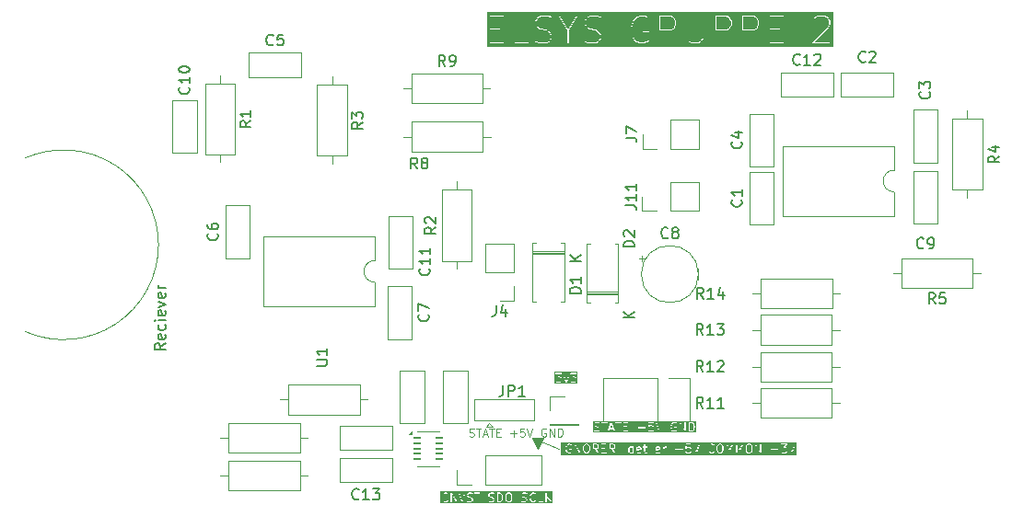
<source format=gto>
%TF.GenerationSoftware,KiCad,Pcbnew,9.0.0*%
%TF.CreationDate,2025-03-10T12:33:28+01:00*%
%TF.ProjectId,project git rev,70726f6a-6563-4742-9067-697420726576,rev?*%
%TF.SameCoordinates,Original*%
%TF.FileFunction,Legend,Top*%
%TF.FilePolarity,Positive*%
%FSLAX46Y46*%
G04 Gerber Fmt 4.6, Leading zero omitted, Abs format (unit mm)*
G04 Created by KiCad (PCBNEW 9.0.0) date 2025-03-10 12:33:28*
%MOMM*%
%LPD*%
G01*
G04 APERTURE LIST*
G04 Aperture macros list*
%AMRoundRect*
0 Rectangle with rounded corners*
0 $1 Rounding radius*
0 $2 $3 $4 $5 $6 $7 $8 $9 X,Y pos of 4 corners*
0 Add a 4 corners polygon primitive as box body*
4,1,4,$2,$3,$4,$5,$6,$7,$8,$9,$2,$3,0*
0 Add four circle primitives for the rounded corners*
1,1,$1+$1,$2,$3*
1,1,$1+$1,$4,$5*
1,1,$1+$1,$6,$7*
1,1,$1+$1,$8,$9*
0 Add four rect primitives between the rounded corners*
20,1,$1+$1,$2,$3,$4,$5,0*
20,1,$1+$1,$4,$5,$6,$7,0*
20,1,$1+$1,$6,$7,$8,$9,0*
20,1,$1+$1,$8,$9,$2,$3,0*%
%AMFreePoly0*
4,1,6,1.000000,0.000000,0.500000,-0.750000,-0.500000,-0.750000,-0.500000,0.750000,0.500000,0.750000,1.000000,0.000000,1.000000,0.000000,$1*%
G04 Aperture macros list end*
%ADD10C,0.100000*%
%ADD11C,0.150000*%
%ADD12C,0.120000*%
%ADD13C,2.000000*%
%ADD14C,1.750000*%
%ADD15FreePoly0,0.000000*%
%ADD16FreePoly0,180.000000*%
%ADD17R,2.500000X1.750000*%
%ADD18O,2.500000X1.750000*%
%ADD19R,1.700000X2.500000*%
%ADD20O,1.700000X2.500000*%
%ADD21R,2.500000X1.700000*%
%ADD22O,2.500000X1.700000*%
%ADD23R,1.700000X3.000000*%
%ADD24O,1.700000X3.000000*%
%ADD25R,1.700000X1.700000*%
%ADD26O,1.700000X1.700000*%
%ADD27C,3.000000*%
%ADD28R,1.500000X2.500000*%
%ADD29O,1.500000X2.500000*%
%ADD30RoundRect,0.062500X-0.300000X-0.062500X0.300000X-0.062500X0.300000X0.062500X-0.300000X0.062500X0*%
%ADD31R,0.900000X2.000000*%
%ADD32R,1.600000X2.500000*%
%ADD33O,1.600000X2.500000*%
G04 APERTURE END LIST*
D10*
G36*
X162685630Y-113535784D02*
G01*
X160544991Y-113535784D01*
X160544991Y-112577761D01*
X160633880Y-112577761D01*
X160633880Y-112616029D01*
X160660940Y-112643089D01*
X160680074Y-112646895D01*
X161065123Y-112646895D01*
X160871017Y-112868732D01*
X160863922Y-112881052D01*
X160862452Y-112882523D01*
X160862452Y-112883606D01*
X160861282Y-112885638D01*
X160862452Y-112903192D01*
X160862452Y-112920791D01*
X160863708Y-112922047D01*
X160863827Y-112923822D01*
X160877071Y-112935410D01*
X160889512Y-112947851D01*
X160891812Y-112948308D01*
X160892627Y-112949021D01*
X160894699Y-112948882D01*
X160908646Y-112951657D01*
X161011129Y-112951657D01*
X161069505Y-112980845D01*
X161096125Y-113007466D01*
X161125312Y-113065840D01*
X161125312Y-113232711D01*
X161096124Y-113291085D01*
X161069503Y-113317707D01*
X161011129Y-113346895D01*
X160806163Y-113346895D01*
X160747789Y-113317708D01*
X160715430Y-113285349D01*
X160699209Y-113274510D01*
X160660940Y-113274510D01*
X160633880Y-113301569D01*
X160633880Y-113339838D01*
X160644718Y-113356059D01*
X160682813Y-113394155D01*
X160689483Y-113398611D01*
X160695809Y-113403521D01*
X160772000Y-113441617D01*
X160774415Y-113442278D01*
X160775226Y-113443089D01*
X160783086Y-113444652D01*
X160790816Y-113446769D01*
X160791903Y-113446406D01*
X160794360Y-113446895D01*
X161022931Y-113446895D01*
X161025387Y-113446406D01*
X161026475Y-113446769D01*
X161034199Y-113444653D01*
X161042065Y-113443089D01*
X161042876Y-113442277D01*
X161045291Y-113441616D01*
X161121483Y-113403521D01*
X161127808Y-113398611D01*
X161134478Y-113394155D01*
X161172573Y-113356059D01*
X161177026Y-113349393D01*
X161181938Y-113343065D01*
X161220033Y-113266875D01*
X161220694Y-113264459D01*
X161221506Y-113263648D01*
X161223069Y-113255786D01*
X161225186Y-113248059D01*
X161224823Y-113246970D01*
X161225312Y-113244514D01*
X161225312Y-113054038D01*
X161224823Y-113051581D01*
X161225186Y-113050494D01*
X161223069Y-113042764D01*
X161221506Y-113034904D01*
X161220695Y-113034093D01*
X161220034Y-113031678D01*
X161181938Y-112955487D01*
X161177031Y-112949165D01*
X161172572Y-112942491D01*
X161134477Y-112904397D01*
X161127814Y-112899944D01*
X161121483Y-112895031D01*
X161053575Y-112861078D01*
X161392041Y-112861078D01*
X161394892Y-112880378D01*
X161585368Y-113413712D01*
X161595388Y-113430451D01*
X161597770Y-113431579D01*
X161598899Y-113433962D01*
X161614754Y-113439624D01*
X161629972Y-113446833D01*
X161632455Y-113445946D01*
X161634938Y-113446833D01*
X161650155Y-113439624D01*
X161666011Y-113433962D01*
X161667139Y-113431579D01*
X161669522Y-113430451D01*
X161679542Y-113413712D01*
X161870019Y-112880378D01*
X161872870Y-112861079D01*
X161856488Y-112826494D01*
X161820449Y-112813623D01*
X161785865Y-112830005D01*
X161775845Y-112846744D01*
X161632455Y-113248234D01*
X161489066Y-112846744D01*
X161479046Y-112830005D01*
X161444462Y-112813623D01*
X161408423Y-112826494D01*
X161392041Y-112861078D01*
X161053575Y-112861078D01*
X161045291Y-112856936D01*
X161042876Y-112856274D01*
X161042065Y-112855463D01*
X161034199Y-112853898D01*
X161026475Y-112851783D01*
X161025387Y-112852145D01*
X161022931Y-112851657D01*
X161018834Y-112851657D01*
X161212941Y-112629820D01*
X161220037Y-112617497D01*
X161221506Y-112616029D01*
X161221506Y-112614947D01*
X161222677Y-112612914D01*
X161221506Y-112595351D01*
X161221506Y-112577761D01*
X162005309Y-112577761D01*
X162005309Y-112616029D01*
X162032369Y-112643089D01*
X162051503Y-112646895D01*
X162436552Y-112646895D01*
X162242446Y-112868732D01*
X162235351Y-112881052D01*
X162233881Y-112882523D01*
X162233881Y-112883606D01*
X162232711Y-112885638D01*
X162233881Y-112903192D01*
X162233881Y-112920791D01*
X162235137Y-112922047D01*
X162235256Y-112923822D01*
X162248500Y-112935410D01*
X162260941Y-112947851D01*
X162263241Y-112948308D01*
X162264056Y-112949021D01*
X162266128Y-112948882D01*
X162280075Y-112951657D01*
X162382558Y-112951657D01*
X162440934Y-112980845D01*
X162467554Y-113007466D01*
X162496741Y-113065840D01*
X162496741Y-113232711D01*
X162467553Y-113291085D01*
X162440932Y-113317707D01*
X162382558Y-113346895D01*
X162177592Y-113346895D01*
X162119218Y-113317708D01*
X162086859Y-113285349D01*
X162070638Y-113274510D01*
X162032369Y-113274510D01*
X162005309Y-113301569D01*
X162005309Y-113339838D01*
X162016147Y-113356059D01*
X162054242Y-113394155D01*
X162060912Y-113398611D01*
X162067238Y-113403521D01*
X162143429Y-113441617D01*
X162145844Y-113442278D01*
X162146655Y-113443089D01*
X162154515Y-113444652D01*
X162162245Y-113446769D01*
X162163332Y-113446406D01*
X162165789Y-113446895D01*
X162394360Y-113446895D01*
X162396816Y-113446406D01*
X162397904Y-113446769D01*
X162405628Y-113444653D01*
X162413494Y-113443089D01*
X162414305Y-113442277D01*
X162416720Y-113441616D01*
X162492912Y-113403521D01*
X162499237Y-113398611D01*
X162505907Y-113394155D01*
X162544002Y-113356059D01*
X162548455Y-113349393D01*
X162553367Y-113343065D01*
X162591462Y-113266875D01*
X162592123Y-113264459D01*
X162592935Y-113263648D01*
X162594498Y-113255786D01*
X162596615Y-113248059D01*
X162596252Y-113246970D01*
X162596741Y-113244514D01*
X162596741Y-113054038D01*
X162596252Y-113051581D01*
X162596615Y-113050494D01*
X162594498Y-113042764D01*
X162592935Y-113034904D01*
X162592124Y-113034093D01*
X162591463Y-113031678D01*
X162553367Y-112955487D01*
X162548460Y-112949165D01*
X162544001Y-112942491D01*
X162505906Y-112904397D01*
X162499243Y-112899944D01*
X162492912Y-112895031D01*
X162416720Y-112856936D01*
X162414305Y-112856274D01*
X162413494Y-112855463D01*
X162405628Y-112853898D01*
X162397904Y-112851783D01*
X162396816Y-112852145D01*
X162394360Y-112851657D01*
X162390263Y-112851657D01*
X162584370Y-112629820D01*
X162591466Y-112617497D01*
X162592935Y-112616029D01*
X162592935Y-112614947D01*
X162594106Y-112612914D01*
X162592935Y-112595351D01*
X162592935Y-112577761D01*
X162591678Y-112576504D01*
X162591560Y-112574730D01*
X162578312Y-112563138D01*
X162565875Y-112550701D01*
X162563575Y-112550243D01*
X162562760Y-112549530D01*
X162560683Y-112549668D01*
X162546741Y-112546895D01*
X162051503Y-112546895D01*
X162032369Y-112550701D01*
X162005309Y-112577761D01*
X161221506Y-112577761D01*
X161220249Y-112576504D01*
X161220131Y-112574730D01*
X161206883Y-112563138D01*
X161194446Y-112550701D01*
X161192146Y-112550243D01*
X161191331Y-112549530D01*
X161189254Y-112549668D01*
X161175312Y-112546895D01*
X160680074Y-112546895D01*
X160660940Y-112550701D01*
X160633880Y-112577761D01*
X160544991Y-112577761D01*
X160544991Y-112458006D01*
X162685630Y-112458006D01*
X162685630Y-113535784D01*
G37*
G36*
X155600685Y-123678691D02*
G01*
X155662791Y-123740797D01*
X155694802Y-123804821D01*
X155730075Y-123945907D01*
X155730075Y-124047882D01*
X155694803Y-124188967D01*
X155662791Y-124252992D01*
X155600684Y-124315098D01*
X155505295Y-124346895D01*
X155372932Y-124346895D01*
X155372932Y-123646895D01*
X155505295Y-123646895D01*
X155600685Y-123678691D01*
G37*
G36*
X156474265Y-123676082D02*
G01*
X156534927Y-123736743D01*
X156568170Y-123869715D01*
X156568170Y-124124073D01*
X156534926Y-124257046D01*
X156474266Y-124317707D01*
X156415891Y-124346895D01*
X156287116Y-124346895D01*
X156228741Y-124317708D01*
X156168079Y-124257046D01*
X156134836Y-124124072D01*
X156134836Y-123869716D01*
X156168080Y-123736741D01*
X156228739Y-123676082D01*
X156287116Y-123646895D01*
X156415891Y-123646895D01*
X156474265Y-123676082D01*
G37*
G36*
X160374542Y-124535784D02*
G01*
X150079280Y-124535784D01*
X150079280Y-123939752D01*
X150168169Y-123939752D01*
X150168169Y-124054038D01*
X150169364Y-124060047D01*
X150169662Y-124066165D01*
X150207758Y-124218546D01*
X150210097Y-124223498D01*
X150211544Y-124228780D01*
X150249639Y-124304970D01*
X150254550Y-124311298D01*
X150259004Y-124317964D01*
X150335195Y-124394155D01*
X150337276Y-124395545D01*
X150337790Y-124396573D01*
X150344755Y-124400543D01*
X150351416Y-124404994D01*
X150352564Y-124404994D01*
X150354739Y-124406234D01*
X150469025Y-124444329D01*
X150476973Y-124445331D01*
X150484836Y-124446895D01*
X150561027Y-124446895D01*
X150568889Y-124445331D01*
X150576838Y-124444329D01*
X150691123Y-124406234D01*
X150693298Y-124404994D01*
X150694446Y-124404994D01*
X150701106Y-124400543D01*
X150708072Y-124396573D01*
X150708585Y-124395545D01*
X150710667Y-124394155D01*
X150748763Y-124356059D01*
X150759602Y-124339838D01*
X150759602Y-124301570D01*
X150732542Y-124274510D01*
X150694274Y-124274510D01*
X150678053Y-124285349D01*
X150648303Y-124315098D01*
X150552914Y-124346895D01*
X150492949Y-124346895D01*
X150397560Y-124315099D01*
X150335452Y-124252990D01*
X150303440Y-124188967D01*
X150268169Y-124047882D01*
X150268169Y-123945907D01*
X150303441Y-123804820D01*
X150335453Y-123740796D01*
X150397558Y-123678691D01*
X150492949Y-123646895D01*
X150552914Y-123646895D01*
X150648302Y-123678691D01*
X150678053Y-123708441D01*
X150694274Y-123719279D01*
X150732543Y-123719278D01*
X150759602Y-123692219D01*
X150759601Y-123653950D01*
X150748763Y-123637729D01*
X150710667Y-123599634D01*
X150708584Y-123598242D01*
X150708072Y-123597217D01*
X150707507Y-123596895D01*
X151006265Y-123596895D01*
X151006265Y-124396895D01*
X151010071Y-124416029D01*
X151037131Y-124443089D01*
X151075399Y-124443089D01*
X151102459Y-124416029D01*
X151106265Y-124396895D01*
X151106265Y-123785172D01*
X151469996Y-124421702D01*
X151482794Y-124436427D01*
X151489418Y-124438233D01*
X151494274Y-124443089D01*
X151507222Y-124443089D01*
X151519714Y-124446496D01*
X151525676Y-124443089D01*
X151532542Y-124443089D01*
X151541695Y-124433935D01*
X151552940Y-124427510D01*
X151554747Y-124420883D01*
X151559602Y-124416029D01*
X151563408Y-124396895D01*
X151563408Y-123596895D01*
X151562703Y-123593351D01*
X151730200Y-123593351D01*
X151732640Y-123612706D01*
X151999307Y-124412706D01*
X152008968Y-124429655D01*
X152012310Y-124431325D01*
X152013981Y-124434668D01*
X152029020Y-124439681D01*
X152043197Y-124446769D01*
X152046741Y-124445587D01*
X152050285Y-124446769D01*
X152064461Y-124439681D01*
X152079501Y-124434668D01*
X152081171Y-124431325D01*
X152084514Y-124429655D01*
X152094175Y-124412706D01*
X152315318Y-123749276D01*
X152491978Y-123749276D01*
X152491978Y-123825466D01*
X152492466Y-123827922D01*
X152492104Y-123829011D01*
X152494220Y-123836738D01*
X152495784Y-123844600D01*
X152496595Y-123845411D01*
X152497257Y-123847827D01*
X152535353Y-123924018D01*
X152540266Y-123930349D01*
X152544719Y-123937012D01*
X152582813Y-123975107D01*
X152589479Y-123979561D01*
X152595808Y-123984473D01*
X152671998Y-124022568D01*
X152677279Y-124024014D01*
X152682232Y-124026354D01*
X152829287Y-124063117D01*
X152893313Y-124095130D01*
X152919933Y-124121751D01*
X152949121Y-124180126D01*
X152949121Y-124232711D01*
X152919933Y-124291085D01*
X152893312Y-124317707D01*
X152834938Y-124346895D01*
X152664377Y-124346895D01*
X152557789Y-124311366D01*
X152538434Y-124308926D01*
X152504205Y-124326040D01*
X152492104Y-124362344D01*
X152509218Y-124396573D01*
X152526167Y-124406234D01*
X152640453Y-124444329D01*
X152648401Y-124445331D01*
X152656264Y-124446895D01*
X152846740Y-124446895D01*
X152849196Y-124446406D01*
X152850284Y-124446769D01*
X152858008Y-124444653D01*
X152865874Y-124443089D01*
X152866685Y-124442277D01*
X152869100Y-124441616D01*
X152945292Y-124403521D01*
X152951617Y-124398611D01*
X152958287Y-124394155D01*
X152996382Y-124356059D01*
X153000835Y-124349393D01*
X153005747Y-124343065D01*
X153043842Y-124266875D01*
X153044503Y-124264459D01*
X153045315Y-124263648D01*
X153046878Y-124255786D01*
X153048995Y-124248059D01*
X153048632Y-124246970D01*
X153049121Y-124244514D01*
X153049121Y-124168323D01*
X153048632Y-124165866D01*
X153048995Y-124164778D01*
X153046878Y-124157050D01*
X153045315Y-124149189D01*
X153044503Y-124148377D01*
X153043842Y-124145962D01*
X153005747Y-124069772D01*
X153000835Y-124063443D01*
X152996381Y-124056777D01*
X152958286Y-124018683D01*
X152951623Y-124014230D01*
X152945292Y-124009317D01*
X152869101Y-123971221D01*
X152863819Y-123969774D01*
X152858867Y-123967435D01*
X152711809Y-123930670D01*
X152647787Y-123898659D01*
X152621166Y-123872039D01*
X152591978Y-123813662D01*
X152591978Y-123761079D01*
X152621166Y-123702702D01*
X152647787Y-123676082D01*
X152706162Y-123646895D01*
X152876723Y-123646895D01*
X152983310Y-123682424D01*
X153002665Y-123684864D01*
X153036894Y-123667750D01*
X153048995Y-123631446D01*
X153031881Y-123597217D01*
X153014932Y-123587556D01*
X152985547Y-123577761D01*
X153181499Y-123577761D01*
X153181499Y-123616029D01*
X153208559Y-123643089D01*
X153227693Y-123646895D01*
X153406264Y-123646895D01*
X153406264Y-124396895D01*
X153410070Y-124416029D01*
X153437130Y-124443089D01*
X153475398Y-124443089D01*
X153502458Y-124416029D01*
X153506264Y-124396895D01*
X153506264Y-123749276D01*
X154472931Y-123749276D01*
X154472931Y-123825466D01*
X154473419Y-123827922D01*
X154473057Y-123829011D01*
X154475173Y-123836738D01*
X154476737Y-123844600D01*
X154477548Y-123845411D01*
X154478210Y-123847827D01*
X154516306Y-123924018D01*
X154521219Y-123930349D01*
X154525672Y-123937012D01*
X154563766Y-123975107D01*
X154570432Y-123979561D01*
X154576761Y-123984473D01*
X154652951Y-124022568D01*
X154658232Y-124024014D01*
X154663185Y-124026354D01*
X154810240Y-124063117D01*
X154874266Y-124095130D01*
X154900886Y-124121751D01*
X154930074Y-124180126D01*
X154930074Y-124232711D01*
X154900886Y-124291085D01*
X154874265Y-124317707D01*
X154815891Y-124346895D01*
X154645330Y-124346895D01*
X154538742Y-124311366D01*
X154519387Y-124308926D01*
X154485158Y-124326040D01*
X154473057Y-124362344D01*
X154490171Y-124396573D01*
X154507120Y-124406234D01*
X154621406Y-124444329D01*
X154629354Y-124445331D01*
X154637217Y-124446895D01*
X154827693Y-124446895D01*
X154830149Y-124446406D01*
X154831237Y-124446769D01*
X154838961Y-124444653D01*
X154846827Y-124443089D01*
X154847638Y-124442277D01*
X154850053Y-124441616D01*
X154926245Y-124403521D01*
X154932570Y-124398611D01*
X154939240Y-124394155D01*
X154977335Y-124356059D01*
X154981788Y-124349393D01*
X154986700Y-124343065D01*
X155024795Y-124266875D01*
X155025456Y-124264459D01*
X155026268Y-124263648D01*
X155027831Y-124255786D01*
X155029948Y-124248059D01*
X155029585Y-124246970D01*
X155030074Y-124244514D01*
X155030074Y-124168323D01*
X155029585Y-124165866D01*
X155029948Y-124164778D01*
X155027831Y-124157050D01*
X155026268Y-124149189D01*
X155025456Y-124148377D01*
X155024795Y-124145962D01*
X154986700Y-124069772D01*
X154981788Y-124063443D01*
X154977334Y-124056777D01*
X154939239Y-124018683D01*
X154932576Y-124014230D01*
X154926245Y-124009317D01*
X154850054Y-123971221D01*
X154844772Y-123969774D01*
X154839820Y-123967435D01*
X154692762Y-123930670D01*
X154628740Y-123898659D01*
X154602119Y-123872039D01*
X154572931Y-123813662D01*
X154572931Y-123761079D01*
X154602119Y-123702702D01*
X154628740Y-123676082D01*
X154687115Y-123646895D01*
X154857676Y-123646895D01*
X154964263Y-123682424D01*
X154983618Y-123684864D01*
X155017847Y-123667750D01*
X155029948Y-123631446D01*
X155012834Y-123597217D01*
X155012269Y-123596895D01*
X155272932Y-123596895D01*
X155272932Y-124396895D01*
X155276738Y-124416029D01*
X155303798Y-124443089D01*
X155322932Y-124446895D01*
X155513408Y-124446895D01*
X155521270Y-124445331D01*
X155529219Y-124444329D01*
X155643505Y-124406234D01*
X155645680Y-124404994D01*
X155646829Y-124404994D01*
X155653495Y-124400539D01*
X155660454Y-124396573D01*
X155660967Y-124395546D01*
X155663050Y-124394155D01*
X155739240Y-124317964D01*
X155743693Y-124311298D01*
X155748605Y-124304970D01*
X155786700Y-124228780D01*
X155788146Y-124223498D01*
X155790486Y-124218546D01*
X155828582Y-124066165D01*
X155828879Y-124060047D01*
X155830075Y-124054038D01*
X155830075Y-123939752D01*
X155828879Y-123933742D01*
X155828582Y-123927625D01*
X155812566Y-123863561D01*
X156034836Y-123863561D01*
X156034836Y-124130228D01*
X156036031Y-124136237D01*
X156036329Y-124142355D01*
X156074425Y-124294736D01*
X156076738Y-124299632D01*
X156076738Y-124301743D01*
X156080141Y-124306836D01*
X156082758Y-124312376D01*
X156084568Y-124313462D01*
X156087576Y-124317964D01*
X156163767Y-124394155D01*
X156170433Y-124398609D01*
X156176762Y-124403521D01*
X156252953Y-124441617D01*
X156255368Y-124442278D01*
X156256179Y-124443089D01*
X156264039Y-124444652D01*
X156271769Y-124446769D01*
X156272856Y-124446406D01*
X156275313Y-124446895D01*
X156427694Y-124446895D01*
X156430150Y-124446406D01*
X156431239Y-124446769D01*
X156438966Y-124444652D01*
X156446828Y-124443089D01*
X156447639Y-124442277D01*
X156450055Y-124441616D01*
X156526245Y-124403521D01*
X156532579Y-124398605D01*
X156539239Y-124394155D01*
X156615430Y-124317965D01*
X156618440Y-124313460D01*
X156620249Y-124312375D01*
X156622863Y-124306839D01*
X156626269Y-124301744D01*
X156626269Y-124299632D01*
X156628582Y-124294736D01*
X156666677Y-124142354D01*
X156666974Y-124136235D01*
X156668170Y-124130228D01*
X156668170Y-123863561D01*
X156666974Y-123857553D01*
X156666677Y-123851435D01*
X156641138Y-123749276D01*
X157482455Y-123749276D01*
X157482455Y-123825466D01*
X157482943Y-123827922D01*
X157482581Y-123829011D01*
X157484697Y-123836738D01*
X157486261Y-123844600D01*
X157487072Y-123845411D01*
X157487734Y-123847827D01*
X157525830Y-123924018D01*
X157530743Y-123930349D01*
X157535196Y-123937012D01*
X157573290Y-123975107D01*
X157579956Y-123979561D01*
X157586285Y-123984473D01*
X157662475Y-124022568D01*
X157667756Y-124024014D01*
X157672709Y-124026354D01*
X157819764Y-124063117D01*
X157883790Y-124095130D01*
X157910410Y-124121751D01*
X157939598Y-124180126D01*
X157939598Y-124232711D01*
X157910410Y-124291085D01*
X157883789Y-124317707D01*
X157825415Y-124346895D01*
X157654854Y-124346895D01*
X157548266Y-124311366D01*
X157528911Y-124308926D01*
X157494682Y-124326040D01*
X157482581Y-124362344D01*
X157499695Y-124396573D01*
X157516644Y-124406234D01*
X157630930Y-124444329D01*
X157638878Y-124445331D01*
X157646741Y-124446895D01*
X157837217Y-124446895D01*
X157839673Y-124446406D01*
X157840761Y-124446769D01*
X157848485Y-124444653D01*
X157856351Y-124443089D01*
X157857162Y-124442277D01*
X157859577Y-124441616D01*
X157935769Y-124403521D01*
X157942094Y-124398611D01*
X157948764Y-124394155D01*
X157986859Y-124356059D01*
X157991312Y-124349393D01*
X157996224Y-124343065D01*
X158034319Y-124266875D01*
X158034980Y-124264459D01*
X158035792Y-124263648D01*
X158037355Y-124255786D01*
X158039472Y-124248059D01*
X158039109Y-124246970D01*
X158039598Y-124244514D01*
X158039598Y-124168323D01*
X158039109Y-124165866D01*
X158039472Y-124164778D01*
X158037355Y-124157050D01*
X158035792Y-124149189D01*
X158034980Y-124148377D01*
X158034319Y-124145962D01*
X157996224Y-124069772D01*
X157991312Y-124063443D01*
X157986858Y-124056777D01*
X157948763Y-124018683D01*
X157942100Y-124014230D01*
X157935769Y-124009317D01*
X157859578Y-123971221D01*
X157854296Y-123969774D01*
X157849344Y-123967435D01*
X157738614Y-123939752D01*
X158244360Y-123939752D01*
X158244360Y-124054038D01*
X158245555Y-124060047D01*
X158245853Y-124066165D01*
X158283949Y-124218546D01*
X158286288Y-124223498D01*
X158287735Y-124228780D01*
X158325830Y-124304970D01*
X158330741Y-124311298D01*
X158335195Y-124317964D01*
X158411386Y-124394155D01*
X158413467Y-124395545D01*
X158413981Y-124396573D01*
X158420946Y-124400543D01*
X158427607Y-124404994D01*
X158428755Y-124404994D01*
X158430930Y-124406234D01*
X158545216Y-124444329D01*
X158553164Y-124445331D01*
X158561027Y-124446895D01*
X158637218Y-124446895D01*
X158645080Y-124445331D01*
X158653029Y-124444329D01*
X158767314Y-124406234D01*
X158769489Y-124404994D01*
X158770637Y-124404994D01*
X158777297Y-124400543D01*
X158784263Y-124396573D01*
X158784776Y-124395545D01*
X158786858Y-124394155D01*
X158824954Y-124356059D01*
X158835793Y-124339838D01*
X158835793Y-124301570D01*
X158808733Y-124274510D01*
X158770465Y-124274510D01*
X158754244Y-124285349D01*
X158724494Y-124315098D01*
X158629105Y-124346895D01*
X158569140Y-124346895D01*
X158473751Y-124315099D01*
X158411643Y-124252990D01*
X158379631Y-124188967D01*
X158344360Y-124047882D01*
X158344360Y-123945907D01*
X158379632Y-123804820D01*
X158411644Y-123740796D01*
X158473749Y-123678691D01*
X158569140Y-123646895D01*
X158629105Y-123646895D01*
X158724493Y-123678691D01*
X158754244Y-123708441D01*
X158770465Y-123719279D01*
X158808734Y-123719278D01*
X158835793Y-123692219D01*
X158835792Y-123653950D01*
X158824954Y-123637729D01*
X158786858Y-123599634D01*
X158784775Y-123598242D01*
X158784263Y-123597217D01*
X158783698Y-123596895D01*
X159082456Y-123596895D01*
X159082456Y-124396895D01*
X159086262Y-124416029D01*
X159113322Y-124443089D01*
X159132456Y-124446895D01*
X159513408Y-124446895D01*
X159532542Y-124443089D01*
X159559602Y-124416029D01*
X159559602Y-124377761D01*
X159532542Y-124350701D01*
X159513408Y-124346895D01*
X159182456Y-124346895D01*
X159182456Y-123596895D01*
X159730075Y-123596895D01*
X159730075Y-124396895D01*
X159733881Y-124416029D01*
X159760941Y-124443089D01*
X159799209Y-124443089D01*
X159826269Y-124416029D01*
X159830075Y-124396895D01*
X159830075Y-124074748D01*
X159888950Y-124015872D01*
X160197218Y-124426895D01*
X160211743Y-124439918D01*
X160249627Y-124445330D01*
X160280242Y-124422370D01*
X160285653Y-124384486D01*
X160277218Y-124366895D01*
X159960379Y-123944443D01*
X160272573Y-123632250D01*
X160283412Y-123616029D01*
X160283412Y-123577761D01*
X160256352Y-123550701D01*
X160218084Y-123550701D01*
X160201863Y-123561540D01*
X159830075Y-123933328D01*
X159830075Y-123596895D01*
X159826269Y-123577761D01*
X159799209Y-123550701D01*
X159760941Y-123550701D01*
X159733881Y-123577761D01*
X159730075Y-123596895D01*
X159182456Y-123596895D01*
X159178650Y-123577761D01*
X159151590Y-123550701D01*
X159113322Y-123550701D01*
X159086262Y-123577761D01*
X159082456Y-123596895D01*
X158783698Y-123596895D01*
X158777302Y-123593249D01*
X158770637Y-123588796D01*
X158769489Y-123588796D01*
X158767314Y-123587556D01*
X158653029Y-123549461D01*
X158645080Y-123548458D01*
X158637218Y-123546895D01*
X158561027Y-123546895D01*
X158553164Y-123548458D01*
X158545216Y-123549461D01*
X158430930Y-123587556D01*
X158428755Y-123588796D01*
X158427607Y-123588796D01*
X158420946Y-123593246D01*
X158413981Y-123597217D01*
X158413467Y-123598244D01*
X158411386Y-123599635D01*
X158335196Y-123675825D01*
X158330743Y-123682487D01*
X158325830Y-123688819D01*
X158287735Y-123765011D01*
X158286289Y-123770289D01*
X158283949Y-123775244D01*
X158245853Y-123927625D01*
X158245555Y-123933742D01*
X158244360Y-123939752D01*
X157738614Y-123939752D01*
X157702286Y-123930670D01*
X157638264Y-123898659D01*
X157611643Y-123872039D01*
X157582455Y-123813662D01*
X157582455Y-123761079D01*
X157611643Y-123702702D01*
X157638264Y-123676082D01*
X157696639Y-123646895D01*
X157867200Y-123646895D01*
X157973787Y-123682424D01*
X157993142Y-123684864D01*
X158027371Y-123667750D01*
X158039472Y-123631446D01*
X158022358Y-123597217D01*
X158005409Y-123587556D01*
X157891124Y-123549461D01*
X157883175Y-123548458D01*
X157875313Y-123546895D01*
X157684836Y-123546895D01*
X157682379Y-123547383D01*
X157681291Y-123547021D01*
X157673563Y-123549137D01*
X157665702Y-123550701D01*
X157664890Y-123551512D01*
X157662475Y-123552174D01*
X157586285Y-123590269D01*
X157579956Y-123595180D01*
X157573290Y-123599635D01*
X157535196Y-123637730D01*
X157530743Y-123644392D01*
X157525830Y-123650724D01*
X157487734Y-123726915D01*
X157487072Y-123729330D01*
X157486261Y-123730142D01*
X157484697Y-123738003D01*
X157482581Y-123745731D01*
X157482943Y-123746819D01*
X157482455Y-123749276D01*
X156641138Y-123749276D01*
X156628582Y-123699053D01*
X156626269Y-123694156D01*
X156626269Y-123692046D01*
X156622865Y-123686952D01*
X156620249Y-123681414D01*
X156618438Y-123680327D01*
X156615430Y-123675825D01*
X156539239Y-123599634D01*
X156532573Y-123595180D01*
X156526245Y-123590269D01*
X156450055Y-123552174D01*
X156447639Y-123551512D01*
X156446828Y-123550701D01*
X156438966Y-123549137D01*
X156431239Y-123547021D01*
X156430150Y-123547383D01*
X156427694Y-123546895D01*
X156275313Y-123546895D01*
X156272856Y-123547383D01*
X156271769Y-123547021D01*
X156264039Y-123549137D01*
X156256179Y-123550701D01*
X156255368Y-123551511D01*
X156252953Y-123552173D01*
X156176762Y-123590269D01*
X156170433Y-123595180D01*
X156163767Y-123599635D01*
X156087577Y-123675825D01*
X156084569Y-123680326D01*
X156082758Y-123681413D01*
X156080140Y-123686954D01*
X156076738Y-123692046D01*
X156076738Y-123694156D01*
X156074425Y-123699053D01*
X156036329Y-123851434D01*
X156036031Y-123857551D01*
X156034836Y-123863561D01*
X155812566Y-123863561D01*
X155790486Y-123775244D01*
X155788147Y-123770293D01*
X155786701Y-123765011D01*
X155748605Y-123688820D01*
X155743693Y-123682491D01*
X155739239Y-123675825D01*
X155663049Y-123599635D01*
X155660967Y-123598244D01*
X155660454Y-123597217D01*
X155653488Y-123593246D01*
X155646828Y-123588796D01*
X155645680Y-123588796D01*
X155643505Y-123587556D01*
X155529219Y-123549461D01*
X155521270Y-123548458D01*
X155513408Y-123546895D01*
X155322932Y-123546895D01*
X155303798Y-123550701D01*
X155276738Y-123577761D01*
X155272932Y-123596895D01*
X155012269Y-123596895D01*
X154995885Y-123587556D01*
X154881600Y-123549461D01*
X154873651Y-123548458D01*
X154865789Y-123546895D01*
X154675312Y-123546895D01*
X154672855Y-123547383D01*
X154671767Y-123547021D01*
X154664039Y-123549137D01*
X154656178Y-123550701D01*
X154655366Y-123551512D01*
X154652951Y-123552174D01*
X154576761Y-123590269D01*
X154570432Y-123595180D01*
X154563766Y-123599635D01*
X154525672Y-123637730D01*
X154521219Y-123644392D01*
X154516306Y-123650724D01*
X154478210Y-123726915D01*
X154477548Y-123729330D01*
X154476737Y-123730142D01*
X154475173Y-123738003D01*
X154473057Y-123745731D01*
X154473419Y-123746819D01*
X154472931Y-123749276D01*
X153506264Y-123749276D01*
X153506264Y-123646895D01*
X153684836Y-123646895D01*
X153703970Y-123643089D01*
X153731030Y-123616029D01*
X153731030Y-123577761D01*
X153703970Y-123550701D01*
X153684836Y-123546895D01*
X153227693Y-123546895D01*
X153208559Y-123550701D01*
X153181499Y-123577761D01*
X152985547Y-123577761D01*
X152900647Y-123549461D01*
X152892698Y-123548458D01*
X152884836Y-123546895D01*
X152694359Y-123546895D01*
X152691902Y-123547383D01*
X152690814Y-123547021D01*
X152683086Y-123549137D01*
X152675225Y-123550701D01*
X152674413Y-123551512D01*
X152671998Y-123552174D01*
X152595808Y-123590269D01*
X152589479Y-123595180D01*
X152582813Y-123599635D01*
X152544719Y-123637730D01*
X152540266Y-123644392D01*
X152535353Y-123650724D01*
X152497257Y-123726915D01*
X152496595Y-123729330D01*
X152495784Y-123730142D01*
X152494220Y-123738003D01*
X152492104Y-123745731D01*
X152492466Y-123746819D01*
X152491978Y-123749276D01*
X152315318Y-123749276D01*
X152360841Y-123612706D01*
X152363281Y-123593351D01*
X152346167Y-123559122D01*
X152309863Y-123547021D01*
X152275634Y-123564135D01*
X152265973Y-123581083D01*
X152046741Y-124238781D01*
X151827508Y-123581084D01*
X151817847Y-123564135D01*
X151783618Y-123547021D01*
X151747314Y-123559122D01*
X151730200Y-123593351D01*
X151562703Y-123593351D01*
X151559602Y-123577761D01*
X151532542Y-123550701D01*
X151494274Y-123550701D01*
X151467214Y-123577761D01*
X151463408Y-123596895D01*
X151463408Y-124208617D01*
X151099677Y-123572088D01*
X151086879Y-123557363D01*
X151080254Y-123555556D01*
X151075399Y-123550701D01*
X151062451Y-123550701D01*
X151049959Y-123547294D01*
X151043997Y-123550701D01*
X151037131Y-123550701D01*
X151027975Y-123559856D01*
X151016733Y-123566281D01*
X151014926Y-123572905D01*
X151010071Y-123577761D01*
X151006265Y-123596895D01*
X150707507Y-123596895D01*
X150701111Y-123593249D01*
X150694446Y-123588796D01*
X150693298Y-123588796D01*
X150691123Y-123587556D01*
X150576838Y-123549461D01*
X150568889Y-123548458D01*
X150561027Y-123546895D01*
X150484836Y-123546895D01*
X150476973Y-123548458D01*
X150469025Y-123549461D01*
X150354739Y-123587556D01*
X150352564Y-123588796D01*
X150351416Y-123588796D01*
X150344755Y-123593246D01*
X150337790Y-123597217D01*
X150337276Y-123598244D01*
X150335195Y-123599635D01*
X150259005Y-123675825D01*
X150254552Y-123682487D01*
X150249639Y-123688819D01*
X150211544Y-123765011D01*
X150210098Y-123770289D01*
X150207758Y-123775244D01*
X150169662Y-123927625D01*
X150169364Y-123933742D01*
X150168169Y-123939752D01*
X150079280Y-123939752D01*
X150079280Y-123458006D01*
X160374542Y-123458006D01*
X160374542Y-124535784D01*
G37*
X159000000Y-119500000D02*
X158500000Y-118500000D01*
X159500000Y-118500000D01*
X159000000Y-119500000D01*
G36*
X159000000Y-119500000D02*
G01*
X158500000Y-118500000D01*
X159500000Y-118500000D01*
X159000000Y-119500000D01*
G37*
G36*
X173219733Y-117178691D02*
G01*
X173281839Y-117240797D01*
X173313850Y-117304821D01*
X173349123Y-117445907D01*
X173349123Y-117547882D01*
X173313851Y-117688967D01*
X173281839Y-117752992D01*
X173219732Y-117815098D01*
X173124343Y-117846895D01*
X172991980Y-117846895D01*
X172991980Y-117146895D01*
X173124343Y-117146895D01*
X173219733Y-117178691D01*
G37*
G36*
X165901179Y-117618323D02*
G01*
X165658970Y-117618323D01*
X165780075Y-117255008D01*
X165901179Y-117618323D01*
G37*
G36*
X173538012Y-118035784D02*
G01*
X164079280Y-118035784D01*
X164079280Y-117249276D01*
X164168169Y-117249276D01*
X164168169Y-117325466D01*
X164168657Y-117327922D01*
X164168295Y-117329011D01*
X164170411Y-117336738D01*
X164171975Y-117344600D01*
X164172786Y-117345411D01*
X164173448Y-117347827D01*
X164211544Y-117424018D01*
X164216457Y-117430349D01*
X164220910Y-117437012D01*
X164259004Y-117475107D01*
X164265670Y-117479561D01*
X164271999Y-117484473D01*
X164348189Y-117522568D01*
X164353470Y-117524014D01*
X164358423Y-117526354D01*
X164505478Y-117563117D01*
X164569504Y-117595130D01*
X164596124Y-117621751D01*
X164625312Y-117680126D01*
X164625312Y-117732711D01*
X164596124Y-117791085D01*
X164569503Y-117817707D01*
X164511129Y-117846895D01*
X164340568Y-117846895D01*
X164233980Y-117811366D01*
X164214625Y-117808926D01*
X164180396Y-117826040D01*
X164168295Y-117862344D01*
X164185409Y-117896573D01*
X164202358Y-117906234D01*
X164316644Y-117944329D01*
X164324592Y-117945331D01*
X164332455Y-117946895D01*
X164522931Y-117946895D01*
X164525387Y-117946406D01*
X164526475Y-117946769D01*
X164534199Y-117944653D01*
X164542065Y-117943089D01*
X164542876Y-117942277D01*
X164545291Y-117941616D01*
X164621483Y-117903521D01*
X164627808Y-117898611D01*
X164634478Y-117894155D01*
X164672573Y-117856059D01*
X164677026Y-117849393D01*
X164681938Y-117843065D01*
X164720033Y-117766875D01*
X164720694Y-117764459D01*
X164721506Y-117763648D01*
X164723069Y-117755786D01*
X164725186Y-117748059D01*
X164724823Y-117746970D01*
X164725312Y-117744514D01*
X164725312Y-117668323D01*
X164724823Y-117665866D01*
X164725186Y-117664778D01*
X164723069Y-117657050D01*
X164721506Y-117649189D01*
X164720694Y-117648377D01*
X164720033Y-117645962D01*
X164681938Y-117569772D01*
X164677026Y-117563443D01*
X164672572Y-117556777D01*
X164634477Y-117518683D01*
X164627814Y-117514230D01*
X164621483Y-117509317D01*
X164545292Y-117471221D01*
X164540010Y-117469774D01*
X164535058Y-117467435D01*
X164388000Y-117430670D01*
X164323978Y-117398659D01*
X164297357Y-117372039D01*
X164268169Y-117313662D01*
X164268169Y-117261079D01*
X164297357Y-117202702D01*
X164323978Y-117176082D01*
X164382353Y-117146895D01*
X164552914Y-117146895D01*
X164659501Y-117182424D01*
X164678856Y-117184864D01*
X164713085Y-117167750D01*
X164725186Y-117131446D01*
X164708072Y-117097217D01*
X164691123Y-117087556D01*
X164661738Y-117077761D01*
X164857690Y-117077761D01*
X164857690Y-117116029D01*
X164884750Y-117143089D01*
X164903884Y-117146895D01*
X165082455Y-117146895D01*
X165082455Y-117896895D01*
X165086261Y-117916029D01*
X165113321Y-117943089D01*
X165151589Y-117943089D01*
X165178649Y-117916029D01*
X165181750Y-117900439D01*
X165463534Y-117900439D01*
X165480648Y-117934668D01*
X165516952Y-117946769D01*
X165551181Y-117929655D01*
X165560842Y-117912706D01*
X165625636Y-117718323D01*
X165934513Y-117718323D01*
X165999307Y-117912707D01*
X166008968Y-117929655D01*
X166043197Y-117946769D01*
X166079501Y-117934668D01*
X166096615Y-117900439D01*
X166094175Y-117881084D01*
X165827509Y-117081084D01*
X165825615Y-117077761D01*
X166152928Y-117077761D01*
X166152928Y-117116029D01*
X166179988Y-117143089D01*
X166199122Y-117146895D01*
X166377693Y-117146895D01*
X166377693Y-117896895D01*
X166381499Y-117916029D01*
X166408559Y-117943089D01*
X166446827Y-117943089D01*
X166473887Y-117916029D01*
X166477693Y-117896895D01*
X166477693Y-117146895D01*
X166656265Y-117146895D01*
X166675399Y-117143089D01*
X166702459Y-117116029D01*
X166702459Y-117096895D01*
X166872932Y-117096895D01*
X166872932Y-117896895D01*
X166876738Y-117916029D01*
X166903798Y-117943089D01*
X166922932Y-117946895D01*
X167303884Y-117946895D01*
X167323018Y-117943089D01*
X167350078Y-117916029D01*
X167350078Y-117877761D01*
X167323018Y-117850701D01*
X167303884Y-117846895D01*
X166972932Y-117846895D01*
X166972932Y-117572999D01*
X168210072Y-117572999D01*
X168210072Y-117611267D01*
X168237132Y-117638327D01*
X168256266Y-117642133D01*
X168511028Y-117642133D01*
X168511028Y-117896895D01*
X168514834Y-117916029D01*
X168541894Y-117943089D01*
X168580162Y-117943089D01*
X168607222Y-117916029D01*
X168611028Y-117896895D01*
X168611028Y-117642133D01*
X168865790Y-117642133D01*
X168884924Y-117638327D01*
X168911984Y-117611267D01*
X168911984Y-117572999D01*
X168884924Y-117545939D01*
X168865790Y-117542133D01*
X168611028Y-117542133D01*
X168611028Y-117472872D01*
X169158894Y-117472872D01*
X169160777Y-117492289D01*
X169162452Y-117494336D01*
X169162452Y-117496981D01*
X169174353Y-117508882D01*
X169185010Y-117521908D01*
X169187641Y-117522171D01*
X169189511Y-117524041D01*
X169206339Y-117524041D01*
X169223088Y-117525716D01*
X169225135Y-117524041D01*
X169227780Y-117524041D01*
X169244001Y-117513203D01*
X169276360Y-117480844D01*
X169334735Y-117451657D01*
X169501606Y-117451657D01*
X169559982Y-117480845D01*
X169586602Y-117507466D01*
X169615789Y-117565840D01*
X169615789Y-117732711D01*
X169586601Y-117791085D01*
X169559980Y-117817707D01*
X169501606Y-117846895D01*
X169334735Y-117846895D01*
X169276359Y-117817707D01*
X169244001Y-117785349D01*
X169227780Y-117774510D01*
X169189512Y-117774510D01*
X169162452Y-117801570D01*
X169162452Y-117839838D01*
X169173291Y-117856059D01*
X169211387Y-117894155D01*
X169218046Y-117898605D01*
X169224381Y-117903521D01*
X169300571Y-117941616D01*
X169302986Y-117942277D01*
X169303798Y-117943089D01*
X169311659Y-117944652D01*
X169319387Y-117946769D01*
X169320475Y-117946406D01*
X169322932Y-117946895D01*
X169513408Y-117946895D01*
X169515864Y-117946406D01*
X169516952Y-117946769D01*
X169524676Y-117944653D01*
X169532542Y-117943089D01*
X169533353Y-117942277D01*
X169535768Y-117941616D01*
X169611960Y-117903521D01*
X169618285Y-117898611D01*
X169624955Y-117894155D01*
X169663050Y-117856059D01*
X169667503Y-117849393D01*
X169672415Y-117843065D01*
X169710510Y-117766875D01*
X169711171Y-117764459D01*
X169711983Y-117763648D01*
X169713546Y-117755786D01*
X169715663Y-117748059D01*
X169715300Y-117746970D01*
X169715789Y-117744514D01*
X169715789Y-117554038D01*
X169715300Y-117551581D01*
X169715663Y-117550494D01*
X169713546Y-117542764D01*
X169711983Y-117534904D01*
X169711172Y-117534093D01*
X169710511Y-117531678D01*
X169672415Y-117455487D01*
X169667508Y-117449165D01*
X169663049Y-117442491D01*
X169624954Y-117404397D01*
X169618291Y-117399944D01*
X169611960Y-117395031D01*
X169535768Y-117356936D01*
X169533353Y-117356274D01*
X169532542Y-117355463D01*
X169524676Y-117353898D01*
X169516952Y-117351783D01*
X169515864Y-117352145D01*
X169513408Y-117351657D01*
X169322932Y-117351657D01*
X169320475Y-117352145D01*
X169319387Y-117351783D01*
X169311659Y-117353899D01*
X169303798Y-117355463D01*
X169302986Y-117356274D01*
X169300571Y-117356936D01*
X169269429Y-117372506D01*
X169291991Y-117146895D01*
X169627694Y-117146895D01*
X169646828Y-117143089D01*
X169673888Y-117116029D01*
X169673888Y-117093351D01*
X169844487Y-117093351D01*
X169846927Y-117112706D01*
X170113594Y-117912706D01*
X170123255Y-117929655D01*
X170126597Y-117931325D01*
X170128268Y-117934668D01*
X170143307Y-117939681D01*
X170157484Y-117946769D01*
X170161028Y-117945587D01*
X170164572Y-117946769D01*
X170178748Y-117939681D01*
X170193788Y-117934668D01*
X170195458Y-117931325D01*
X170198801Y-117929655D01*
X170208462Y-117912706D01*
X170366113Y-117439752D01*
X171215789Y-117439752D01*
X171215789Y-117554038D01*
X171216984Y-117560047D01*
X171217282Y-117566165D01*
X171255378Y-117718546D01*
X171257717Y-117723498D01*
X171259164Y-117728780D01*
X171297259Y-117804970D01*
X171302170Y-117811298D01*
X171306624Y-117817964D01*
X171382815Y-117894155D01*
X171384896Y-117895545D01*
X171385410Y-117896573D01*
X171392375Y-117900543D01*
X171399036Y-117904994D01*
X171400184Y-117904994D01*
X171402359Y-117906234D01*
X171516645Y-117944329D01*
X171524593Y-117945331D01*
X171532456Y-117946895D01*
X171608647Y-117946895D01*
X171616509Y-117945331D01*
X171624458Y-117944329D01*
X171738743Y-117906234D01*
X171740918Y-117904994D01*
X171742066Y-117904994D01*
X171748726Y-117900543D01*
X171755692Y-117896573D01*
X171756205Y-117895545D01*
X171758287Y-117894155D01*
X171796383Y-117856059D01*
X171807222Y-117839838D01*
X171811028Y-117820704D01*
X171811028Y-117554038D01*
X171807222Y-117534904D01*
X171780162Y-117507844D01*
X171761028Y-117504038D01*
X171608647Y-117504038D01*
X171589513Y-117507844D01*
X171562453Y-117534904D01*
X171562453Y-117573172D01*
X171589513Y-117600232D01*
X171608647Y-117604038D01*
X171711028Y-117604038D01*
X171711028Y-117799994D01*
X171695923Y-117815098D01*
X171600534Y-117846895D01*
X171540569Y-117846895D01*
X171445180Y-117815099D01*
X171383072Y-117752990D01*
X171351060Y-117688967D01*
X171315789Y-117547882D01*
X171315789Y-117445907D01*
X171351061Y-117304820D01*
X171383073Y-117240796D01*
X171445178Y-117178691D01*
X171540569Y-117146895D01*
X171634939Y-117146895D01*
X171700571Y-117179711D01*
X171719387Y-117184864D01*
X171755692Y-117172763D01*
X171772806Y-117138535D01*
X171760705Y-117102230D01*
X171753831Y-117096895D01*
X172053885Y-117096895D01*
X172053885Y-117896895D01*
X172057691Y-117916029D01*
X172084751Y-117943089D01*
X172123019Y-117943089D01*
X172150079Y-117916029D01*
X172153885Y-117896895D01*
X172153885Y-117285172D01*
X172517616Y-117921702D01*
X172530414Y-117936427D01*
X172537038Y-117938233D01*
X172541894Y-117943089D01*
X172554842Y-117943089D01*
X172567334Y-117946496D01*
X172573296Y-117943089D01*
X172580162Y-117943089D01*
X172589315Y-117933935D01*
X172600560Y-117927510D01*
X172602367Y-117920883D01*
X172607222Y-117916029D01*
X172611028Y-117896895D01*
X172611028Y-117096895D01*
X172891980Y-117096895D01*
X172891980Y-117896895D01*
X172895786Y-117916029D01*
X172922846Y-117943089D01*
X172941980Y-117946895D01*
X173132456Y-117946895D01*
X173140318Y-117945331D01*
X173148267Y-117944329D01*
X173262553Y-117906234D01*
X173264728Y-117904994D01*
X173265877Y-117904994D01*
X173272543Y-117900539D01*
X173279502Y-117896573D01*
X173280015Y-117895546D01*
X173282098Y-117894155D01*
X173358288Y-117817964D01*
X173362741Y-117811298D01*
X173367653Y-117804970D01*
X173405748Y-117728780D01*
X173407194Y-117723498D01*
X173409534Y-117718546D01*
X173447630Y-117566165D01*
X173447927Y-117560047D01*
X173449123Y-117554038D01*
X173449123Y-117439752D01*
X173447927Y-117433742D01*
X173447630Y-117427625D01*
X173409534Y-117275244D01*
X173407195Y-117270293D01*
X173405749Y-117265011D01*
X173367653Y-117188820D01*
X173362741Y-117182491D01*
X173358287Y-117175825D01*
X173282097Y-117099635D01*
X173280015Y-117098244D01*
X173279502Y-117097217D01*
X173272536Y-117093246D01*
X173265876Y-117088796D01*
X173264728Y-117088796D01*
X173262553Y-117087556D01*
X173148267Y-117049461D01*
X173140318Y-117048458D01*
X173132456Y-117046895D01*
X172941980Y-117046895D01*
X172922846Y-117050701D01*
X172895786Y-117077761D01*
X172891980Y-117096895D01*
X172611028Y-117096895D01*
X172607222Y-117077761D01*
X172580162Y-117050701D01*
X172541894Y-117050701D01*
X172514834Y-117077761D01*
X172511028Y-117096895D01*
X172511028Y-117708617D01*
X172147297Y-117072088D01*
X172134499Y-117057363D01*
X172127874Y-117055556D01*
X172123019Y-117050701D01*
X172110071Y-117050701D01*
X172097579Y-117047294D01*
X172091617Y-117050701D01*
X172084751Y-117050701D01*
X172075595Y-117059856D01*
X172064353Y-117066281D01*
X172062546Y-117072905D01*
X172057691Y-117077761D01*
X172053885Y-117096895D01*
X171753831Y-117096895D01*
X171745293Y-117090269D01*
X171669103Y-117052174D01*
X171666687Y-117051512D01*
X171665876Y-117050701D01*
X171658014Y-117049137D01*
X171650287Y-117047021D01*
X171649198Y-117047383D01*
X171646742Y-117046895D01*
X171532456Y-117046895D01*
X171524593Y-117048458D01*
X171516645Y-117049461D01*
X171402359Y-117087556D01*
X171400184Y-117088796D01*
X171399036Y-117088796D01*
X171392375Y-117093246D01*
X171385410Y-117097217D01*
X171384896Y-117098244D01*
X171382815Y-117099635D01*
X171306625Y-117175825D01*
X171302172Y-117182487D01*
X171297259Y-117188819D01*
X171259164Y-117265011D01*
X171257718Y-117270289D01*
X171255378Y-117275244D01*
X171217282Y-117427625D01*
X171216984Y-117433742D01*
X171215789Y-117439752D01*
X170366113Y-117439752D01*
X170475128Y-117112706D01*
X170477568Y-117093351D01*
X170460454Y-117059122D01*
X170424150Y-117047021D01*
X170389921Y-117064135D01*
X170380260Y-117081083D01*
X170161028Y-117738781D01*
X169941795Y-117081084D01*
X169932134Y-117064135D01*
X169897905Y-117047021D01*
X169861601Y-117059122D01*
X169844487Y-117093351D01*
X169673888Y-117093351D01*
X169673888Y-117077761D01*
X169646828Y-117050701D01*
X169627694Y-117046895D01*
X169246742Y-117046895D01*
X169234781Y-117049274D01*
X169232300Y-117049026D01*
X169231102Y-117050005D01*
X169227608Y-117050701D01*
X169215708Y-117062600D01*
X169202681Y-117073259D01*
X169201641Y-117076667D01*
X169200548Y-117077761D01*
X169200548Y-117080253D01*
X169196990Y-117091920D01*
X169158894Y-117472872D01*
X168611028Y-117472872D01*
X168611028Y-117287371D01*
X168607222Y-117268237D01*
X168580162Y-117241177D01*
X168541894Y-117241177D01*
X168514834Y-117268237D01*
X168511028Y-117287371D01*
X168511028Y-117542133D01*
X168256266Y-117542133D01*
X168237132Y-117545939D01*
X168210072Y-117572999D01*
X166972932Y-117572999D01*
X166972932Y-117527847D01*
X167189598Y-117527847D01*
X167208732Y-117524041D01*
X167235792Y-117496981D01*
X167235792Y-117458713D01*
X167208732Y-117431653D01*
X167189598Y-117427847D01*
X166972932Y-117427847D01*
X166972932Y-117146895D01*
X167303884Y-117146895D01*
X167323018Y-117143089D01*
X167350078Y-117116029D01*
X167350078Y-117077761D01*
X167323018Y-117050701D01*
X167303884Y-117046895D01*
X166922932Y-117046895D01*
X166903798Y-117050701D01*
X166876738Y-117077761D01*
X166872932Y-117096895D01*
X166702459Y-117096895D01*
X166702459Y-117077761D01*
X166675399Y-117050701D01*
X166656265Y-117046895D01*
X166199122Y-117046895D01*
X166179988Y-117050701D01*
X166152928Y-117077761D01*
X165825615Y-117077761D01*
X165817848Y-117064135D01*
X165814505Y-117062464D01*
X165812835Y-117059122D01*
X165797795Y-117054108D01*
X165783619Y-117047021D01*
X165780075Y-117048202D01*
X165776531Y-117047021D01*
X165762354Y-117054108D01*
X165747315Y-117059122D01*
X165745644Y-117062464D01*
X165742302Y-117064135D01*
X165732641Y-117081084D01*
X165465974Y-117881084D01*
X165463534Y-117900439D01*
X165181750Y-117900439D01*
X165182455Y-117896895D01*
X165182455Y-117146895D01*
X165361027Y-117146895D01*
X165380161Y-117143089D01*
X165407221Y-117116029D01*
X165407221Y-117077761D01*
X165380161Y-117050701D01*
X165361027Y-117046895D01*
X164903884Y-117046895D01*
X164884750Y-117050701D01*
X164857690Y-117077761D01*
X164661738Y-117077761D01*
X164576838Y-117049461D01*
X164568889Y-117048458D01*
X164561027Y-117046895D01*
X164370550Y-117046895D01*
X164368093Y-117047383D01*
X164367005Y-117047021D01*
X164359277Y-117049137D01*
X164351416Y-117050701D01*
X164350604Y-117051512D01*
X164348189Y-117052174D01*
X164271999Y-117090269D01*
X164265670Y-117095180D01*
X164259004Y-117099635D01*
X164220910Y-117137730D01*
X164216457Y-117144392D01*
X164211544Y-117150724D01*
X164173448Y-117226915D01*
X164172786Y-117229330D01*
X164171975Y-117230142D01*
X164170411Y-117238003D01*
X164168295Y-117245731D01*
X164168657Y-117246819D01*
X164168169Y-117249276D01*
X164079280Y-117249276D01*
X164079280Y-116958006D01*
X173538012Y-116958006D01*
X173538012Y-118035784D01*
G37*
X158500000Y-118500000D02*
X161000000Y-119500000D01*
G36*
X163626645Y-119176082D02*
G01*
X163687307Y-119236743D01*
X163720550Y-119369715D01*
X163720550Y-119624073D01*
X163687306Y-119757046D01*
X163626646Y-119817707D01*
X163568271Y-119846895D01*
X163439496Y-119846895D01*
X163381121Y-119817708D01*
X163320459Y-119757046D01*
X163287216Y-119624072D01*
X163287216Y-119369716D01*
X163320460Y-119236741D01*
X163381119Y-119176082D01*
X163439496Y-119146895D01*
X163568271Y-119146895D01*
X163626645Y-119176082D01*
G37*
G36*
X167720550Y-119432558D02*
G01*
X167720550Y-119827898D01*
X167682557Y-119846895D01*
X167553781Y-119846895D01*
X167495407Y-119817708D01*
X167468785Y-119791086D01*
X167439597Y-119732710D01*
X167439597Y-119527745D01*
X167468786Y-119469368D01*
X167495406Y-119442748D01*
X167553781Y-119413561D01*
X167682556Y-119413561D01*
X167720550Y-119432558D01*
G37*
G36*
X168418997Y-119438924D02*
G01*
X168444360Y-119489650D01*
X168444360Y-119513047D01*
X168163407Y-119569237D01*
X168163407Y-119489650D01*
X168188771Y-119438924D01*
X168239496Y-119413561D01*
X168368271Y-119413561D01*
X168418997Y-119438924D01*
G37*
G36*
X170171378Y-119438924D02*
G01*
X170196741Y-119489650D01*
X170196741Y-119513047D01*
X169915788Y-119569237D01*
X169915788Y-119489650D01*
X169941152Y-119438924D01*
X169991877Y-119413561D01*
X170120652Y-119413561D01*
X170171378Y-119438924D01*
G37*
G36*
X175893312Y-119176082D02*
G01*
X175953974Y-119236743D01*
X175987217Y-119369715D01*
X175987217Y-119624073D01*
X175953973Y-119757046D01*
X175893313Y-119817707D01*
X175834938Y-119846895D01*
X175706163Y-119846895D01*
X175647788Y-119817708D01*
X175587126Y-119757046D01*
X175553883Y-119624072D01*
X175553883Y-119369716D01*
X175587127Y-119236741D01*
X175647786Y-119176082D01*
X175706163Y-119146895D01*
X175834938Y-119146895D01*
X175893312Y-119176082D01*
G37*
G36*
X178559979Y-119176082D02*
G01*
X178620641Y-119236743D01*
X178653884Y-119369715D01*
X178653884Y-119624073D01*
X178620640Y-119757046D01*
X178559980Y-119817707D01*
X178501605Y-119846895D01*
X178372830Y-119846895D01*
X178314455Y-119817708D01*
X178253793Y-119757046D01*
X178220550Y-119624072D01*
X178220550Y-119369716D01*
X178253794Y-119236741D01*
X178314453Y-119176082D01*
X178372830Y-119146895D01*
X178501605Y-119146895D01*
X178559979Y-119176082D01*
G37*
G36*
X164464741Y-119176082D02*
G01*
X164491361Y-119202703D01*
X164520550Y-119261079D01*
X164520550Y-119351757D01*
X164491361Y-119410133D01*
X164464741Y-119436754D01*
X164406366Y-119465942D01*
X164163407Y-119465942D01*
X164163407Y-119146895D01*
X164406366Y-119146895D01*
X164464741Y-119176082D01*
G37*
G36*
X165988551Y-119176082D02*
G01*
X166015171Y-119202703D01*
X166044360Y-119261079D01*
X166044360Y-119351757D01*
X166015171Y-119410133D01*
X165988551Y-119436754D01*
X165930176Y-119465942D01*
X165687217Y-119465942D01*
X165687217Y-119146895D01*
X165930176Y-119146895D01*
X165988551Y-119176082D01*
G37*
G36*
X182804551Y-120146263D02*
G01*
X161117376Y-120146263D01*
X161117376Y-119992045D01*
X166352927Y-119992045D01*
X166352927Y-120030314D01*
X166379986Y-120057374D01*
X166418255Y-120057374D01*
X166434476Y-120046536D01*
X166472572Y-120008441D01*
X166477023Y-120001777D01*
X166481938Y-119995446D01*
X166520033Y-119919256D01*
X166520694Y-119916840D01*
X166521506Y-119916029D01*
X166523069Y-119908167D01*
X166525186Y-119900440D01*
X166524823Y-119899351D01*
X166525312Y-119896895D01*
X166525312Y-119858800D01*
X166521506Y-119839666D01*
X166494446Y-119812606D01*
X166456178Y-119812606D01*
X166429118Y-119839666D01*
X166425312Y-119858800D01*
X166425312Y-119885092D01*
X166396125Y-119943465D01*
X166363766Y-119975824D01*
X166352927Y-119992045D01*
X161117376Y-119992045D01*
X161117376Y-119096895D01*
X161206265Y-119096895D01*
X161206265Y-119896895D01*
X161210071Y-119916029D01*
X161237131Y-119943089D01*
X161275399Y-119943089D01*
X161302459Y-119916029D01*
X161306265Y-119896895D01*
X161306265Y-119439752D01*
X161549121Y-119439752D01*
X161549121Y-119554038D01*
X161550316Y-119560047D01*
X161550614Y-119566165D01*
X161588710Y-119718546D01*
X161591049Y-119723498D01*
X161592496Y-119728780D01*
X161630591Y-119804970D01*
X161635502Y-119811298D01*
X161639956Y-119817964D01*
X161716147Y-119894155D01*
X161718228Y-119895545D01*
X161718742Y-119896573D01*
X161725707Y-119900543D01*
X161732368Y-119904994D01*
X161733516Y-119904994D01*
X161735691Y-119906234D01*
X161849977Y-119944329D01*
X161857925Y-119945331D01*
X161865788Y-119946895D01*
X161941979Y-119946895D01*
X161949841Y-119945331D01*
X161957790Y-119944329D01*
X162072075Y-119906234D01*
X162074250Y-119904994D01*
X162075398Y-119904994D01*
X162082058Y-119900543D01*
X162089024Y-119896573D01*
X162089537Y-119895545D01*
X162091619Y-119894155D01*
X162129715Y-119856059D01*
X162140554Y-119839838D01*
X162144360Y-119820704D01*
X162144360Y-119554038D01*
X162140554Y-119534904D01*
X162113494Y-119507844D01*
X162094360Y-119504038D01*
X161941979Y-119504038D01*
X161922845Y-119507844D01*
X161895785Y-119534904D01*
X161895785Y-119573172D01*
X161922845Y-119600232D01*
X161941979Y-119604038D01*
X162044360Y-119604038D01*
X162044360Y-119799994D01*
X162029255Y-119815098D01*
X161933866Y-119846895D01*
X161873901Y-119846895D01*
X161778512Y-119815099D01*
X161716404Y-119752990D01*
X161684392Y-119688967D01*
X161649121Y-119547882D01*
X161649121Y-119445907D01*
X161684393Y-119304820D01*
X161716405Y-119240796D01*
X161778510Y-119178691D01*
X161873901Y-119146895D01*
X161968271Y-119146895D01*
X162033903Y-119179711D01*
X162052719Y-119184864D01*
X162089024Y-119172763D01*
X162106138Y-119138535D01*
X162094037Y-119102230D01*
X162087163Y-119096895D01*
X162387217Y-119096895D01*
X162387217Y-119896895D01*
X162391023Y-119916029D01*
X162418083Y-119943089D01*
X162456351Y-119943089D01*
X162483411Y-119916029D01*
X162487217Y-119896895D01*
X162487217Y-119285172D01*
X162850948Y-119921702D01*
X162863746Y-119936427D01*
X162870370Y-119938233D01*
X162875226Y-119943089D01*
X162888174Y-119943089D01*
X162900666Y-119946496D01*
X162906628Y-119943089D01*
X162913494Y-119943089D01*
X162922647Y-119933935D01*
X162933892Y-119927510D01*
X162935699Y-119920883D01*
X162940554Y-119916029D01*
X162944360Y-119896895D01*
X162944360Y-119363561D01*
X163187216Y-119363561D01*
X163187216Y-119630228D01*
X163188411Y-119636237D01*
X163188709Y-119642355D01*
X163226805Y-119794736D01*
X163229118Y-119799632D01*
X163229118Y-119801743D01*
X163232521Y-119806836D01*
X163235138Y-119812376D01*
X163236948Y-119813462D01*
X163239956Y-119817964D01*
X163316147Y-119894155D01*
X163322813Y-119898609D01*
X163329142Y-119903521D01*
X163405333Y-119941617D01*
X163407748Y-119942278D01*
X163408559Y-119943089D01*
X163416419Y-119944652D01*
X163424149Y-119946769D01*
X163425236Y-119946406D01*
X163427693Y-119946895D01*
X163580074Y-119946895D01*
X163582530Y-119946406D01*
X163583619Y-119946769D01*
X163591346Y-119944652D01*
X163599208Y-119943089D01*
X163600019Y-119942277D01*
X163602435Y-119941616D01*
X163678625Y-119903521D01*
X163684959Y-119898605D01*
X163691619Y-119894155D01*
X163767810Y-119817965D01*
X163770820Y-119813460D01*
X163772629Y-119812375D01*
X163775243Y-119806839D01*
X163778649Y-119801744D01*
X163778649Y-119799632D01*
X163780962Y-119794736D01*
X163819057Y-119642354D01*
X163819354Y-119636235D01*
X163820550Y-119630228D01*
X163820550Y-119363561D01*
X163819354Y-119357553D01*
X163819057Y-119351435D01*
X163780962Y-119199053D01*
X163778649Y-119194156D01*
X163778649Y-119192046D01*
X163775245Y-119186952D01*
X163772629Y-119181414D01*
X163770818Y-119180327D01*
X163767810Y-119175825D01*
X163691619Y-119099634D01*
X163687520Y-119096895D01*
X164063407Y-119096895D01*
X164063407Y-119896895D01*
X164067213Y-119916029D01*
X164094273Y-119943089D01*
X164132541Y-119943089D01*
X164159601Y-119916029D01*
X164163407Y-119896895D01*
X164163407Y-119565942D01*
X164277850Y-119565942D01*
X164529588Y-119925568D01*
X164543679Y-119939060D01*
X164581365Y-119945711D01*
X164612716Y-119923766D01*
X164619366Y-119886079D01*
X164611511Y-119868222D01*
X164399916Y-119565942D01*
X164418169Y-119565942D01*
X164420625Y-119565453D01*
X164421714Y-119565816D01*
X164429441Y-119563699D01*
X164437303Y-119562136D01*
X164438114Y-119561324D01*
X164440530Y-119560663D01*
X164516720Y-119522568D01*
X164523054Y-119517652D01*
X164529714Y-119513202D01*
X164567809Y-119475108D01*
X164572263Y-119468441D01*
X164577175Y-119462113D01*
X164615271Y-119385922D01*
X164615932Y-119383506D01*
X164616744Y-119382695D01*
X164618307Y-119374833D01*
X164620424Y-119367106D01*
X164620061Y-119366017D01*
X164620550Y-119363561D01*
X164620550Y-119249276D01*
X164620061Y-119246819D01*
X164620424Y-119245731D01*
X164618307Y-119238003D01*
X164616744Y-119230142D01*
X164615932Y-119229330D01*
X164615271Y-119226915D01*
X164577175Y-119150724D01*
X164572263Y-119144395D01*
X164567809Y-119137729D01*
X164529714Y-119099635D01*
X164525614Y-119096895D01*
X164863407Y-119096895D01*
X164863407Y-119896895D01*
X164867213Y-119916029D01*
X164894273Y-119943089D01*
X164913407Y-119946895D01*
X165294359Y-119946895D01*
X165313493Y-119943089D01*
X165340553Y-119916029D01*
X165340553Y-119877761D01*
X165313493Y-119850701D01*
X165294359Y-119846895D01*
X164963407Y-119846895D01*
X164963407Y-119527847D01*
X165180073Y-119527847D01*
X165199207Y-119524041D01*
X165226267Y-119496981D01*
X165226267Y-119458713D01*
X165199207Y-119431653D01*
X165180073Y-119427847D01*
X164963407Y-119427847D01*
X164963407Y-119146895D01*
X165294359Y-119146895D01*
X165313493Y-119143089D01*
X165340553Y-119116029D01*
X165340553Y-119096895D01*
X165587217Y-119096895D01*
X165587217Y-119896895D01*
X165591023Y-119916029D01*
X165618083Y-119943089D01*
X165656351Y-119943089D01*
X165683411Y-119916029D01*
X165687217Y-119896895D01*
X165687217Y-119565942D01*
X165801660Y-119565942D01*
X166053398Y-119925568D01*
X166067489Y-119939060D01*
X166105175Y-119945711D01*
X166136526Y-119923766D01*
X166143176Y-119886079D01*
X166135321Y-119868222D01*
X165923726Y-119565942D01*
X165941979Y-119565942D01*
X165944435Y-119565453D01*
X165945524Y-119565816D01*
X165953251Y-119563699D01*
X165961113Y-119562136D01*
X165961924Y-119561324D01*
X165964340Y-119560663D01*
X166040530Y-119522568D01*
X166046864Y-119517652D01*
X166049423Y-119515942D01*
X167339597Y-119515942D01*
X167339597Y-119744514D01*
X167340085Y-119746970D01*
X167339723Y-119748059D01*
X167341839Y-119755786D01*
X167343403Y-119763648D01*
X167344214Y-119764459D01*
X167344876Y-119766875D01*
X167382972Y-119843065D01*
X167387881Y-119849390D01*
X167392337Y-119856059D01*
X167430432Y-119894155D01*
X167437095Y-119898606D01*
X167443427Y-119903521D01*
X167519617Y-119941616D01*
X167522032Y-119942277D01*
X167522844Y-119943089D01*
X167530705Y-119944652D01*
X167538433Y-119946769D01*
X167539521Y-119946406D01*
X167541978Y-119946895D01*
X167694359Y-119946895D01*
X167696815Y-119946406D01*
X167697903Y-119946769D01*
X167705627Y-119944653D01*
X167713493Y-119943089D01*
X167714304Y-119942277D01*
X167716719Y-119941616D01*
X167738868Y-119930541D01*
X167751416Y-119943089D01*
X167789684Y-119943089D01*
X167816744Y-119916029D01*
X167820550Y-119896895D01*
X167820550Y-119477847D01*
X168063407Y-119477847D01*
X168063407Y-119782609D01*
X168063895Y-119785065D01*
X168063533Y-119786154D01*
X168065649Y-119793881D01*
X168067213Y-119801743D01*
X168068024Y-119802554D01*
X168068686Y-119804970D01*
X168106782Y-119881161D01*
X168112884Y-119889023D01*
X168113730Y-119891560D01*
X168116554Y-119893751D01*
X168118743Y-119896572D01*
X168121276Y-119897416D01*
X168129142Y-119903521D01*
X168205332Y-119941616D01*
X168207747Y-119942277D01*
X168208559Y-119943089D01*
X168216420Y-119944652D01*
X168224148Y-119946769D01*
X168225236Y-119946406D01*
X168227693Y-119946895D01*
X168380074Y-119946895D01*
X168382530Y-119946406D01*
X168383618Y-119946769D01*
X168391342Y-119944653D01*
X168399208Y-119943089D01*
X168400019Y-119942277D01*
X168402434Y-119941616D01*
X168478626Y-119903521D01*
X168494037Y-119891560D01*
X168506139Y-119855256D01*
X168489025Y-119821028D01*
X168452721Y-119808926D01*
X168433905Y-119814078D01*
X168368272Y-119846895D01*
X168239496Y-119846895D01*
X168188770Y-119821532D01*
X168163407Y-119770805D01*
X168163407Y-119671218D01*
X168504165Y-119603067D01*
X168510990Y-119600232D01*
X168513494Y-119600232D01*
X168515273Y-119598452D01*
X168522182Y-119595583D01*
X168530258Y-119583467D01*
X168540554Y-119573172D01*
X168542013Y-119565834D01*
X168543409Y-119563741D01*
X168542918Y-119561286D01*
X168544360Y-119554038D01*
X168544360Y-119477847D01*
X168543871Y-119475390D01*
X168544234Y-119474302D01*
X168542117Y-119466574D01*
X168540554Y-119458713D01*
X168539742Y-119457901D01*
X168539081Y-119455486D01*
X168500986Y-119379296D01*
X168494881Y-119371430D01*
X168494037Y-119368897D01*
X168491216Y-119366708D01*
X168489025Y-119363884D01*
X168486488Y-119363038D01*
X168478626Y-119356936D01*
X168453608Y-119344427D01*
X168676737Y-119344427D01*
X168676737Y-119382695D01*
X168703797Y-119409755D01*
X168722931Y-119413561D01*
X168787217Y-119413561D01*
X168787217Y-119782609D01*
X168787705Y-119785065D01*
X168787343Y-119786153D01*
X168789458Y-119793877D01*
X168791023Y-119801743D01*
X168791834Y-119802554D01*
X168792496Y-119804969D01*
X168830591Y-119881161D01*
X168836693Y-119889023D01*
X168837539Y-119891560D01*
X168840363Y-119893751D01*
X168842552Y-119896572D01*
X168845085Y-119897416D01*
X168852951Y-119903521D01*
X168929141Y-119941616D01*
X168931556Y-119942277D01*
X168932368Y-119943089D01*
X168940229Y-119944652D01*
X168947957Y-119946769D01*
X168949045Y-119946406D01*
X168951502Y-119946895D01*
X169027693Y-119946895D01*
X169046827Y-119943089D01*
X169073887Y-119916029D01*
X169073887Y-119877761D01*
X169046827Y-119850701D01*
X169027693Y-119846895D01*
X168963305Y-119846895D01*
X168912580Y-119821532D01*
X168887217Y-119770806D01*
X168887217Y-119477847D01*
X169815788Y-119477847D01*
X169815788Y-119782609D01*
X169816276Y-119785065D01*
X169815914Y-119786154D01*
X169818030Y-119793881D01*
X169819594Y-119801743D01*
X169820405Y-119802554D01*
X169821067Y-119804970D01*
X169859163Y-119881161D01*
X169865265Y-119889023D01*
X169866111Y-119891560D01*
X169868935Y-119893751D01*
X169871124Y-119896572D01*
X169873657Y-119897416D01*
X169881523Y-119903521D01*
X169957713Y-119941616D01*
X169960128Y-119942277D01*
X169960940Y-119943089D01*
X169968801Y-119944652D01*
X169976529Y-119946769D01*
X169977617Y-119946406D01*
X169980074Y-119946895D01*
X170132455Y-119946895D01*
X170134911Y-119946406D01*
X170135999Y-119946769D01*
X170143723Y-119944653D01*
X170151589Y-119943089D01*
X170152400Y-119942277D01*
X170154815Y-119941616D01*
X170231007Y-119903521D01*
X170246418Y-119891560D01*
X170258520Y-119855256D01*
X170241406Y-119821028D01*
X170205102Y-119808926D01*
X170186286Y-119814078D01*
X170120653Y-119846895D01*
X169991877Y-119846895D01*
X169941151Y-119821532D01*
X169915788Y-119770805D01*
X169915788Y-119671218D01*
X170256546Y-119603067D01*
X170263371Y-119600232D01*
X170265875Y-119600232D01*
X170267654Y-119598452D01*
X170274563Y-119595583D01*
X170282639Y-119583467D01*
X170292935Y-119573172D01*
X170294394Y-119565834D01*
X170295790Y-119563741D01*
X170295299Y-119561286D01*
X170296741Y-119554038D01*
X170296741Y-119477847D01*
X170296252Y-119475390D01*
X170296615Y-119474302D01*
X170294498Y-119466574D01*
X170292935Y-119458713D01*
X170292123Y-119457901D01*
X170291462Y-119455486D01*
X170253367Y-119379296D01*
X170247262Y-119371430D01*
X170246418Y-119368897D01*
X170243597Y-119366708D01*
X170241406Y-119363884D01*
X170240437Y-119363561D01*
X170539598Y-119363561D01*
X170539598Y-119896895D01*
X170543404Y-119916029D01*
X170570464Y-119943089D01*
X170608732Y-119943089D01*
X170635792Y-119916029D01*
X170639598Y-119896895D01*
X170639598Y-119572999D01*
X171648166Y-119572999D01*
X171648166Y-119611267D01*
X171675226Y-119638327D01*
X171694360Y-119642133D01*
X171949122Y-119642133D01*
X171949122Y-119896895D01*
X171952928Y-119916029D01*
X171979988Y-119943089D01*
X172018256Y-119943089D01*
X172045316Y-119916029D01*
X172049122Y-119896895D01*
X172049122Y-119642133D01*
X172303884Y-119642133D01*
X172323018Y-119638327D01*
X172350078Y-119611267D01*
X172350078Y-119572999D01*
X172323018Y-119545939D01*
X172303884Y-119542133D01*
X172049122Y-119542133D01*
X172049122Y-119472872D01*
X172596988Y-119472872D01*
X172598871Y-119492289D01*
X172600546Y-119494336D01*
X172600546Y-119496981D01*
X172612447Y-119508882D01*
X172623104Y-119521908D01*
X172625735Y-119522171D01*
X172627605Y-119524041D01*
X172644433Y-119524041D01*
X172661182Y-119525716D01*
X172663229Y-119524041D01*
X172665874Y-119524041D01*
X172682095Y-119513203D01*
X172714454Y-119480844D01*
X172772829Y-119451657D01*
X172939700Y-119451657D01*
X172998076Y-119480845D01*
X173024696Y-119507466D01*
X173053883Y-119565840D01*
X173053883Y-119732711D01*
X173024695Y-119791085D01*
X172998074Y-119817707D01*
X172939700Y-119846895D01*
X172772829Y-119846895D01*
X172714453Y-119817707D01*
X172682095Y-119785349D01*
X172665874Y-119774510D01*
X172627606Y-119774510D01*
X172600546Y-119801570D01*
X172600546Y-119839838D01*
X172611385Y-119856059D01*
X172649481Y-119894155D01*
X172656140Y-119898605D01*
X172662475Y-119903521D01*
X172738665Y-119941616D01*
X172741080Y-119942277D01*
X172741892Y-119943089D01*
X172749753Y-119944652D01*
X172757481Y-119946769D01*
X172758569Y-119946406D01*
X172761026Y-119946895D01*
X172951502Y-119946895D01*
X172953958Y-119946406D01*
X172955046Y-119946769D01*
X172962770Y-119944653D01*
X172970636Y-119943089D01*
X172971447Y-119942277D01*
X172973862Y-119941616D01*
X173050054Y-119903521D01*
X173056379Y-119898611D01*
X173063049Y-119894155D01*
X173101144Y-119856059D01*
X173105597Y-119849393D01*
X173110509Y-119843065D01*
X173148604Y-119766875D01*
X173149265Y-119764459D01*
X173150077Y-119763648D01*
X173151640Y-119755786D01*
X173153757Y-119748059D01*
X173153394Y-119746970D01*
X173153883Y-119744514D01*
X173153883Y-119554038D01*
X173153394Y-119551581D01*
X173153757Y-119550494D01*
X173151640Y-119542764D01*
X173150077Y-119534904D01*
X173149266Y-119534093D01*
X173148605Y-119531678D01*
X173110509Y-119455487D01*
X173105602Y-119449165D01*
X173101143Y-119442491D01*
X173063048Y-119404397D01*
X173056385Y-119399944D01*
X173050054Y-119395031D01*
X172973862Y-119356936D01*
X172971447Y-119356274D01*
X172970636Y-119355463D01*
X172962770Y-119353898D01*
X172955046Y-119351783D01*
X172953958Y-119352145D01*
X172951502Y-119351657D01*
X172761026Y-119351657D01*
X172758569Y-119352145D01*
X172757481Y-119351783D01*
X172749753Y-119353899D01*
X172741892Y-119355463D01*
X172741080Y-119356274D01*
X172738665Y-119356936D01*
X172707523Y-119372506D01*
X172730085Y-119146895D01*
X173065788Y-119146895D01*
X173084922Y-119143089D01*
X173111982Y-119116029D01*
X173111982Y-119093351D01*
X173282581Y-119093351D01*
X173285021Y-119112706D01*
X173551688Y-119912706D01*
X173561349Y-119929655D01*
X173564691Y-119931325D01*
X173566362Y-119934668D01*
X173581401Y-119939681D01*
X173595578Y-119946769D01*
X173599122Y-119945587D01*
X173602666Y-119946769D01*
X173616842Y-119939681D01*
X173631882Y-119934668D01*
X173633552Y-119931325D01*
X173636895Y-119929655D01*
X173646556Y-119912706D01*
X173804207Y-119439752D01*
X174653883Y-119439752D01*
X174653883Y-119554038D01*
X174655078Y-119560047D01*
X174655376Y-119566165D01*
X174693472Y-119718546D01*
X174695811Y-119723498D01*
X174697258Y-119728780D01*
X174735353Y-119804970D01*
X174740264Y-119811298D01*
X174744718Y-119817964D01*
X174820909Y-119894155D01*
X174822990Y-119895545D01*
X174823504Y-119896573D01*
X174830469Y-119900543D01*
X174837130Y-119904994D01*
X174838278Y-119904994D01*
X174840453Y-119906234D01*
X174954739Y-119944329D01*
X174962687Y-119945331D01*
X174970550Y-119946895D01*
X175046741Y-119946895D01*
X175054603Y-119945331D01*
X175062552Y-119944329D01*
X175176837Y-119906234D01*
X175179012Y-119904994D01*
X175180160Y-119904994D01*
X175186820Y-119900543D01*
X175193786Y-119896573D01*
X175194299Y-119895545D01*
X175196381Y-119894155D01*
X175234477Y-119856059D01*
X175245316Y-119839838D01*
X175245316Y-119801570D01*
X175218256Y-119774510D01*
X175179988Y-119774510D01*
X175163767Y-119785349D01*
X175134017Y-119815098D01*
X175038628Y-119846895D01*
X174978663Y-119846895D01*
X174883274Y-119815099D01*
X174821166Y-119752990D01*
X174789154Y-119688967D01*
X174753883Y-119547882D01*
X174753883Y-119445907D01*
X174774470Y-119363561D01*
X175453883Y-119363561D01*
X175453883Y-119630228D01*
X175455078Y-119636237D01*
X175455376Y-119642355D01*
X175493472Y-119794736D01*
X175495785Y-119799632D01*
X175495785Y-119801743D01*
X175499188Y-119806836D01*
X175501805Y-119812376D01*
X175503615Y-119813462D01*
X175506623Y-119817964D01*
X175582814Y-119894155D01*
X175589480Y-119898609D01*
X175595809Y-119903521D01*
X175672000Y-119941617D01*
X175674415Y-119942278D01*
X175675226Y-119943089D01*
X175683086Y-119944652D01*
X175690816Y-119946769D01*
X175691903Y-119946406D01*
X175694360Y-119946895D01*
X175846741Y-119946895D01*
X175849197Y-119946406D01*
X175850286Y-119946769D01*
X175858013Y-119944652D01*
X175865875Y-119943089D01*
X175866686Y-119942277D01*
X175869102Y-119941616D01*
X175945292Y-119903521D01*
X175951626Y-119898605D01*
X175958286Y-119894155D01*
X176034477Y-119817965D01*
X176037487Y-119813460D01*
X176039296Y-119812375D01*
X176041910Y-119806839D01*
X176045316Y-119801744D01*
X176045316Y-119799632D01*
X176047629Y-119794736D01*
X176085724Y-119642354D01*
X176086021Y-119636235D01*
X176087217Y-119630228D01*
X176087217Y-119363561D01*
X176086021Y-119357553D01*
X176085724Y-119351435D01*
X176047629Y-119199053D01*
X176045316Y-119194156D01*
X176045316Y-119192046D01*
X176041912Y-119186952D01*
X176039296Y-119181414D01*
X176037485Y-119180327D01*
X176034477Y-119175825D01*
X175958286Y-119099634D01*
X175954187Y-119096895D01*
X176330074Y-119096895D01*
X176330074Y-119896895D01*
X176333880Y-119916029D01*
X176360940Y-119943089D01*
X176399208Y-119943089D01*
X176426268Y-119916029D01*
X176430074Y-119896895D01*
X176430074Y-119322273D01*
X176601431Y-119689468D01*
X176609053Y-119699857D01*
X176609866Y-119702092D01*
X176611123Y-119702678D01*
X176612971Y-119705197D01*
X176629043Y-119711041D01*
X176644544Y-119718275D01*
X176646740Y-119717476D01*
X176648936Y-119718275D01*
X176664436Y-119711041D01*
X176680509Y-119705197D01*
X176682356Y-119702678D01*
X176683614Y-119702092D01*
X176684426Y-119699856D01*
X176692049Y-119689467D01*
X176863407Y-119322272D01*
X176863407Y-119896895D01*
X176867213Y-119916029D01*
X176894273Y-119943089D01*
X176932541Y-119943089D01*
X176959601Y-119916029D01*
X176963407Y-119896895D01*
X176963407Y-119096895D01*
X177244360Y-119096895D01*
X177244360Y-119896895D01*
X177248166Y-119916029D01*
X177275226Y-119943089D01*
X177313494Y-119943089D01*
X177340554Y-119916029D01*
X177344360Y-119896895D01*
X177344360Y-119322273D01*
X177515717Y-119689468D01*
X177523339Y-119699857D01*
X177524152Y-119702092D01*
X177525409Y-119702678D01*
X177527257Y-119705197D01*
X177543329Y-119711041D01*
X177558830Y-119718275D01*
X177561026Y-119717476D01*
X177563222Y-119718275D01*
X177578722Y-119711041D01*
X177594795Y-119705197D01*
X177596642Y-119702678D01*
X177597900Y-119702092D01*
X177598712Y-119699856D01*
X177606335Y-119689467D01*
X177777693Y-119322272D01*
X177777693Y-119896895D01*
X177781499Y-119916029D01*
X177808559Y-119943089D01*
X177846827Y-119943089D01*
X177873887Y-119916029D01*
X177877693Y-119896895D01*
X177877693Y-119363561D01*
X178120550Y-119363561D01*
X178120550Y-119630228D01*
X178121745Y-119636237D01*
X178122043Y-119642355D01*
X178160139Y-119794736D01*
X178162452Y-119799632D01*
X178162452Y-119801743D01*
X178165855Y-119806836D01*
X178168472Y-119812376D01*
X178170282Y-119813462D01*
X178173290Y-119817964D01*
X178249481Y-119894155D01*
X178256147Y-119898609D01*
X178262476Y-119903521D01*
X178338667Y-119941617D01*
X178341082Y-119942278D01*
X178341893Y-119943089D01*
X178349753Y-119944652D01*
X178357483Y-119946769D01*
X178358570Y-119946406D01*
X178361027Y-119946895D01*
X178513408Y-119946895D01*
X178515864Y-119946406D01*
X178516953Y-119946769D01*
X178524680Y-119944652D01*
X178532542Y-119943089D01*
X178533353Y-119942277D01*
X178535769Y-119941616D01*
X178611959Y-119903521D01*
X178618293Y-119898605D01*
X178624953Y-119894155D01*
X178701144Y-119817965D01*
X178704154Y-119813460D01*
X178705963Y-119812375D01*
X178708577Y-119806839D01*
X178711983Y-119801744D01*
X178711983Y-119799632D01*
X178714296Y-119794736D01*
X178752391Y-119642354D01*
X178752688Y-119636235D01*
X178753884Y-119630228D01*
X178753884Y-119363561D01*
X178752688Y-119357553D01*
X178752391Y-119351435D01*
X178714296Y-119199053D01*
X178711983Y-119194156D01*
X178711983Y-119192046D01*
X178708579Y-119186952D01*
X178705963Y-119181414D01*
X178704152Y-119180327D01*
X178701144Y-119175825D01*
X178624953Y-119099634D01*
X178620854Y-119096895D01*
X178996741Y-119096895D01*
X178996741Y-119896895D01*
X179000547Y-119916029D01*
X179027607Y-119943089D01*
X179065875Y-119943089D01*
X179092935Y-119916029D01*
X179096741Y-119896895D01*
X179096741Y-119285172D01*
X179460472Y-119921702D01*
X179473270Y-119936427D01*
X179479894Y-119938233D01*
X179484750Y-119943089D01*
X179497698Y-119943089D01*
X179510190Y-119946496D01*
X179516152Y-119943089D01*
X179523018Y-119943089D01*
X179532171Y-119933935D01*
X179543416Y-119927510D01*
X179545223Y-119920883D01*
X179550078Y-119916029D01*
X179553884Y-119896895D01*
X179553884Y-119572999D01*
X180448166Y-119572999D01*
X180448166Y-119611267D01*
X180475226Y-119638327D01*
X180494360Y-119642133D01*
X180749122Y-119642133D01*
X180749122Y-119896895D01*
X180752928Y-119916029D01*
X180779988Y-119943089D01*
X180818256Y-119943089D01*
X180845316Y-119916029D01*
X180849122Y-119896895D01*
X180849122Y-119642133D01*
X181103884Y-119642133D01*
X181123018Y-119638327D01*
X181150078Y-119611267D01*
X181150078Y-119572999D01*
X181123018Y-119545939D01*
X181103884Y-119542133D01*
X180849122Y-119542133D01*
X180849122Y-119287371D01*
X180845316Y-119268237D01*
X180818256Y-119241177D01*
X180779988Y-119241177D01*
X180752928Y-119268237D01*
X180749122Y-119287371D01*
X180749122Y-119542133D01*
X180494360Y-119542133D01*
X180475226Y-119545939D01*
X180448166Y-119572999D01*
X179553884Y-119572999D01*
X179553884Y-119096895D01*
X179550078Y-119077761D01*
X181362451Y-119077761D01*
X181362451Y-119116029D01*
X181389511Y-119143089D01*
X181408645Y-119146895D01*
X181793694Y-119146895D01*
X181599588Y-119368732D01*
X181592493Y-119381052D01*
X181591023Y-119382523D01*
X181591023Y-119383606D01*
X181589853Y-119385638D01*
X181591023Y-119403192D01*
X181591023Y-119420791D01*
X181592279Y-119422047D01*
X181592398Y-119423822D01*
X181605642Y-119435410D01*
X181618083Y-119447851D01*
X181620383Y-119448308D01*
X181621198Y-119449021D01*
X181623270Y-119448882D01*
X181637217Y-119451657D01*
X181739700Y-119451657D01*
X181798076Y-119480845D01*
X181824696Y-119507466D01*
X181853883Y-119565840D01*
X181853883Y-119732711D01*
X181824695Y-119791085D01*
X181798074Y-119817707D01*
X181739700Y-119846895D01*
X181534734Y-119846895D01*
X181476360Y-119817708D01*
X181444001Y-119785349D01*
X181427780Y-119774510D01*
X181389511Y-119774510D01*
X181362451Y-119801569D01*
X181362451Y-119839838D01*
X181373289Y-119856059D01*
X181411384Y-119894155D01*
X181418054Y-119898611D01*
X181424380Y-119903521D01*
X181500571Y-119941617D01*
X181502986Y-119942278D01*
X181503797Y-119943089D01*
X181511657Y-119944652D01*
X181519387Y-119946769D01*
X181520474Y-119946406D01*
X181522931Y-119946895D01*
X181751502Y-119946895D01*
X181753958Y-119946406D01*
X181755046Y-119946769D01*
X181762770Y-119944653D01*
X181770636Y-119943089D01*
X181771447Y-119942277D01*
X181773862Y-119941616D01*
X181850054Y-119903521D01*
X181856379Y-119898611D01*
X181863049Y-119894155D01*
X181901144Y-119856059D01*
X181905597Y-119849393D01*
X181910509Y-119843065D01*
X181948604Y-119766875D01*
X181949265Y-119764459D01*
X181950077Y-119763648D01*
X181951640Y-119755786D01*
X181953757Y-119748059D01*
X181953394Y-119746970D01*
X181953883Y-119744514D01*
X181953883Y-119554038D01*
X181953394Y-119551581D01*
X181953757Y-119550494D01*
X181951640Y-119542764D01*
X181950077Y-119534904D01*
X181949266Y-119534093D01*
X181948605Y-119531678D01*
X181910509Y-119455487D01*
X181905602Y-119449165D01*
X181901143Y-119442491D01*
X181863048Y-119404397D01*
X181856385Y-119399944D01*
X181850054Y-119395031D01*
X181773862Y-119356936D01*
X181771447Y-119356274D01*
X181770636Y-119355463D01*
X181762770Y-119353898D01*
X181755046Y-119351783D01*
X181753958Y-119352145D01*
X181751502Y-119351657D01*
X181747405Y-119351657D01*
X181941512Y-119129820D01*
X181948608Y-119117497D01*
X181950077Y-119116029D01*
X181950077Y-119114947D01*
X181951248Y-119112914D01*
X181950077Y-119095351D01*
X181950077Y-119093351D01*
X182082581Y-119093351D01*
X182085021Y-119112706D01*
X182351688Y-119912706D01*
X182361349Y-119929655D01*
X182364691Y-119931325D01*
X182366362Y-119934668D01*
X182381401Y-119939681D01*
X182395578Y-119946769D01*
X182399122Y-119945587D01*
X182402666Y-119946769D01*
X182416842Y-119939681D01*
X182431882Y-119934668D01*
X182433552Y-119931325D01*
X182436895Y-119929655D01*
X182446556Y-119912706D01*
X182713222Y-119112706D01*
X182715662Y-119093351D01*
X182698548Y-119059122D01*
X182662244Y-119047021D01*
X182628015Y-119064135D01*
X182618354Y-119081083D01*
X182399122Y-119738781D01*
X182179889Y-119081084D01*
X182170228Y-119064135D01*
X182135999Y-119047021D01*
X182099695Y-119059122D01*
X182082581Y-119093351D01*
X181950077Y-119093351D01*
X181950077Y-119077761D01*
X181948820Y-119076504D01*
X181948702Y-119074730D01*
X181935454Y-119063138D01*
X181923017Y-119050701D01*
X181920717Y-119050243D01*
X181919902Y-119049530D01*
X181917825Y-119049668D01*
X181903883Y-119046895D01*
X181408645Y-119046895D01*
X181389511Y-119050701D01*
X181362451Y-119077761D01*
X179550078Y-119077761D01*
X179523018Y-119050701D01*
X179484750Y-119050701D01*
X179457690Y-119077761D01*
X179453884Y-119096895D01*
X179453884Y-119708617D01*
X179090153Y-119072088D01*
X179077355Y-119057363D01*
X179070730Y-119055556D01*
X179065875Y-119050701D01*
X179052927Y-119050701D01*
X179040435Y-119047294D01*
X179034473Y-119050701D01*
X179027607Y-119050701D01*
X179018451Y-119059856D01*
X179007209Y-119066281D01*
X179005402Y-119072905D01*
X179000547Y-119077761D01*
X178996741Y-119096895D01*
X178620854Y-119096895D01*
X178618287Y-119095180D01*
X178611959Y-119090269D01*
X178535769Y-119052174D01*
X178533353Y-119051512D01*
X178532542Y-119050701D01*
X178524680Y-119049137D01*
X178516953Y-119047021D01*
X178515864Y-119047383D01*
X178513408Y-119046895D01*
X178361027Y-119046895D01*
X178358570Y-119047383D01*
X178357483Y-119047021D01*
X178349753Y-119049137D01*
X178341893Y-119050701D01*
X178341082Y-119051511D01*
X178338667Y-119052173D01*
X178262476Y-119090269D01*
X178256147Y-119095180D01*
X178249481Y-119099635D01*
X178173291Y-119175825D01*
X178170283Y-119180326D01*
X178168472Y-119181413D01*
X178165854Y-119186954D01*
X178162452Y-119192046D01*
X178162452Y-119194156D01*
X178160139Y-119199053D01*
X178122043Y-119351434D01*
X178121745Y-119357551D01*
X178120550Y-119363561D01*
X177877693Y-119363561D01*
X177877693Y-119096895D01*
X177873887Y-119077761D01*
X177867604Y-119071478D01*
X177864567Y-119063126D01*
X177854601Y-119058475D01*
X177846827Y-119050701D01*
X177837942Y-119050701D01*
X177829889Y-119046943D01*
X177819554Y-119050701D01*
X177808559Y-119050701D01*
X177802276Y-119056983D01*
X177793924Y-119060021D01*
X177782384Y-119075751D01*
X177561026Y-119550088D01*
X177339669Y-119075751D01*
X177328129Y-119060021D01*
X177319776Y-119056983D01*
X177313494Y-119050701D01*
X177302499Y-119050701D01*
X177292164Y-119046943D01*
X177284111Y-119050701D01*
X177275226Y-119050701D01*
X177267451Y-119058475D01*
X177257486Y-119063126D01*
X177254448Y-119071478D01*
X177248166Y-119077761D01*
X177244360Y-119096895D01*
X176963407Y-119096895D01*
X176959601Y-119077761D01*
X176953318Y-119071478D01*
X176950281Y-119063126D01*
X176940315Y-119058475D01*
X176932541Y-119050701D01*
X176923656Y-119050701D01*
X176915603Y-119046943D01*
X176905268Y-119050701D01*
X176894273Y-119050701D01*
X176887990Y-119056983D01*
X176879638Y-119060021D01*
X176868098Y-119075751D01*
X176646740Y-119550088D01*
X176425383Y-119075751D01*
X176413843Y-119060021D01*
X176405490Y-119056983D01*
X176399208Y-119050701D01*
X176388213Y-119050701D01*
X176377878Y-119046943D01*
X176369825Y-119050701D01*
X176360940Y-119050701D01*
X176353165Y-119058475D01*
X176343200Y-119063126D01*
X176340162Y-119071478D01*
X176333880Y-119077761D01*
X176330074Y-119096895D01*
X175954187Y-119096895D01*
X175951620Y-119095180D01*
X175945292Y-119090269D01*
X175869102Y-119052174D01*
X175866686Y-119051512D01*
X175865875Y-119050701D01*
X175858013Y-119049137D01*
X175850286Y-119047021D01*
X175849197Y-119047383D01*
X175846741Y-119046895D01*
X175694360Y-119046895D01*
X175691903Y-119047383D01*
X175690816Y-119047021D01*
X175683086Y-119049137D01*
X175675226Y-119050701D01*
X175674415Y-119051511D01*
X175672000Y-119052173D01*
X175595809Y-119090269D01*
X175589480Y-119095180D01*
X175582814Y-119099635D01*
X175506624Y-119175825D01*
X175503616Y-119180326D01*
X175501805Y-119181413D01*
X175499187Y-119186954D01*
X175495785Y-119192046D01*
X175495785Y-119194156D01*
X175493472Y-119199053D01*
X175455376Y-119351434D01*
X175455078Y-119357551D01*
X175453883Y-119363561D01*
X174774470Y-119363561D01*
X174789155Y-119304820D01*
X174821167Y-119240796D01*
X174883272Y-119178691D01*
X174978663Y-119146895D01*
X175038628Y-119146895D01*
X175134016Y-119178691D01*
X175163767Y-119208441D01*
X175179988Y-119219279D01*
X175218257Y-119219278D01*
X175245316Y-119192219D01*
X175245315Y-119153950D01*
X175234477Y-119137729D01*
X175196381Y-119099634D01*
X175194298Y-119098242D01*
X175193786Y-119097217D01*
X175186825Y-119093249D01*
X175180160Y-119088796D01*
X175179012Y-119088796D01*
X175176837Y-119087556D01*
X175062552Y-119049461D01*
X175054603Y-119048458D01*
X175046741Y-119046895D01*
X174970550Y-119046895D01*
X174962687Y-119048458D01*
X174954739Y-119049461D01*
X174840453Y-119087556D01*
X174838278Y-119088796D01*
X174837130Y-119088796D01*
X174830469Y-119093246D01*
X174823504Y-119097217D01*
X174822990Y-119098244D01*
X174820909Y-119099635D01*
X174744719Y-119175825D01*
X174740266Y-119182487D01*
X174735353Y-119188819D01*
X174697258Y-119265011D01*
X174695812Y-119270289D01*
X174693472Y-119275244D01*
X174655376Y-119427625D01*
X174655078Y-119433742D01*
X174653883Y-119439752D01*
X173804207Y-119439752D01*
X173913222Y-119112706D01*
X173915662Y-119093351D01*
X173898548Y-119059122D01*
X173862244Y-119047021D01*
X173828015Y-119064135D01*
X173818354Y-119081083D01*
X173599122Y-119738781D01*
X173379889Y-119081084D01*
X173370228Y-119064135D01*
X173335999Y-119047021D01*
X173299695Y-119059122D01*
X173282581Y-119093351D01*
X173111982Y-119093351D01*
X173111982Y-119077761D01*
X173084922Y-119050701D01*
X173065788Y-119046895D01*
X172684836Y-119046895D01*
X172672875Y-119049274D01*
X172670394Y-119049026D01*
X172669196Y-119050005D01*
X172665702Y-119050701D01*
X172653802Y-119062600D01*
X172640775Y-119073259D01*
X172639735Y-119076667D01*
X172638642Y-119077761D01*
X172638642Y-119080253D01*
X172635084Y-119091920D01*
X172596988Y-119472872D01*
X172049122Y-119472872D01*
X172049122Y-119287371D01*
X172045316Y-119268237D01*
X172018256Y-119241177D01*
X171979988Y-119241177D01*
X171952928Y-119268237D01*
X171949122Y-119287371D01*
X171949122Y-119542133D01*
X171694360Y-119542133D01*
X171675226Y-119545939D01*
X171648166Y-119572999D01*
X170639598Y-119572999D01*
X170639598Y-119527745D01*
X170668785Y-119469369D01*
X170695406Y-119442749D01*
X170753782Y-119413561D01*
X170818169Y-119413561D01*
X170837303Y-119409755D01*
X170864363Y-119382695D01*
X170864363Y-119344427D01*
X170837303Y-119317367D01*
X170818169Y-119313561D01*
X170741979Y-119313561D01*
X170739522Y-119314049D01*
X170738434Y-119313687D01*
X170730706Y-119315803D01*
X170722845Y-119317367D01*
X170722033Y-119318178D01*
X170719618Y-119318840D01*
X170643427Y-119356936D01*
X170638968Y-119360396D01*
X170635792Y-119344427D01*
X170608732Y-119317367D01*
X170570464Y-119317367D01*
X170543404Y-119344427D01*
X170539598Y-119363561D01*
X170240437Y-119363561D01*
X170238869Y-119363038D01*
X170231007Y-119356936D01*
X170154816Y-119318840D01*
X170152400Y-119318178D01*
X170151589Y-119317367D01*
X170143727Y-119315803D01*
X170136000Y-119313687D01*
X170134911Y-119314049D01*
X170132455Y-119313561D01*
X169980074Y-119313561D01*
X169977616Y-119314049D01*
X169976528Y-119313687D01*
X169968798Y-119315803D01*
X169960940Y-119317367D01*
X169960128Y-119318178D01*
X169957712Y-119318840D01*
X169881523Y-119356936D01*
X169873657Y-119363040D01*
X169871124Y-119363885D01*
X169868935Y-119366705D01*
X169866111Y-119368897D01*
X169865265Y-119371433D01*
X169859163Y-119379296D01*
X169821067Y-119455486D01*
X169820405Y-119457901D01*
X169819594Y-119458713D01*
X169818030Y-119466574D01*
X169815914Y-119474302D01*
X169816276Y-119475390D01*
X169815788Y-119477847D01*
X168887217Y-119477847D01*
X168887217Y-119413561D01*
X169027693Y-119413561D01*
X169046827Y-119409755D01*
X169073887Y-119382695D01*
X169073887Y-119344427D01*
X169046827Y-119317367D01*
X169027693Y-119313561D01*
X168887217Y-119313561D01*
X168887217Y-119096895D01*
X168883411Y-119077761D01*
X168856351Y-119050701D01*
X168818083Y-119050701D01*
X168791023Y-119077761D01*
X168787217Y-119096895D01*
X168787217Y-119313561D01*
X168722931Y-119313561D01*
X168703797Y-119317367D01*
X168676737Y-119344427D01*
X168453608Y-119344427D01*
X168402435Y-119318840D01*
X168400019Y-119318178D01*
X168399208Y-119317367D01*
X168391346Y-119315803D01*
X168383619Y-119313687D01*
X168382530Y-119314049D01*
X168380074Y-119313561D01*
X168227693Y-119313561D01*
X168225235Y-119314049D01*
X168224147Y-119313687D01*
X168216417Y-119315803D01*
X168208559Y-119317367D01*
X168207747Y-119318178D01*
X168205331Y-119318840D01*
X168129142Y-119356936D01*
X168121276Y-119363040D01*
X168118743Y-119363885D01*
X168116554Y-119366705D01*
X168113730Y-119368897D01*
X168112884Y-119371433D01*
X168106782Y-119379296D01*
X168068686Y-119455486D01*
X168068024Y-119457901D01*
X168067213Y-119458713D01*
X168065649Y-119466574D01*
X168063533Y-119474302D01*
X168063895Y-119475390D01*
X168063407Y-119477847D01*
X167820550Y-119477847D01*
X167820550Y-119096895D01*
X167816744Y-119077761D01*
X167789684Y-119050701D01*
X167751416Y-119050701D01*
X167724356Y-119077761D01*
X167720550Y-119096895D01*
X167720550Y-119320755D01*
X167716720Y-119318840D01*
X167714304Y-119318178D01*
X167713493Y-119317367D01*
X167705631Y-119315803D01*
X167697904Y-119313687D01*
X167696815Y-119314049D01*
X167694359Y-119313561D01*
X167541978Y-119313561D01*
X167539520Y-119314049D01*
X167538432Y-119313687D01*
X167530702Y-119315803D01*
X167522844Y-119317367D01*
X167522032Y-119318178D01*
X167519616Y-119318840D01*
X167443427Y-119356936D01*
X167437098Y-119361847D01*
X167430432Y-119366302D01*
X167392338Y-119404397D01*
X167387885Y-119411059D01*
X167382972Y-119417391D01*
X167344876Y-119493581D01*
X167344214Y-119495996D01*
X167343403Y-119496808D01*
X167341839Y-119504669D01*
X167339723Y-119512397D01*
X167340085Y-119513485D01*
X167339597Y-119515942D01*
X166049423Y-119515942D01*
X166053524Y-119513202D01*
X166091619Y-119475108D01*
X166096073Y-119468441D01*
X166100985Y-119462113D01*
X166139081Y-119385922D01*
X166139742Y-119383506D01*
X166140554Y-119382695D01*
X166142117Y-119374833D01*
X166144234Y-119367106D01*
X166143871Y-119366017D01*
X166144360Y-119363561D01*
X166144360Y-119249276D01*
X166143871Y-119246819D01*
X166144234Y-119245731D01*
X166142117Y-119238003D01*
X166140554Y-119230142D01*
X166139742Y-119229330D01*
X166139081Y-119226915D01*
X166100985Y-119150724D01*
X166096073Y-119144395D01*
X166091619Y-119137729D01*
X166053524Y-119099635D01*
X166046864Y-119095184D01*
X166040530Y-119090269D01*
X165964340Y-119052174D01*
X165961924Y-119051512D01*
X165961113Y-119050701D01*
X165953251Y-119049137D01*
X165945524Y-119047021D01*
X165944435Y-119047383D01*
X165941979Y-119046895D01*
X165637217Y-119046895D01*
X165618083Y-119050701D01*
X165591023Y-119077761D01*
X165587217Y-119096895D01*
X165340553Y-119096895D01*
X165340553Y-119077761D01*
X165313493Y-119050701D01*
X165294359Y-119046895D01*
X164913407Y-119046895D01*
X164894273Y-119050701D01*
X164867213Y-119077761D01*
X164863407Y-119096895D01*
X164525614Y-119096895D01*
X164523054Y-119095184D01*
X164516720Y-119090269D01*
X164440530Y-119052174D01*
X164438114Y-119051512D01*
X164437303Y-119050701D01*
X164429441Y-119049137D01*
X164421714Y-119047021D01*
X164420625Y-119047383D01*
X164418169Y-119046895D01*
X164113407Y-119046895D01*
X164094273Y-119050701D01*
X164067213Y-119077761D01*
X164063407Y-119096895D01*
X163687520Y-119096895D01*
X163684953Y-119095180D01*
X163678625Y-119090269D01*
X163602435Y-119052174D01*
X163600019Y-119051512D01*
X163599208Y-119050701D01*
X163591346Y-119049137D01*
X163583619Y-119047021D01*
X163582530Y-119047383D01*
X163580074Y-119046895D01*
X163427693Y-119046895D01*
X163425236Y-119047383D01*
X163424149Y-119047021D01*
X163416419Y-119049137D01*
X163408559Y-119050701D01*
X163407748Y-119051511D01*
X163405333Y-119052173D01*
X163329142Y-119090269D01*
X163322813Y-119095180D01*
X163316147Y-119099635D01*
X163239957Y-119175825D01*
X163236949Y-119180326D01*
X163235138Y-119181413D01*
X163232520Y-119186954D01*
X163229118Y-119192046D01*
X163229118Y-119194156D01*
X163226805Y-119199053D01*
X163188709Y-119351434D01*
X163188411Y-119357551D01*
X163187216Y-119363561D01*
X162944360Y-119363561D01*
X162944360Y-119096895D01*
X162940554Y-119077761D01*
X162913494Y-119050701D01*
X162875226Y-119050701D01*
X162848166Y-119077761D01*
X162844360Y-119096895D01*
X162844360Y-119708617D01*
X162480629Y-119072088D01*
X162467831Y-119057363D01*
X162461206Y-119055556D01*
X162456351Y-119050701D01*
X162443403Y-119050701D01*
X162430911Y-119047294D01*
X162424949Y-119050701D01*
X162418083Y-119050701D01*
X162408927Y-119059856D01*
X162397685Y-119066281D01*
X162395878Y-119072905D01*
X162391023Y-119077761D01*
X162387217Y-119096895D01*
X162087163Y-119096895D01*
X162078625Y-119090269D01*
X162002435Y-119052174D01*
X162000019Y-119051512D01*
X161999208Y-119050701D01*
X161991346Y-119049137D01*
X161983619Y-119047021D01*
X161982530Y-119047383D01*
X161980074Y-119046895D01*
X161865788Y-119046895D01*
X161857925Y-119048458D01*
X161849977Y-119049461D01*
X161735691Y-119087556D01*
X161733516Y-119088796D01*
X161732368Y-119088796D01*
X161725707Y-119093246D01*
X161718742Y-119097217D01*
X161718228Y-119098244D01*
X161716147Y-119099635D01*
X161639957Y-119175825D01*
X161635504Y-119182487D01*
X161630591Y-119188819D01*
X161592496Y-119265011D01*
X161591050Y-119270289D01*
X161588710Y-119275244D01*
X161550614Y-119427625D01*
X161550316Y-119433742D01*
X161549121Y-119439752D01*
X161306265Y-119439752D01*
X161306265Y-119096895D01*
X161302459Y-119077761D01*
X161275399Y-119050701D01*
X161237131Y-119050701D01*
X161210071Y-119077761D01*
X161206265Y-119096895D01*
X161117376Y-119096895D01*
X161117376Y-118958006D01*
X182804551Y-118958006D01*
X182804551Y-120146263D01*
G37*
X152708646Y-118367300D02*
X152815789Y-118403014D01*
X152815789Y-118403014D02*
X152994360Y-118403014D01*
X152994360Y-118403014D02*
X153065789Y-118367300D01*
X153065789Y-118367300D02*
X153101503Y-118331585D01*
X153101503Y-118331585D02*
X153137217Y-118260157D01*
X153137217Y-118260157D02*
X153137217Y-118188728D01*
X153137217Y-118188728D02*
X153101503Y-118117300D01*
X153101503Y-118117300D02*
X153065789Y-118081585D01*
X153065789Y-118081585D02*
X152994360Y-118045871D01*
X152994360Y-118045871D02*
X152851503Y-118010157D01*
X152851503Y-118010157D02*
X152780074Y-117974442D01*
X152780074Y-117974442D02*
X152744360Y-117938728D01*
X152744360Y-117938728D02*
X152708646Y-117867300D01*
X152708646Y-117867300D02*
X152708646Y-117795871D01*
X152708646Y-117795871D02*
X152744360Y-117724442D01*
X152744360Y-117724442D02*
X152780074Y-117688728D01*
X152780074Y-117688728D02*
X152851503Y-117653014D01*
X152851503Y-117653014D02*
X153030074Y-117653014D01*
X153030074Y-117653014D02*
X153137217Y-117688728D01*
X153351503Y-117653014D02*
X153780075Y-117653014D01*
X153565789Y-118403014D02*
X153565789Y-117653014D01*
X153994361Y-118188728D02*
X154351504Y-118188728D01*
X153922932Y-118403014D02*
X154172932Y-117653014D01*
X154172932Y-117653014D02*
X154422932Y-118403014D01*
X154565789Y-117653014D02*
X154994361Y-117653014D01*
X154780075Y-118403014D02*
X154780075Y-117653014D01*
X155244361Y-118010157D02*
X155494361Y-118010157D01*
X155601504Y-118403014D02*
X155244361Y-118403014D01*
X155244361Y-118403014D02*
X155244361Y-117653014D01*
X155244361Y-117653014D02*
X155601504Y-117653014D01*
X156494361Y-118117300D02*
X157065790Y-118117300D01*
X156780075Y-118403014D02*
X156780075Y-117831585D01*
X157780075Y-117653014D02*
X157422932Y-117653014D01*
X157422932Y-117653014D02*
X157387218Y-118010157D01*
X157387218Y-118010157D02*
X157422932Y-117974442D01*
X157422932Y-117974442D02*
X157494361Y-117938728D01*
X157494361Y-117938728D02*
X157672932Y-117938728D01*
X157672932Y-117938728D02*
X157744361Y-117974442D01*
X157744361Y-117974442D02*
X157780075Y-118010157D01*
X157780075Y-118010157D02*
X157815789Y-118081585D01*
X157815789Y-118081585D02*
X157815789Y-118260157D01*
X157815789Y-118260157D02*
X157780075Y-118331585D01*
X157780075Y-118331585D02*
X157744361Y-118367300D01*
X157744361Y-118367300D02*
X157672932Y-118403014D01*
X157672932Y-118403014D02*
X157494361Y-118403014D01*
X157494361Y-118403014D02*
X157422932Y-118367300D01*
X157422932Y-118367300D02*
X157387218Y-118331585D01*
X158030075Y-117653014D02*
X158280075Y-118403014D01*
X158280075Y-118403014D02*
X158530075Y-117653014D01*
X159744361Y-117688728D02*
X159672933Y-117653014D01*
X159672933Y-117653014D02*
X159565790Y-117653014D01*
X159565790Y-117653014D02*
X159458647Y-117688728D01*
X159458647Y-117688728D02*
X159387218Y-117760157D01*
X159387218Y-117760157D02*
X159351504Y-117831585D01*
X159351504Y-117831585D02*
X159315790Y-117974442D01*
X159315790Y-117974442D02*
X159315790Y-118081585D01*
X159315790Y-118081585D02*
X159351504Y-118224442D01*
X159351504Y-118224442D02*
X159387218Y-118295871D01*
X159387218Y-118295871D02*
X159458647Y-118367300D01*
X159458647Y-118367300D02*
X159565790Y-118403014D01*
X159565790Y-118403014D02*
X159637218Y-118403014D01*
X159637218Y-118403014D02*
X159744361Y-118367300D01*
X159744361Y-118367300D02*
X159780075Y-118331585D01*
X159780075Y-118331585D02*
X159780075Y-118081585D01*
X159780075Y-118081585D02*
X159637218Y-118081585D01*
X160101504Y-118403014D02*
X160101504Y-117653014D01*
X160101504Y-117653014D02*
X160530075Y-118403014D01*
X160530075Y-118403014D02*
X160530075Y-117653014D01*
X160887218Y-118403014D02*
X160887218Y-117653014D01*
X160887218Y-117653014D02*
X161065789Y-117653014D01*
X161065789Y-117653014D02*
X161172932Y-117688728D01*
X161172932Y-117688728D02*
X161244361Y-117760157D01*
X161244361Y-117760157D02*
X161280075Y-117831585D01*
X161280075Y-117831585D02*
X161315789Y-117974442D01*
X161315789Y-117974442D02*
X161315789Y-118081585D01*
X161315789Y-118081585D02*
X161280075Y-118224442D01*
X161280075Y-118224442D02*
X161244361Y-118295871D01*
X161244361Y-118295871D02*
X161172932Y-118367300D01*
X161172932Y-118367300D02*
X161065789Y-118403014D01*
X161065789Y-118403014D02*
X160887218Y-118403014D01*
G36*
X171417124Y-79848988D02*
G01*
X171524694Y-79956558D01*
X171634836Y-80176841D01*
X171634836Y-80510376D01*
X171524694Y-80730659D01*
X171417124Y-80838229D01*
X171196843Y-80948371D01*
X170306265Y-80948371D01*
X170306265Y-79738847D01*
X171196843Y-79738847D01*
X171417124Y-79848988D01*
G37*
G36*
X176536172Y-79848988D02*
G01*
X176643742Y-79956558D01*
X176753884Y-80176841D01*
X176753884Y-80510376D01*
X176643742Y-80730659D01*
X176536172Y-80838229D01*
X176315891Y-80948371D01*
X175425313Y-80948371D01*
X175425313Y-79738847D01*
X176315891Y-79738847D01*
X176536172Y-79848988D01*
G37*
G36*
X179036172Y-79848988D02*
G01*
X179143742Y-79956558D01*
X179253884Y-80176841D01*
X179253884Y-80510376D01*
X179143742Y-80730659D01*
X179036172Y-80838229D01*
X178815891Y-80948371D01*
X177925313Y-80948371D01*
X177925313Y-79738847D01*
X178815891Y-79738847D01*
X179036172Y-79848988D01*
G37*
G36*
X186179281Y-82516625D02*
G01*
X154333249Y-82516625D01*
X154333249Y-79688847D01*
X154611027Y-79688847D01*
X154611027Y-82188847D01*
X154614833Y-82207981D01*
X154641893Y-82235041D01*
X154661027Y-82238847D01*
X155851503Y-82238847D01*
X155870637Y-82235041D01*
X155897697Y-82207981D01*
X155897697Y-82169713D01*
X155870637Y-82142653D01*
X155851503Y-82138847D01*
X154711027Y-82138847D01*
X154711027Y-80929323D01*
X155494360Y-80929323D01*
X155513494Y-80925517D01*
X155540554Y-80898457D01*
X155540554Y-80860189D01*
X155513494Y-80833129D01*
X155494360Y-80829323D01*
X154711027Y-80829323D01*
X154711027Y-79738847D01*
X155851503Y-79738847D01*
X155870637Y-79735041D01*
X155897697Y-79707981D01*
X155897697Y-79688847D01*
X156872932Y-79688847D01*
X156872932Y-82188847D01*
X156876738Y-82207981D01*
X156903798Y-82235041D01*
X156922932Y-82238847D01*
X158113408Y-82238847D01*
X158132542Y-82235041D01*
X158159602Y-82207981D01*
X158159602Y-82169713D01*
X158132542Y-82142653D01*
X158113408Y-82138847D01*
X156972932Y-82138847D01*
X156972932Y-80165038D01*
X158777694Y-80165038D01*
X158777694Y-80403133D01*
X158778182Y-80405589D01*
X158777820Y-80406678D01*
X158779936Y-80414405D01*
X158781500Y-80422267D01*
X158782311Y-80423078D01*
X158782973Y-80425494D01*
X158902021Y-80663589D01*
X158906936Y-80669923D01*
X158911387Y-80676583D01*
X159030434Y-80795631D01*
X159037096Y-80800083D01*
X159043428Y-80804997D01*
X159281523Y-80924044D01*
X159286804Y-80925490D01*
X159291757Y-80927830D01*
X159762622Y-81045546D01*
X159988553Y-81158512D01*
X160096125Y-81266084D01*
X160206265Y-81486363D01*
X160206265Y-81700854D01*
X160096125Y-81921133D01*
X159988552Y-82028707D01*
X159768272Y-82138847D01*
X159192951Y-82138847D01*
X158843505Y-82022366D01*
X158824150Y-82019926D01*
X158789921Y-82037040D01*
X158777820Y-82073344D01*
X158794934Y-82107573D01*
X158811883Y-82117234D01*
X159169026Y-82236281D01*
X159176973Y-82237282D01*
X159184837Y-82238847D01*
X159780075Y-82238847D01*
X159782531Y-82238358D01*
X159783620Y-82238721D01*
X159791347Y-82236604D01*
X159799209Y-82235041D01*
X159800020Y-82234229D01*
X159802436Y-82233568D01*
X160040531Y-82114521D01*
X160046862Y-82109607D01*
X160053525Y-82105155D01*
X160172573Y-81986108D01*
X160177029Y-81979438D01*
X160181939Y-81973113D01*
X160300986Y-81735018D01*
X160301647Y-81732602D01*
X160302459Y-81731791D01*
X160304022Y-81723929D01*
X160306139Y-81716202D01*
X160305776Y-81715113D01*
X160306265Y-81712657D01*
X160306265Y-81474561D01*
X160305776Y-81472104D01*
X160306139Y-81471016D01*
X160304022Y-81463288D01*
X160302459Y-81455427D01*
X160301647Y-81454615D01*
X160300986Y-81452200D01*
X160181939Y-81214105D01*
X160177025Y-81207773D01*
X160172573Y-81201111D01*
X160053525Y-81082064D01*
X160046865Y-81077613D01*
X160040531Y-81072698D01*
X159802436Y-80953650D01*
X159797154Y-80952203D01*
X159792202Y-80949864D01*
X159321334Y-80832146D01*
X159095407Y-80719183D01*
X158987835Y-80611611D01*
X158877694Y-80391329D01*
X158877694Y-80176841D01*
X158987835Y-79956559D01*
X159095406Y-79848987D01*
X159315687Y-79738847D01*
X159891010Y-79738847D01*
X160240454Y-79855329D01*
X160259809Y-79857769D01*
X160294038Y-79840655D01*
X160306139Y-79804351D01*
X160289025Y-79770122D01*
X160272077Y-79760461D01*
X160083210Y-79697505D01*
X160921306Y-79697505D01*
X160928368Y-79715691D01*
X161753884Y-81012931D01*
X161753884Y-82188847D01*
X161757690Y-82207981D01*
X161784750Y-82235041D01*
X161823018Y-82235041D01*
X161850078Y-82207981D01*
X161853884Y-82188847D01*
X161853884Y-81012931D01*
X162393452Y-80165038D01*
X163301503Y-80165038D01*
X163301503Y-80403133D01*
X163301991Y-80405589D01*
X163301629Y-80406678D01*
X163303745Y-80414405D01*
X163305309Y-80422267D01*
X163306120Y-80423078D01*
X163306782Y-80425494D01*
X163425830Y-80663589D01*
X163430745Y-80669923D01*
X163435196Y-80676583D01*
X163554243Y-80795631D01*
X163560905Y-80800083D01*
X163567237Y-80804997D01*
X163805332Y-80924044D01*
X163810613Y-80925490D01*
X163815566Y-80927830D01*
X164286431Y-81045546D01*
X164512362Y-81158512D01*
X164619934Y-81266084D01*
X164730074Y-81486363D01*
X164730074Y-81700854D01*
X164619934Y-81921133D01*
X164512361Y-82028707D01*
X164292081Y-82138847D01*
X163716760Y-82138847D01*
X163367314Y-82022366D01*
X163347959Y-82019926D01*
X163313730Y-82037040D01*
X163301629Y-82073344D01*
X163318743Y-82107573D01*
X163335692Y-82117234D01*
X163692835Y-82236281D01*
X163700782Y-82237282D01*
X163708646Y-82238847D01*
X164303884Y-82238847D01*
X164306340Y-82238358D01*
X164307429Y-82238721D01*
X164315156Y-82236604D01*
X164323018Y-82235041D01*
X164323829Y-82234229D01*
X164326245Y-82233568D01*
X164564340Y-82114521D01*
X164570671Y-82109607D01*
X164577334Y-82105155D01*
X164696382Y-81986108D01*
X164700838Y-81979438D01*
X164705748Y-81973113D01*
X164824795Y-81735018D01*
X164825456Y-81732602D01*
X164826268Y-81731791D01*
X164827831Y-81723929D01*
X164829948Y-81716202D01*
X164829585Y-81715113D01*
X164830074Y-81712657D01*
X164830074Y-81474561D01*
X164829585Y-81472104D01*
X164829948Y-81471016D01*
X164827831Y-81463288D01*
X164826268Y-81455427D01*
X164825456Y-81454615D01*
X164824795Y-81452200D01*
X164705748Y-81214105D01*
X164700834Y-81207773D01*
X164696382Y-81201111D01*
X164577334Y-81082064D01*
X164570674Y-81077613D01*
X164564340Y-81072698D01*
X164326245Y-80953650D01*
X164320963Y-80952203D01*
X164316011Y-80949864D01*
X163845143Y-80832146D01*
X163701402Y-80760276D01*
X167587217Y-80760276D01*
X167587217Y-81117419D01*
X167588412Y-81123428D01*
X167588710Y-81129546D01*
X167707758Y-81605736D01*
X167710097Y-81610688D01*
X167711544Y-81615970D01*
X167830591Y-81854065D01*
X167835504Y-81860396D01*
X167839957Y-81867059D01*
X168078052Y-82105155D01*
X168080133Y-82106545D01*
X168080647Y-82107573D01*
X168087612Y-82111543D01*
X168094273Y-82115994D01*
X168095421Y-82115994D01*
X168097596Y-82117234D01*
X168454739Y-82236281D01*
X168462686Y-82237282D01*
X168470550Y-82238847D01*
X168708646Y-82238847D01*
X168716508Y-82237283D01*
X168724457Y-82236281D01*
X169081600Y-82117234D01*
X169083775Y-82115994D01*
X169084922Y-82115994D01*
X169091580Y-82111544D01*
X169098548Y-82107573D01*
X169099061Y-82106545D01*
X169101143Y-82105155D01*
X169220191Y-81986108D01*
X169231030Y-81969887D01*
X169231030Y-81969886D01*
X169234836Y-81950752D01*
X169234836Y-81117419D01*
X169231030Y-81098285D01*
X169203970Y-81071225D01*
X169184836Y-81067419D01*
X168708646Y-81067419D01*
X168689512Y-81071225D01*
X168662452Y-81098285D01*
X168662452Y-81136553D01*
X168689512Y-81163613D01*
X168708646Y-81167419D01*
X169134836Y-81167419D01*
X169134836Y-81930041D01*
X169038779Y-82026098D01*
X168700533Y-82138847D01*
X168478664Y-82138847D01*
X168140415Y-82026098D01*
X167916405Y-81802087D01*
X167803440Y-81576157D01*
X167687217Y-81111263D01*
X167687217Y-80766431D01*
X167803440Y-80301536D01*
X167916405Y-80075606D01*
X168140415Y-79851596D01*
X168478664Y-79738847D01*
X168815890Y-79738847D01*
X169043428Y-79852617D01*
X169062244Y-79857769D01*
X169098549Y-79845668D01*
X169115663Y-79811440D01*
X169103561Y-79775135D01*
X169088149Y-79763174D01*
X168939496Y-79688847D01*
X170206265Y-79688847D01*
X170206265Y-82188847D01*
X170210071Y-82207981D01*
X170237131Y-82235041D01*
X170275399Y-82235041D01*
X170302459Y-82207981D01*
X170306265Y-82188847D01*
X170306265Y-81048371D01*
X170825470Y-81048371D01*
X171643874Y-82217520D01*
X171657965Y-82231013D01*
X171695651Y-82237663D01*
X171727002Y-82215718D01*
X171733652Y-82178032D01*
X171725798Y-82160174D01*
X170947536Y-81048371D01*
X171208646Y-81048371D01*
X171211102Y-81047882D01*
X171212191Y-81048245D01*
X171219918Y-81046128D01*
X171227780Y-81044565D01*
X171228591Y-81043753D01*
X171231007Y-81043092D01*
X171469102Y-80924044D01*
X171475436Y-80919128D01*
X171482096Y-80914678D01*
X171601143Y-80795631D01*
X171605593Y-80788971D01*
X171610509Y-80782637D01*
X171729557Y-80544541D01*
X171730218Y-80542125D01*
X171731030Y-80541314D01*
X171732593Y-80533452D01*
X171734710Y-80525725D01*
X171734347Y-80524636D01*
X171734836Y-80522180D01*
X171734836Y-80165038D01*
X171734347Y-80162581D01*
X171734710Y-80161493D01*
X171732593Y-80153765D01*
X171731030Y-80145904D01*
X171730218Y-80145092D01*
X171729557Y-80142677D01*
X171610509Y-79904581D01*
X171605593Y-79898246D01*
X171601143Y-79891587D01*
X171482096Y-79772540D01*
X171475436Y-79768089D01*
X171469102Y-79763174D01*
X171320449Y-79688847D01*
X172706265Y-79688847D01*
X172706265Y-81712657D01*
X172706753Y-81715113D01*
X172706391Y-81716202D01*
X172708507Y-81723929D01*
X172710071Y-81731791D01*
X172710882Y-81732602D01*
X172711544Y-81735018D01*
X172830591Y-81973113D01*
X172835504Y-81979444D01*
X172839957Y-81986107D01*
X172959004Y-82105155D01*
X172965673Y-82109611D01*
X172971999Y-82114521D01*
X173210094Y-82233568D01*
X173212509Y-82234229D01*
X173213321Y-82235041D01*
X173221182Y-82236604D01*
X173228910Y-82238721D01*
X173229998Y-82238358D01*
X173232455Y-82238847D01*
X173708646Y-82238847D01*
X173711102Y-82238358D01*
X173712191Y-82238721D01*
X173719918Y-82236604D01*
X173727780Y-82235041D01*
X173728591Y-82234229D01*
X173731007Y-82233568D01*
X173969102Y-82114521D01*
X173975430Y-82109609D01*
X173982096Y-82105155D01*
X174101144Y-81986107D01*
X174105597Y-81979441D01*
X174110509Y-81973113D01*
X174229558Y-81735017D01*
X174230219Y-81732601D01*
X174231030Y-81731791D01*
X174232593Y-81723930D01*
X174234710Y-81716201D01*
X174234347Y-81715113D01*
X174234836Y-81712657D01*
X174234836Y-79688847D01*
X175325313Y-79688847D01*
X175325313Y-82188847D01*
X175329119Y-82207981D01*
X175356179Y-82235041D01*
X175394447Y-82235041D01*
X175421507Y-82207981D01*
X175425313Y-82188847D01*
X175425313Y-81048371D01*
X176327694Y-81048371D01*
X176330150Y-81047882D01*
X176331239Y-81048245D01*
X176338966Y-81046128D01*
X176346828Y-81044565D01*
X176347639Y-81043753D01*
X176350055Y-81043092D01*
X176588150Y-80924044D01*
X176594484Y-80919128D01*
X176601144Y-80914678D01*
X176720191Y-80795631D01*
X176724641Y-80788971D01*
X176729557Y-80782637D01*
X176848605Y-80544541D01*
X176849266Y-80542125D01*
X176850078Y-80541314D01*
X176851641Y-80533452D01*
X176853758Y-80525725D01*
X176853395Y-80524636D01*
X176853884Y-80522180D01*
X176853884Y-80165038D01*
X176853395Y-80162581D01*
X176853758Y-80161493D01*
X176851641Y-80153765D01*
X176850078Y-80145904D01*
X176849266Y-80145092D01*
X176848605Y-80142677D01*
X176729557Y-79904581D01*
X176724641Y-79898246D01*
X176720191Y-79891587D01*
X176601144Y-79772540D01*
X176594484Y-79768089D01*
X176588150Y-79763174D01*
X176439497Y-79688847D01*
X177825313Y-79688847D01*
X177825313Y-82188847D01*
X177829119Y-82207981D01*
X177856179Y-82235041D01*
X177894447Y-82235041D01*
X177921507Y-82207981D01*
X177925313Y-82188847D01*
X177925313Y-81048371D01*
X178827694Y-81048371D01*
X178830150Y-81047882D01*
X178831239Y-81048245D01*
X178838966Y-81046128D01*
X178846828Y-81044565D01*
X178847639Y-81043753D01*
X178850055Y-81043092D01*
X179088150Y-80924044D01*
X179094484Y-80919128D01*
X179101144Y-80914678D01*
X179220191Y-80795631D01*
X179224641Y-80788971D01*
X179229557Y-80782637D01*
X179348605Y-80544541D01*
X179349266Y-80542125D01*
X179350078Y-80541314D01*
X179351641Y-80533452D01*
X179353758Y-80525725D01*
X179353395Y-80524636D01*
X179353884Y-80522180D01*
X179353884Y-80165038D01*
X179353395Y-80162581D01*
X179353758Y-80161493D01*
X179351641Y-80153765D01*
X179350078Y-80145904D01*
X179349266Y-80145092D01*
X179348605Y-80142677D01*
X179229557Y-79904581D01*
X179224641Y-79898246D01*
X179220191Y-79891587D01*
X179101144Y-79772540D01*
X179094484Y-79768089D01*
X179088150Y-79763174D01*
X178939497Y-79688847D01*
X180325313Y-79688847D01*
X180325313Y-82188847D01*
X180329119Y-82207981D01*
X180356179Y-82235041D01*
X180375313Y-82238847D01*
X181565789Y-82238847D01*
X181584923Y-82235041D01*
X181611983Y-82207981D01*
X181611983Y-82169713D01*
X184257690Y-82169713D01*
X184257690Y-82207981D01*
X184284750Y-82235041D01*
X184303884Y-82238847D01*
X185851503Y-82238847D01*
X185870637Y-82235041D01*
X185897697Y-82207981D01*
X185897697Y-82169713D01*
X185870637Y-82142653D01*
X185851503Y-82138847D01*
X184424594Y-82138847D01*
X185767811Y-80795631D01*
X185769201Y-80793549D01*
X185770229Y-80793036D01*
X185774199Y-80786070D01*
X185778650Y-80779410D01*
X185778650Y-80778262D01*
X185779890Y-80776087D01*
X185898937Y-80418944D01*
X185899938Y-80410996D01*
X185901503Y-80403133D01*
X185901503Y-80165038D01*
X185901014Y-80162581D01*
X185901377Y-80161494D01*
X185899261Y-80153768D01*
X185897697Y-80145904D01*
X185896885Y-80145092D01*
X185896224Y-80142677D01*
X185777177Y-79904581D01*
X185772263Y-79898249D01*
X185767811Y-79891587D01*
X185648763Y-79772540D01*
X185642103Y-79768089D01*
X185635769Y-79763174D01*
X185397674Y-79644126D01*
X185395258Y-79643464D01*
X185394447Y-79642653D01*
X185386585Y-79641089D01*
X185378858Y-79638973D01*
X185377769Y-79639335D01*
X185375313Y-79638847D01*
X184780075Y-79638847D01*
X184777618Y-79639335D01*
X184776531Y-79638973D01*
X184768801Y-79641089D01*
X184760941Y-79642653D01*
X184760130Y-79643463D01*
X184757715Y-79644125D01*
X184519619Y-79763174D01*
X184513290Y-79768085D01*
X184506625Y-79772539D01*
X184387577Y-79891587D01*
X184376738Y-79907807D01*
X184376738Y-79946076D01*
X184403797Y-79973136D01*
X184442066Y-79973136D01*
X184458287Y-79962297D01*
X184571596Y-79848988D01*
X184791878Y-79738847D01*
X185363510Y-79738847D01*
X185583791Y-79848988D01*
X185691363Y-79956560D01*
X185801503Y-80176840D01*
X185801503Y-80395019D01*
X185688754Y-80733267D01*
X184268529Y-82153492D01*
X184257690Y-82169713D01*
X181611983Y-82169713D01*
X181584923Y-82142653D01*
X181565789Y-82138847D01*
X180425313Y-82138847D01*
X180425313Y-80929323D01*
X181208646Y-80929323D01*
X181227780Y-80925517D01*
X181254840Y-80898457D01*
X181254840Y-80860189D01*
X181227780Y-80833129D01*
X181208646Y-80829323D01*
X180425313Y-80829323D01*
X180425313Y-79738847D01*
X181565789Y-79738847D01*
X181584923Y-79735041D01*
X181611983Y-79707981D01*
X181611983Y-79669713D01*
X181584923Y-79642653D01*
X181565789Y-79638847D01*
X180375313Y-79638847D01*
X180356179Y-79642653D01*
X180329119Y-79669713D01*
X180325313Y-79688847D01*
X178939497Y-79688847D01*
X178850055Y-79644126D01*
X178847639Y-79643464D01*
X178846828Y-79642653D01*
X178838966Y-79641089D01*
X178831239Y-79638973D01*
X178830150Y-79639335D01*
X178827694Y-79638847D01*
X177875313Y-79638847D01*
X177856179Y-79642653D01*
X177829119Y-79669713D01*
X177825313Y-79688847D01*
X176439497Y-79688847D01*
X176350055Y-79644126D01*
X176347639Y-79643464D01*
X176346828Y-79642653D01*
X176338966Y-79641089D01*
X176331239Y-79638973D01*
X176330150Y-79639335D01*
X176327694Y-79638847D01*
X175375313Y-79638847D01*
X175356179Y-79642653D01*
X175329119Y-79669713D01*
X175325313Y-79688847D01*
X174234836Y-79688847D01*
X174231030Y-79669713D01*
X174203970Y-79642653D01*
X174165702Y-79642653D01*
X174138642Y-79669713D01*
X174134836Y-79688847D01*
X174134836Y-81700853D01*
X174024694Y-81921135D01*
X173917123Y-82028707D01*
X173696843Y-82138847D01*
X173244258Y-82138847D01*
X173023978Y-82028707D01*
X172916404Y-81921134D01*
X172806265Y-81700854D01*
X172806265Y-79688847D01*
X172802459Y-79669713D01*
X172775399Y-79642653D01*
X172737131Y-79642653D01*
X172710071Y-79669713D01*
X172706265Y-79688847D01*
X171320449Y-79688847D01*
X171231007Y-79644126D01*
X171228591Y-79643464D01*
X171227780Y-79642653D01*
X171219918Y-79641089D01*
X171212191Y-79638973D01*
X171211102Y-79639335D01*
X171208646Y-79638847D01*
X170256265Y-79638847D01*
X170237131Y-79642653D01*
X170210071Y-79669713D01*
X170206265Y-79688847D01*
X168939496Y-79688847D01*
X168850054Y-79644126D01*
X168847638Y-79643464D01*
X168846827Y-79642653D01*
X168838965Y-79641089D01*
X168831238Y-79638973D01*
X168830149Y-79639335D01*
X168827693Y-79638847D01*
X168470550Y-79638847D01*
X168462687Y-79640410D01*
X168454739Y-79641413D01*
X168097596Y-79760461D01*
X168095421Y-79761701D01*
X168094273Y-79761701D01*
X168087612Y-79766151D01*
X168080647Y-79770122D01*
X168080133Y-79771149D01*
X168078052Y-79772540D01*
X167839957Y-80010635D01*
X167835504Y-80017297D01*
X167830591Y-80023629D01*
X167711544Y-80261724D01*
X167710097Y-80267005D01*
X167707758Y-80271958D01*
X167588710Y-80748149D01*
X167588412Y-80754266D01*
X167587217Y-80760276D01*
X163701402Y-80760276D01*
X163619216Y-80719183D01*
X163511644Y-80611611D01*
X163401503Y-80391329D01*
X163401503Y-80176841D01*
X163511644Y-79956559D01*
X163619215Y-79848987D01*
X163839496Y-79738847D01*
X164414819Y-79738847D01*
X164764263Y-79855329D01*
X164783618Y-79857769D01*
X164817847Y-79840655D01*
X164829948Y-79804351D01*
X164812834Y-79770122D01*
X164795886Y-79760461D01*
X164438743Y-79641413D01*
X164430794Y-79640410D01*
X164422932Y-79638847D01*
X163827693Y-79638847D01*
X163825236Y-79639335D01*
X163824149Y-79638973D01*
X163816419Y-79641089D01*
X163808559Y-79642653D01*
X163807748Y-79643463D01*
X163805333Y-79644125D01*
X163567237Y-79763174D01*
X163560902Y-79768089D01*
X163554243Y-79772540D01*
X163435196Y-79891587D01*
X163430744Y-79898248D01*
X163425829Y-79904582D01*
X163306782Y-80142677D01*
X163306120Y-80145092D01*
X163305309Y-80145904D01*
X163303745Y-80153765D01*
X163301629Y-80161493D01*
X163301991Y-80162581D01*
X163301503Y-80165038D01*
X162393452Y-80165038D01*
X162679400Y-79715691D01*
X162686462Y-79697505D01*
X162678160Y-79660147D01*
X162645875Y-79639602D01*
X162608517Y-79647904D01*
X162595034Y-79662003D01*
X161803884Y-80905239D01*
X161012734Y-79662003D01*
X160999251Y-79647904D01*
X160961893Y-79639602D01*
X160929608Y-79660147D01*
X160921306Y-79697505D01*
X160083210Y-79697505D01*
X159914934Y-79641413D01*
X159906985Y-79640410D01*
X159899123Y-79638847D01*
X159303884Y-79638847D01*
X159301427Y-79639335D01*
X159300340Y-79638973D01*
X159292610Y-79641089D01*
X159284750Y-79642653D01*
X159283939Y-79643463D01*
X159281524Y-79644125D01*
X159043428Y-79763174D01*
X159037093Y-79768089D01*
X159030434Y-79772540D01*
X158911387Y-79891587D01*
X158906935Y-79898248D01*
X158902020Y-79904582D01*
X158782973Y-80142677D01*
X158782311Y-80145092D01*
X158781500Y-80145904D01*
X158779936Y-80153765D01*
X158777820Y-80161493D01*
X158778182Y-80162581D01*
X158777694Y-80165038D01*
X156972932Y-80165038D01*
X156972932Y-79688847D01*
X156969126Y-79669713D01*
X156942066Y-79642653D01*
X156903798Y-79642653D01*
X156876738Y-79669713D01*
X156872932Y-79688847D01*
X155897697Y-79688847D01*
X155897697Y-79669713D01*
X155870637Y-79642653D01*
X155851503Y-79638847D01*
X154661027Y-79638847D01*
X154641893Y-79642653D01*
X154614833Y-79669713D01*
X154611027Y-79688847D01*
X154333249Y-79688847D01*
X154333249Y-79361069D01*
X186179281Y-79361069D01*
X186179281Y-82516625D01*
G37*
D11*
X195553333Y-106174819D02*
X195220000Y-105698628D01*
X194981905Y-106174819D02*
X194981905Y-105174819D01*
X194981905Y-105174819D02*
X195362857Y-105174819D01*
X195362857Y-105174819D02*
X195458095Y-105222438D01*
X195458095Y-105222438D02*
X195505714Y-105270057D01*
X195505714Y-105270057D02*
X195553333Y-105365295D01*
X195553333Y-105365295D02*
X195553333Y-105508152D01*
X195553333Y-105508152D02*
X195505714Y-105603390D01*
X195505714Y-105603390D02*
X195458095Y-105651009D01*
X195458095Y-105651009D02*
X195362857Y-105698628D01*
X195362857Y-105698628D02*
X194981905Y-105698628D01*
X196458095Y-105174819D02*
X195981905Y-105174819D01*
X195981905Y-105174819D02*
X195934286Y-105651009D01*
X195934286Y-105651009D02*
X195981905Y-105603390D01*
X195981905Y-105603390D02*
X196077143Y-105555771D01*
X196077143Y-105555771D02*
X196315238Y-105555771D01*
X196315238Y-105555771D02*
X196410476Y-105603390D01*
X196410476Y-105603390D02*
X196458095Y-105651009D01*
X196458095Y-105651009D02*
X196505714Y-105746247D01*
X196505714Y-105746247D02*
X196505714Y-105984342D01*
X196505714Y-105984342D02*
X196458095Y-106079580D01*
X196458095Y-106079580D02*
X196410476Y-106127200D01*
X196410476Y-106127200D02*
X196315238Y-106174819D01*
X196315238Y-106174819D02*
X196077143Y-106174819D01*
X196077143Y-106174819D02*
X195981905Y-106127200D01*
X195981905Y-106127200D02*
X195934286Y-106079580D01*
X149009580Y-102942857D02*
X149057200Y-102990476D01*
X149057200Y-102990476D02*
X149104819Y-103133333D01*
X149104819Y-103133333D02*
X149104819Y-103228571D01*
X149104819Y-103228571D02*
X149057200Y-103371428D01*
X149057200Y-103371428D02*
X148961961Y-103466666D01*
X148961961Y-103466666D02*
X148866723Y-103514285D01*
X148866723Y-103514285D02*
X148676247Y-103561904D01*
X148676247Y-103561904D02*
X148533390Y-103561904D01*
X148533390Y-103561904D02*
X148342914Y-103514285D01*
X148342914Y-103514285D02*
X148247676Y-103466666D01*
X148247676Y-103466666D02*
X148152438Y-103371428D01*
X148152438Y-103371428D02*
X148104819Y-103228571D01*
X148104819Y-103228571D02*
X148104819Y-103133333D01*
X148104819Y-103133333D02*
X148152438Y-102990476D01*
X148152438Y-102990476D02*
X148200057Y-102942857D01*
X149104819Y-101990476D02*
X149104819Y-102561904D01*
X149104819Y-102276190D02*
X148104819Y-102276190D01*
X148104819Y-102276190D02*
X148247676Y-102371428D01*
X148247676Y-102371428D02*
X148342914Y-102466666D01*
X148342914Y-102466666D02*
X148390533Y-102561904D01*
X149104819Y-101038095D02*
X149104819Y-101609523D01*
X149104819Y-101323809D02*
X148104819Y-101323809D01*
X148104819Y-101323809D02*
X148247676Y-101419047D01*
X148247676Y-101419047D02*
X148342914Y-101514285D01*
X148342914Y-101514285D02*
X148390533Y-101609523D01*
X155836666Y-113679819D02*
X155836666Y-114394104D01*
X155836666Y-114394104D02*
X155789047Y-114536961D01*
X155789047Y-114536961D02*
X155693809Y-114632200D01*
X155693809Y-114632200D02*
X155550952Y-114679819D01*
X155550952Y-114679819D02*
X155455714Y-114679819D01*
X156312857Y-114679819D02*
X156312857Y-113679819D01*
X156312857Y-113679819D02*
X156693809Y-113679819D01*
X156693809Y-113679819D02*
X156789047Y-113727438D01*
X156789047Y-113727438D02*
X156836666Y-113775057D01*
X156836666Y-113775057D02*
X156884285Y-113870295D01*
X156884285Y-113870295D02*
X156884285Y-114013152D01*
X156884285Y-114013152D02*
X156836666Y-114108390D01*
X156836666Y-114108390D02*
X156789047Y-114156009D01*
X156789047Y-114156009D02*
X156693809Y-114203628D01*
X156693809Y-114203628D02*
X156312857Y-114203628D01*
X157836666Y-114679819D02*
X157265238Y-114679819D01*
X157550952Y-114679819D02*
X157550952Y-113679819D01*
X157550952Y-113679819D02*
X157455714Y-113822676D01*
X157455714Y-113822676D02*
X157360476Y-113917914D01*
X157360476Y-113917914D02*
X157265238Y-113965533D01*
X194483333Y-101009580D02*
X194435714Y-101057200D01*
X194435714Y-101057200D02*
X194292857Y-101104819D01*
X194292857Y-101104819D02*
X194197619Y-101104819D01*
X194197619Y-101104819D02*
X194054762Y-101057200D01*
X194054762Y-101057200D02*
X193959524Y-100961961D01*
X193959524Y-100961961D02*
X193911905Y-100866723D01*
X193911905Y-100866723D02*
X193864286Y-100676247D01*
X193864286Y-100676247D02*
X193864286Y-100533390D01*
X193864286Y-100533390D02*
X193911905Y-100342914D01*
X193911905Y-100342914D02*
X193959524Y-100247676D01*
X193959524Y-100247676D02*
X194054762Y-100152438D01*
X194054762Y-100152438D02*
X194197619Y-100104819D01*
X194197619Y-100104819D02*
X194292857Y-100104819D01*
X194292857Y-100104819D02*
X194435714Y-100152438D01*
X194435714Y-100152438D02*
X194483333Y-100200057D01*
X194959524Y-101104819D02*
X195150000Y-101104819D01*
X195150000Y-101104819D02*
X195245238Y-101057200D01*
X195245238Y-101057200D02*
X195292857Y-101009580D01*
X195292857Y-101009580D02*
X195388095Y-100866723D01*
X195388095Y-100866723D02*
X195435714Y-100676247D01*
X195435714Y-100676247D02*
X195435714Y-100295295D01*
X195435714Y-100295295D02*
X195388095Y-100200057D01*
X195388095Y-100200057D02*
X195340476Y-100152438D01*
X195340476Y-100152438D02*
X195245238Y-100104819D01*
X195245238Y-100104819D02*
X195054762Y-100104819D01*
X195054762Y-100104819D02*
X194959524Y-100152438D01*
X194959524Y-100152438D02*
X194911905Y-100200057D01*
X194911905Y-100200057D02*
X194864286Y-100295295D01*
X194864286Y-100295295D02*
X194864286Y-100533390D01*
X194864286Y-100533390D02*
X194911905Y-100628628D01*
X194911905Y-100628628D02*
X194959524Y-100676247D01*
X194959524Y-100676247D02*
X195054762Y-100723866D01*
X195054762Y-100723866D02*
X195245238Y-100723866D01*
X195245238Y-100723866D02*
X195340476Y-100676247D01*
X195340476Y-100676247D02*
X195388095Y-100628628D01*
X195388095Y-100628628D02*
X195435714Y-100533390D01*
X195009580Y-86666666D02*
X195057200Y-86714285D01*
X195057200Y-86714285D02*
X195104819Y-86857142D01*
X195104819Y-86857142D02*
X195104819Y-86952380D01*
X195104819Y-86952380D02*
X195057200Y-87095237D01*
X195057200Y-87095237D02*
X194961961Y-87190475D01*
X194961961Y-87190475D02*
X194866723Y-87238094D01*
X194866723Y-87238094D02*
X194676247Y-87285713D01*
X194676247Y-87285713D02*
X194533390Y-87285713D01*
X194533390Y-87285713D02*
X194342914Y-87238094D01*
X194342914Y-87238094D02*
X194247676Y-87190475D01*
X194247676Y-87190475D02*
X194152438Y-87095237D01*
X194152438Y-87095237D02*
X194104819Y-86952380D01*
X194104819Y-86952380D02*
X194104819Y-86857142D01*
X194104819Y-86857142D02*
X194152438Y-86714285D01*
X194152438Y-86714285D02*
X194200057Y-86666666D01*
X194104819Y-86333332D02*
X194104819Y-85714285D01*
X194104819Y-85714285D02*
X194485771Y-86047618D01*
X194485771Y-86047618D02*
X194485771Y-85904761D01*
X194485771Y-85904761D02*
X194533390Y-85809523D01*
X194533390Y-85809523D02*
X194581009Y-85761904D01*
X194581009Y-85761904D02*
X194676247Y-85714285D01*
X194676247Y-85714285D02*
X194914342Y-85714285D01*
X194914342Y-85714285D02*
X195009580Y-85761904D01*
X195009580Y-85761904D02*
X195057200Y-85809523D01*
X195057200Y-85809523D02*
X195104819Y-85904761D01*
X195104819Y-85904761D02*
X195104819Y-86190475D01*
X195104819Y-86190475D02*
X195057200Y-86285713D01*
X195057200Y-86285713D02*
X195009580Y-86333332D01*
X189133333Y-83859580D02*
X189085714Y-83907200D01*
X189085714Y-83907200D02*
X188942857Y-83954819D01*
X188942857Y-83954819D02*
X188847619Y-83954819D01*
X188847619Y-83954819D02*
X188704762Y-83907200D01*
X188704762Y-83907200D02*
X188609524Y-83811961D01*
X188609524Y-83811961D02*
X188561905Y-83716723D01*
X188561905Y-83716723D02*
X188514286Y-83526247D01*
X188514286Y-83526247D02*
X188514286Y-83383390D01*
X188514286Y-83383390D02*
X188561905Y-83192914D01*
X188561905Y-83192914D02*
X188609524Y-83097676D01*
X188609524Y-83097676D02*
X188704762Y-83002438D01*
X188704762Y-83002438D02*
X188847619Y-82954819D01*
X188847619Y-82954819D02*
X188942857Y-82954819D01*
X188942857Y-82954819D02*
X189085714Y-83002438D01*
X189085714Y-83002438D02*
X189133333Y-83050057D01*
X189514286Y-83050057D02*
X189561905Y-83002438D01*
X189561905Y-83002438D02*
X189657143Y-82954819D01*
X189657143Y-82954819D02*
X189895238Y-82954819D01*
X189895238Y-82954819D02*
X189990476Y-83002438D01*
X189990476Y-83002438D02*
X190038095Y-83050057D01*
X190038095Y-83050057D02*
X190085714Y-83145295D01*
X190085714Y-83145295D02*
X190085714Y-83240533D01*
X190085714Y-83240533D02*
X190038095Y-83383390D01*
X190038095Y-83383390D02*
X189466667Y-83954819D01*
X189466667Y-83954819D02*
X190085714Y-83954819D01*
X174207142Y-109034819D02*
X173873809Y-108558628D01*
X173635714Y-109034819D02*
X173635714Y-108034819D01*
X173635714Y-108034819D02*
X174016666Y-108034819D01*
X174016666Y-108034819D02*
X174111904Y-108082438D01*
X174111904Y-108082438D02*
X174159523Y-108130057D01*
X174159523Y-108130057D02*
X174207142Y-108225295D01*
X174207142Y-108225295D02*
X174207142Y-108368152D01*
X174207142Y-108368152D02*
X174159523Y-108463390D01*
X174159523Y-108463390D02*
X174111904Y-108511009D01*
X174111904Y-108511009D02*
X174016666Y-108558628D01*
X174016666Y-108558628D02*
X173635714Y-108558628D01*
X175159523Y-109034819D02*
X174588095Y-109034819D01*
X174873809Y-109034819D02*
X174873809Y-108034819D01*
X174873809Y-108034819D02*
X174778571Y-108177676D01*
X174778571Y-108177676D02*
X174683333Y-108272914D01*
X174683333Y-108272914D02*
X174588095Y-108320533D01*
X175492857Y-108034819D02*
X176111904Y-108034819D01*
X176111904Y-108034819D02*
X175778571Y-108415771D01*
X175778571Y-108415771D02*
X175921428Y-108415771D01*
X175921428Y-108415771D02*
X176016666Y-108463390D01*
X176016666Y-108463390D02*
X176064285Y-108511009D01*
X176064285Y-108511009D02*
X176111904Y-108606247D01*
X176111904Y-108606247D02*
X176111904Y-108844342D01*
X176111904Y-108844342D02*
X176064285Y-108939580D01*
X176064285Y-108939580D02*
X176016666Y-108987200D01*
X176016666Y-108987200D02*
X175921428Y-109034819D01*
X175921428Y-109034819D02*
X175635714Y-109034819D01*
X175635714Y-109034819D02*
X175540476Y-108987200D01*
X175540476Y-108987200D02*
X175492857Y-108939580D01*
X132624819Y-89346666D02*
X132148628Y-89679999D01*
X132624819Y-89918094D02*
X131624819Y-89918094D01*
X131624819Y-89918094D02*
X131624819Y-89537142D01*
X131624819Y-89537142D02*
X131672438Y-89441904D01*
X131672438Y-89441904D02*
X131720057Y-89394285D01*
X131720057Y-89394285D02*
X131815295Y-89346666D01*
X131815295Y-89346666D02*
X131958152Y-89346666D01*
X131958152Y-89346666D02*
X132053390Y-89394285D01*
X132053390Y-89394285D02*
X132101009Y-89441904D01*
X132101009Y-89441904D02*
X132148628Y-89537142D01*
X132148628Y-89537142D02*
X132148628Y-89918094D01*
X132624819Y-88394285D02*
X132624819Y-88965713D01*
X132624819Y-88679999D02*
X131624819Y-88679999D01*
X131624819Y-88679999D02*
X131767676Y-88775237D01*
X131767676Y-88775237D02*
X131862914Y-88870475D01*
X131862914Y-88870475D02*
X131910533Y-88965713D01*
X149634819Y-99136666D02*
X149158628Y-99469999D01*
X149634819Y-99708094D02*
X148634819Y-99708094D01*
X148634819Y-99708094D02*
X148634819Y-99327142D01*
X148634819Y-99327142D02*
X148682438Y-99231904D01*
X148682438Y-99231904D02*
X148730057Y-99184285D01*
X148730057Y-99184285D02*
X148825295Y-99136666D01*
X148825295Y-99136666D02*
X148968152Y-99136666D01*
X148968152Y-99136666D02*
X149063390Y-99184285D01*
X149063390Y-99184285D02*
X149111009Y-99231904D01*
X149111009Y-99231904D02*
X149158628Y-99327142D01*
X149158628Y-99327142D02*
X149158628Y-99708094D01*
X148730057Y-98755713D02*
X148682438Y-98708094D01*
X148682438Y-98708094D02*
X148634819Y-98612856D01*
X148634819Y-98612856D02*
X148634819Y-98374761D01*
X148634819Y-98374761D02*
X148682438Y-98279523D01*
X148682438Y-98279523D02*
X148730057Y-98231904D01*
X148730057Y-98231904D02*
X148825295Y-98184285D01*
X148825295Y-98184285D02*
X148920533Y-98184285D01*
X148920533Y-98184285D02*
X149063390Y-98231904D01*
X149063390Y-98231904D02*
X149634819Y-98803332D01*
X149634819Y-98803332D02*
X149634819Y-98184285D01*
X167904819Y-100938094D02*
X166904819Y-100938094D01*
X166904819Y-100938094D02*
X166904819Y-100699999D01*
X166904819Y-100699999D02*
X166952438Y-100557142D01*
X166952438Y-100557142D02*
X167047676Y-100461904D01*
X167047676Y-100461904D02*
X167142914Y-100414285D01*
X167142914Y-100414285D02*
X167333390Y-100366666D01*
X167333390Y-100366666D02*
X167476247Y-100366666D01*
X167476247Y-100366666D02*
X167666723Y-100414285D01*
X167666723Y-100414285D02*
X167761961Y-100461904D01*
X167761961Y-100461904D02*
X167857200Y-100557142D01*
X167857200Y-100557142D02*
X167904819Y-100699999D01*
X167904819Y-100699999D02*
X167904819Y-100938094D01*
X167000057Y-99985713D02*
X166952438Y-99938094D01*
X166952438Y-99938094D02*
X166904819Y-99842856D01*
X166904819Y-99842856D02*
X166904819Y-99604761D01*
X166904819Y-99604761D02*
X166952438Y-99509523D01*
X166952438Y-99509523D02*
X167000057Y-99461904D01*
X167000057Y-99461904D02*
X167095295Y-99414285D01*
X167095295Y-99414285D02*
X167190533Y-99414285D01*
X167190533Y-99414285D02*
X167333390Y-99461904D01*
X167333390Y-99461904D02*
X167904819Y-100033332D01*
X167904819Y-100033332D02*
X167904819Y-99414285D01*
X167904819Y-107461904D02*
X166904819Y-107461904D01*
X167904819Y-106890476D02*
X167333390Y-107319047D01*
X166904819Y-106890476D02*
X167476247Y-107461904D01*
X126909580Y-86242857D02*
X126957200Y-86290476D01*
X126957200Y-86290476D02*
X127004819Y-86433333D01*
X127004819Y-86433333D02*
X127004819Y-86528571D01*
X127004819Y-86528571D02*
X126957200Y-86671428D01*
X126957200Y-86671428D02*
X126861961Y-86766666D01*
X126861961Y-86766666D02*
X126766723Y-86814285D01*
X126766723Y-86814285D02*
X126576247Y-86861904D01*
X126576247Y-86861904D02*
X126433390Y-86861904D01*
X126433390Y-86861904D02*
X126242914Y-86814285D01*
X126242914Y-86814285D02*
X126147676Y-86766666D01*
X126147676Y-86766666D02*
X126052438Y-86671428D01*
X126052438Y-86671428D02*
X126004819Y-86528571D01*
X126004819Y-86528571D02*
X126004819Y-86433333D01*
X126004819Y-86433333D02*
X126052438Y-86290476D01*
X126052438Y-86290476D02*
X126100057Y-86242857D01*
X127004819Y-85290476D02*
X127004819Y-85861904D01*
X127004819Y-85576190D02*
X126004819Y-85576190D01*
X126004819Y-85576190D02*
X126147676Y-85671428D01*
X126147676Y-85671428D02*
X126242914Y-85766666D01*
X126242914Y-85766666D02*
X126290533Y-85861904D01*
X126004819Y-84671428D02*
X126004819Y-84576190D01*
X126004819Y-84576190D02*
X126052438Y-84480952D01*
X126052438Y-84480952D02*
X126100057Y-84433333D01*
X126100057Y-84433333D02*
X126195295Y-84385714D01*
X126195295Y-84385714D02*
X126385771Y-84338095D01*
X126385771Y-84338095D02*
X126623866Y-84338095D01*
X126623866Y-84338095D02*
X126814342Y-84385714D01*
X126814342Y-84385714D02*
X126909580Y-84433333D01*
X126909580Y-84433333D02*
X126957200Y-84480952D01*
X126957200Y-84480952D02*
X127004819Y-84576190D01*
X127004819Y-84576190D02*
X127004819Y-84671428D01*
X127004819Y-84671428D02*
X126957200Y-84766666D01*
X126957200Y-84766666D02*
X126909580Y-84814285D01*
X126909580Y-84814285D02*
X126814342Y-84861904D01*
X126814342Y-84861904D02*
X126623866Y-84909523D01*
X126623866Y-84909523D02*
X126385771Y-84909523D01*
X126385771Y-84909523D02*
X126195295Y-84861904D01*
X126195295Y-84861904D02*
X126100057Y-84814285D01*
X126100057Y-84814285D02*
X126052438Y-84766666D01*
X126052438Y-84766666D02*
X126004819Y-84671428D01*
X167099819Y-90908333D02*
X167814104Y-90908333D01*
X167814104Y-90908333D02*
X167956961Y-90955952D01*
X167956961Y-90955952D02*
X168052200Y-91051190D01*
X168052200Y-91051190D02*
X168099819Y-91194047D01*
X168099819Y-91194047D02*
X168099819Y-91289285D01*
X167099819Y-90527380D02*
X167099819Y-89860714D01*
X167099819Y-89860714D02*
X168099819Y-90289285D01*
X142924819Y-89466666D02*
X142448628Y-89799999D01*
X142924819Y-90038094D02*
X141924819Y-90038094D01*
X141924819Y-90038094D02*
X141924819Y-89657142D01*
X141924819Y-89657142D02*
X141972438Y-89561904D01*
X141972438Y-89561904D02*
X142020057Y-89514285D01*
X142020057Y-89514285D02*
X142115295Y-89466666D01*
X142115295Y-89466666D02*
X142258152Y-89466666D01*
X142258152Y-89466666D02*
X142353390Y-89514285D01*
X142353390Y-89514285D02*
X142401009Y-89561904D01*
X142401009Y-89561904D02*
X142448628Y-89657142D01*
X142448628Y-89657142D02*
X142448628Y-90038094D01*
X141924819Y-89133332D02*
X141924819Y-88514285D01*
X141924819Y-88514285D02*
X142305771Y-88847618D01*
X142305771Y-88847618D02*
X142305771Y-88704761D01*
X142305771Y-88704761D02*
X142353390Y-88609523D01*
X142353390Y-88609523D02*
X142401009Y-88561904D01*
X142401009Y-88561904D02*
X142496247Y-88514285D01*
X142496247Y-88514285D02*
X142734342Y-88514285D01*
X142734342Y-88514285D02*
X142829580Y-88561904D01*
X142829580Y-88561904D02*
X142877200Y-88609523D01*
X142877200Y-88609523D02*
X142924819Y-88704761D01*
X142924819Y-88704761D02*
X142924819Y-88990475D01*
X142924819Y-88990475D02*
X142877200Y-89085713D01*
X142877200Y-89085713D02*
X142829580Y-89133332D01*
X174237142Y-105704819D02*
X173903809Y-105228628D01*
X173665714Y-105704819D02*
X173665714Y-104704819D01*
X173665714Y-104704819D02*
X174046666Y-104704819D01*
X174046666Y-104704819D02*
X174141904Y-104752438D01*
X174141904Y-104752438D02*
X174189523Y-104800057D01*
X174189523Y-104800057D02*
X174237142Y-104895295D01*
X174237142Y-104895295D02*
X174237142Y-105038152D01*
X174237142Y-105038152D02*
X174189523Y-105133390D01*
X174189523Y-105133390D02*
X174141904Y-105181009D01*
X174141904Y-105181009D02*
X174046666Y-105228628D01*
X174046666Y-105228628D02*
X173665714Y-105228628D01*
X175189523Y-105704819D02*
X174618095Y-105704819D01*
X174903809Y-105704819D02*
X174903809Y-104704819D01*
X174903809Y-104704819D02*
X174808571Y-104847676D01*
X174808571Y-104847676D02*
X174713333Y-104942914D01*
X174713333Y-104942914D02*
X174618095Y-104990533D01*
X176046666Y-105038152D02*
X176046666Y-105704819D01*
X175808571Y-104657200D02*
X175570476Y-105371485D01*
X175570476Y-105371485D02*
X176189523Y-105371485D01*
X177709580Y-91266666D02*
X177757200Y-91314285D01*
X177757200Y-91314285D02*
X177804819Y-91457142D01*
X177804819Y-91457142D02*
X177804819Y-91552380D01*
X177804819Y-91552380D02*
X177757200Y-91695237D01*
X177757200Y-91695237D02*
X177661961Y-91790475D01*
X177661961Y-91790475D02*
X177566723Y-91838094D01*
X177566723Y-91838094D02*
X177376247Y-91885713D01*
X177376247Y-91885713D02*
X177233390Y-91885713D01*
X177233390Y-91885713D02*
X177042914Y-91838094D01*
X177042914Y-91838094D02*
X176947676Y-91790475D01*
X176947676Y-91790475D02*
X176852438Y-91695237D01*
X176852438Y-91695237D02*
X176804819Y-91552380D01*
X176804819Y-91552380D02*
X176804819Y-91457142D01*
X176804819Y-91457142D02*
X176852438Y-91314285D01*
X176852438Y-91314285D02*
X176900057Y-91266666D01*
X177138152Y-90409523D02*
X177804819Y-90409523D01*
X176757200Y-90647618D02*
X177471485Y-90885713D01*
X177471485Y-90885713D02*
X177471485Y-90266666D01*
X167074819Y-97109523D02*
X167789104Y-97109523D01*
X167789104Y-97109523D02*
X167931961Y-97157142D01*
X167931961Y-97157142D02*
X168027200Y-97252380D01*
X168027200Y-97252380D02*
X168074819Y-97395237D01*
X168074819Y-97395237D02*
X168074819Y-97490475D01*
X168074819Y-96109523D02*
X168074819Y-96680951D01*
X168074819Y-96395237D02*
X167074819Y-96395237D01*
X167074819Y-96395237D02*
X167217676Y-96490475D01*
X167217676Y-96490475D02*
X167312914Y-96585713D01*
X167312914Y-96585713D02*
X167360533Y-96680951D01*
X168074819Y-95157142D02*
X168074819Y-95728570D01*
X168074819Y-95442856D02*
X167074819Y-95442856D01*
X167074819Y-95442856D02*
X167217676Y-95538094D01*
X167217676Y-95538094D02*
X167312914Y-95633332D01*
X167312914Y-95633332D02*
X167360533Y-95728570D01*
X129534580Y-99716666D02*
X129582200Y-99764285D01*
X129582200Y-99764285D02*
X129629819Y-99907142D01*
X129629819Y-99907142D02*
X129629819Y-100002380D01*
X129629819Y-100002380D02*
X129582200Y-100145237D01*
X129582200Y-100145237D02*
X129486961Y-100240475D01*
X129486961Y-100240475D02*
X129391723Y-100288094D01*
X129391723Y-100288094D02*
X129201247Y-100335713D01*
X129201247Y-100335713D02*
X129058390Y-100335713D01*
X129058390Y-100335713D02*
X128867914Y-100288094D01*
X128867914Y-100288094D02*
X128772676Y-100240475D01*
X128772676Y-100240475D02*
X128677438Y-100145237D01*
X128677438Y-100145237D02*
X128629819Y-100002380D01*
X128629819Y-100002380D02*
X128629819Y-99907142D01*
X128629819Y-99907142D02*
X128677438Y-99764285D01*
X128677438Y-99764285D02*
X128725057Y-99716666D01*
X128629819Y-98859523D02*
X128629819Y-99049999D01*
X128629819Y-99049999D02*
X128677438Y-99145237D01*
X128677438Y-99145237D02*
X128725057Y-99192856D01*
X128725057Y-99192856D02*
X128867914Y-99288094D01*
X128867914Y-99288094D02*
X129058390Y-99335713D01*
X129058390Y-99335713D02*
X129439342Y-99335713D01*
X129439342Y-99335713D02*
X129534580Y-99288094D01*
X129534580Y-99288094D02*
X129582200Y-99240475D01*
X129582200Y-99240475D02*
X129629819Y-99145237D01*
X129629819Y-99145237D02*
X129629819Y-98954761D01*
X129629819Y-98954761D02*
X129582200Y-98859523D01*
X129582200Y-98859523D02*
X129534580Y-98811904D01*
X129534580Y-98811904D02*
X129439342Y-98764285D01*
X129439342Y-98764285D02*
X129201247Y-98764285D01*
X129201247Y-98764285D02*
X129106009Y-98811904D01*
X129106009Y-98811904D02*
X129058390Y-98859523D01*
X129058390Y-98859523D02*
X129010771Y-98954761D01*
X129010771Y-98954761D02*
X129010771Y-99145237D01*
X129010771Y-99145237D02*
X129058390Y-99240475D01*
X129058390Y-99240475D02*
X129106009Y-99288094D01*
X129106009Y-99288094D02*
X129201247Y-99335713D01*
X134683333Y-82309580D02*
X134635714Y-82357200D01*
X134635714Y-82357200D02*
X134492857Y-82404819D01*
X134492857Y-82404819D02*
X134397619Y-82404819D01*
X134397619Y-82404819D02*
X134254762Y-82357200D01*
X134254762Y-82357200D02*
X134159524Y-82261961D01*
X134159524Y-82261961D02*
X134111905Y-82166723D01*
X134111905Y-82166723D02*
X134064286Y-81976247D01*
X134064286Y-81976247D02*
X134064286Y-81833390D01*
X134064286Y-81833390D02*
X134111905Y-81642914D01*
X134111905Y-81642914D02*
X134159524Y-81547676D01*
X134159524Y-81547676D02*
X134254762Y-81452438D01*
X134254762Y-81452438D02*
X134397619Y-81404819D01*
X134397619Y-81404819D02*
X134492857Y-81404819D01*
X134492857Y-81404819D02*
X134635714Y-81452438D01*
X134635714Y-81452438D02*
X134683333Y-81500057D01*
X135588095Y-81404819D02*
X135111905Y-81404819D01*
X135111905Y-81404819D02*
X135064286Y-81881009D01*
X135064286Y-81881009D02*
X135111905Y-81833390D01*
X135111905Y-81833390D02*
X135207143Y-81785771D01*
X135207143Y-81785771D02*
X135445238Y-81785771D01*
X135445238Y-81785771D02*
X135540476Y-81833390D01*
X135540476Y-81833390D02*
X135588095Y-81881009D01*
X135588095Y-81881009D02*
X135635714Y-81976247D01*
X135635714Y-81976247D02*
X135635714Y-82214342D01*
X135635714Y-82214342D02*
X135588095Y-82309580D01*
X135588095Y-82309580D02*
X135540476Y-82357200D01*
X135540476Y-82357200D02*
X135445238Y-82404819D01*
X135445238Y-82404819D02*
X135207143Y-82404819D01*
X135207143Y-82404819D02*
X135111905Y-82357200D01*
X135111905Y-82357200D02*
X135064286Y-82309580D01*
X155166666Y-106334819D02*
X155166666Y-107049104D01*
X155166666Y-107049104D02*
X155119047Y-107191961D01*
X155119047Y-107191961D02*
X155023809Y-107287200D01*
X155023809Y-107287200D02*
X154880952Y-107334819D01*
X154880952Y-107334819D02*
X154785714Y-107334819D01*
X156071428Y-106668152D02*
X156071428Y-107334819D01*
X155833333Y-106287200D02*
X155595238Y-107001485D01*
X155595238Y-107001485D02*
X156214285Y-107001485D01*
X177709580Y-96616666D02*
X177757200Y-96664285D01*
X177757200Y-96664285D02*
X177804819Y-96807142D01*
X177804819Y-96807142D02*
X177804819Y-96902380D01*
X177804819Y-96902380D02*
X177757200Y-97045237D01*
X177757200Y-97045237D02*
X177661961Y-97140475D01*
X177661961Y-97140475D02*
X177566723Y-97188094D01*
X177566723Y-97188094D02*
X177376247Y-97235713D01*
X177376247Y-97235713D02*
X177233390Y-97235713D01*
X177233390Y-97235713D02*
X177042914Y-97188094D01*
X177042914Y-97188094D02*
X176947676Y-97140475D01*
X176947676Y-97140475D02*
X176852438Y-97045237D01*
X176852438Y-97045237D02*
X176804819Y-96902380D01*
X176804819Y-96902380D02*
X176804819Y-96807142D01*
X176804819Y-96807142D02*
X176852438Y-96664285D01*
X176852438Y-96664285D02*
X176900057Y-96616666D01*
X177804819Y-95664285D02*
X177804819Y-96235713D01*
X177804819Y-95949999D02*
X176804819Y-95949999D01*
X176804819Y-95949999D02*
X176947676Y-96045237D01*
X176947676Y-96045237D02*
X177042914Y-96140475D01*
X177042914Y-96140475D02*
X177090533Y-96235713D01*
X183107142Y-84109580D02*
X183059523Y-84157200D01*
X183059523Y-84157200D02*
X182916666Y-84204819D01*
X182916666Y-84204819D02*
X182821428Y-84204819D01*
X182821428Y-84204819D02*
X182678571Y-84157200D01*
X182678571Y-84157200D02*
X182583333Y-84061961D01*
X182583333Y-84061961D02*
X182535714Y-83966723D01*
X182535714Y-83966723D02*
X182488095Y-83776247D01*
X182488095Y-83776247D02*
X182488095Y-83633390D01*
X182488095Y-83633390D02*
X182535714Y-83442914D01*
X182535714Y-83442914D02*
X182583333Y-83347676D01*
X182583333Y-83347676D02*
X182678571Y-83252438D01*
X182678571Y-83252438D02*
X182821428Y-83204819D01*
X182821428Y-83204819D02*
X182916666Y-83204819D01*
X182916666Y-83204819D02*
X183059523Y-83252438D01*
X183059523Y-83252438D02*
X183107142Y-83300057D01*
X184059523Y-84204819D02*
X183488095Y-84204819D01*
X183773809Y-84204819D02*
X183773809Y-83204819D01*
X183773809Y-83204819D02*
X183678571Y-83347676D01*
X183678571Y-83347676D02*
X183583333Y-83442914D01*
X183583333Y-83442914D02*
X183488095Y-83490533D01*
X184440476Y-83300057D02*
X184488095Y-83252438D01*
X184488095Y-83252438D02*
X184583333Y-83204819D01*
X184583333Y-83204819D02*
X184821428Y-83204819D01*
X184821428Y-83204819D02*
X184916666Y-83252438D01*
X184916666Y-83252438D02*
X184964285Y-83300057D01*
X184964285Y-83300057D02*
X185011904Y-83395295D01*
X185011904Y-83395295D02*
X185011904Y-83490533D01*
X185011904Y-83490533D02*
X184964285Y-83633390D01*
X184964285Y-83633390D02*
X184392857Y-84204819D01*
X184392857Y-84204819D02*
X185011904Y-84204819D01*
X147933333Y-93754819D02*
X147600000Y-93278628D01*
X147361905Y-93754819D02*
X147361905Y-92754819D01*
X147361905Y-92754819D02*
X147742857Y-92754819D01*
X147742857Y-92754819D02*
X147838095Y-92802438D01*
X147838095Y-92802438D02*
X147885714Y-92850057D01*
X147885714Y-92850057D02*
X147933333Y-92945295D01*
X147933333Y-92945295D02*
X147933333Y-93088152D01*
X147933333Y-93088152D02*
X147885714Y-93183390D01*
X147885714Y-93183390D02*
X147838095Y-93231009D01*
X147838095Y-93231009D02*
X147742857Y-93278628D01*
X147742857Y-93278628D02*
X147361905Y-93278628D01*
X148504762Y-93183390D02*
X148409524Y-93135771D01*
X148409524Y-93135771D02*
X148361905Y-93088152D01*
X148361905Y-93088152D02*
X148314286Y-92992914D01*
X148314286Y-92992914D02*
X148314286Y-92945295D01*
X148314286Y-92945295D02*
X148361905Y-92850057D01*
X148361905Y-92850057D02*
X148409524Y-92802438D01*
X148409524Y-92802438D02*
X148504762Y-92754819D01*
X148504762Y-92754819D02*
X148695238Y-92754819D01*
X148695238Y-92754819D02*
X148790476Y-92802438D01*
X148790476Y-92802438D02*
X148838095Y-92850057D01*
X148838095Y-92850057D02*
X148885714Y-92945295D01*
X148885714Y-92945295D02*
X148885714Y-92992914D01*
X148885714Y-92992914D02*
X148838095Y-93088152D01*
X148838095Y-93088152D02*
X148790476Y-93135771D01*
X148790476Y-93135771D02*
X148695238Y-93183390D01*
X148695238Y-93183390D02*
X148504762Y-93183390D01*
X148504762Y-93183390D02*
X148409524Y-93231009D01*
X148409524Y-93231009D02*
X148361905Y-93278628D01*
X148361905Y-93278628D02*
X148314286Y-93373866D01*
X148314286Y-93373866D02*
X148314286Y-93564342D01*
X148314286Y-93564342D02*
X148361905Y-93659580D01*
X148361905Y-93659580D02*
X148409524Y-93707200D01*
X148409524Y-93707200D02*
X148504762Y-93754819D01*
X148504762Y-93754819D02*
X148695238Y-93754819D01*
X148695238Y-93754819D02*
X148790476Y-93707200D01*
X148790476Y-93707200D02*
X148838095Y-93659580D01*
X148838095Y-93659580D02*
X148885714Y-93564342D01*
X148885714Y-93564342D02*
X148885714Y-93373866D01*
X148885714Y-93373866D02*
X148838095Y-93278628D01*
X148838095Y-93278628D02*
X148790476Y-93231009D01*
X148790476Y-93231009D02*
X148695238Y-93183390D01*
X142552142Y-124109580D02*
X142504523Y-124157200D01*
X142504523Y-124157200D02*
X142361666Y-124204819D01*
X142361666Y-124204819D02*
X142266428Y-124204819D01*
X142266428Y-124204819D02*
X142123571Y-124157200D01*
X142123571Y-124157200D02*
X142028333Y-124061961D01*
X142028333Y-124061961D02*
X141980714Y-123966723D01*
X141980714Y-123966723D02*
X141933095Y-123776247D01*
X141933095Y-123776247D02*
X141933095Y-123633390D01*
X141933095Y-123633390D02*
X141980714Y-123442914D01*
X141980714Y-123442914D02*
X142028333Y-123347676D01*
X142028333Y-123347676D02*
X142123571Y-123252438D01*
X142123571Y-123252438D02*
X142266428Y-123204819D01*
X142266428Y-123204819D02*
X142361666Y-123204819D01*
X142361666Y-123204819D02*
X142504523Y-123252438D01*
X142504523Y-123252438D02*
X142552142Y-123300057D01*
X143504523Y-124204819D02*
X142933095Y-124204819D01*
X143218809Y-124204819D02*
X143218809Y-123204819D01*
X143218809Y-123204819D02*
X143123571Y-123347676D01*
X143123571Y-123347676D02*
X143028333Y-123442914D01*
X143028333Y-123442914D02*
X142933095Y-123490533D01*
X143837857Y-123204819D02*
X144456904Y-123204819D01*
X144456904Y-123204819D02*
X144123571Y-123585771D01*
X144123571Y-123585771D02*
X144266428Y-123585771D01*
X144266428Y-123585771D02*
X144361666Y-123633390D01*
X144361666Y-123633390D02*
X144409285Y-123681009D01*
X144409285Y-123681009D02*
X144456904Y-123776247D01*
X144456904Y-123776247D02*
X144456904Y-124014342D01*
X144456904Y-124014342D02*
X144409285Y-124109580D01*
X144409285Y-124109580D02*
X144361666Y-124157200D01*
X144361666Y-124157200D02*
X144266428Y-124204819D01*
X144266428Y-124204819D02*
X143980714Y-124204819D01*
X143980714Y-124204819D02*
X143885476Y-124157200D01*
X143885476Y-124157200D02*
X143837857Y-124109580D01*
X124776982Y-109841792D02*
X124300791Y-110175125D01*
X124776982Y-110413220D02*
X123776982Y-110413220D01*
X123776982Y-110413220D02*
X123776982Y-110032268D01*
X123776982Y-110032268D02*
X123824601Y-109937030D01*
X123824601Y-109937030D02*
X123872220Y-109889411D01*
X123872220Y-109889411D02*
X123967458Y-109841792D01*
X123967458Y-109841792D02*
X124110315Y-109841792D01*
X124110315Y-109841792D02*
X124205553Y-109889411D01*
X124205553Y-109889411D02*
X124253172Y-109937030D01*
X124253172Y-109937030D02*
X124300791Y-110032268D01*
X124300791Y-110032268D02*
X124300791Y-110413220D01*
X124729363Y-109032268D02*
X124776982Y-109127506D01*
X124776982Y-109127506D02*
X124776982Y-109317982D01*
X124776982Y-109317982D02*
X124729363Y-109413220D01*
X124729363Y-109413220D02*
X124634124Y-109460839D01*
X124634124Y-109460839D02*
X124253172Y-109460839D01*
X124253172Y-109460839D02*
X124157934Y-109413220D01*
X124157934Y-109413220D02*
X124110315Y-109317982D01*
X124110315Y-109317982D02*
X124110315Y-109127506D01*
X124110315Y-109127506D02*
X124157934Y-109032268D01*
X124157934Y-109032268D02*
X124253172Y-108984649D01*
X124253172Y-108984649D02*
X124348410Y-108984649D01*
X124348410Y-108984649D02*
X124443648Y-109460839D01*
X124729363Y-108127506D02*
X124776982Y-108222744D01*
X124776982Y-108222744D02*
X124776982Y-108413220D01*
X124776982Y-108413220D02*
X124729363Y-108508458D01*
X124729363Y-108508458D02*
X124681743Y-108556077D01*
X124681743Y-108556077D02*
X124586505Y-108603696D01*
X124586505Y-108603696D02*
X124300791Y-108603696D01*
X124300791Y-108603696D02*
X124205553Y-108556077D01*
X124205553Y-108556077D02*
X124157934Y-108508458D01*
X124157934Y-108508458D02*
X124110315Y-108413220D01*
X124110315Y-108413220D02*
X124110315Y-108222744D01*
X124110315Y-108222744D02*
X124157934Y-108127506D01*
X124776982Y-107698934D02*
X124110315Y-107698934D01*
X123776982Y-107698934D02*
X123824601Y-107746553D01*
X123824601Y-107746553D02*
X123872220Y-107698934D01*
X123872220Y-107698934D02*
X123824601Y-107651315D01*
X123824601Y-107651315D02*
X123776982Y-107698934D01*
X123776982Y-107698934D02*
X123872220Y-107698934D01*
X124729363Y-106841792D02*
X124776982Y-106937030D01*
X124776982Y-106937030D02*
X124776982Y-107127506D01*
X124776982Y-107127506D02*
X124729363Y-107222744D01*
X124729363Y-107222744D02*
X124634124Y-107270363D01*
X124634124Y-107270363D02*
X124253172Y-107270363D01*
X124253172Y-107270363D02*
X124157934Y-107222744D01*
X124157934Y-107222744D02*
X124110315Y-107127506D01*
X124110315Y-107127506D02*
X124110315Y-106937030D01*
X124110315Y-106937030D02*
X124157934Y-106841792D01*
X124157934Y-106841792D02*
X124253172Y-106794173D01*
X124253172Y-106794173D02*
X124348410Y-106794173D01*
X124348410Y-106794173D02*
X124443648Y-107270363D01*
X124110315Y-106460839D02*
X124776982Y-106222744D01*
X124776982Y-106222744D02*
X124110315Y-105984649D01*
X124729363Y-105222744D02*
X124776982Y-105317982D01*
X124776982Y-105317982D02*
X124776982Y-105508458D01*
X124776982Y-105508458D02*
X124729363Y-105603696D01*
X124729363Y-105603696D02*
X124634124Y-105651315D01*
X124634124Y-105651315D02*
X124253172Y-105651315D01*
X124253172Y-105651315D02*
X124157934Y-105603696D01*
X124157934Y-105603696D02*
X124110315Y-105508458D01*
X124110315Y-105508458D02*
X124110315Y-105317982D01*
X124110315Y-105317982D02*
X124157934Y-105222744D01*
X124157934Y-105222744D02*
X124253172Y-105175125D01*
X124253172Y-105175125D02*
X124348410Y-105175125D01*
X124348410Y-105175125D02*
X124443648Y-105651315D01*
X124776982Y-104746553D02*
X124110315Y-104746553D01*
X124300791Y-104746553D02*
X124205553Y-104698934D01*
X124205553Y-104698934D02*
X124157934Y-104651315D01*
X124157934Y-104651315D02*
X124110315Y-104556077D01*
X124110315Y-104556077D02*
X124110315Y-104460839D01*
X162954819Y-105228094D02*
X161954819Y-105228094D01*
X161954819Y-105228094D02*
X161954819Y-104989999D01*
X161954819Y-104989999D02*
X162002438Y-104847142D01*
X162002438Y-104847142D02*
X162097676Y-104751904D01*
X162097676Y-104751904D02*
X162192914Y-104704285D01*
X162192914Y-104704285D02*
X162383390Y-104656666D01*
X162383390Y-104656666D02*
X162526247Y-104656666D01*
X162526247Y-104656666D02*
X162716723Y-104704285D01*
X162716723Y-104704285D02*
X162811961Y-104751904D01*
X162811961Y-104751904D02*
X162907200Y-104847142D01*
X162907200Y-104847142D02*
X162954819Y-104989999D01*
X162954819Y-104989999D02*
X162954819Y-105228094D01*
X162954819Y-103704285D02*
X162954819Y-104275713D01*
X162954819Y-103989999D02*
X161954819Y-103989999D01*
X161954819Y-103989999D02*
X162097676Y-104085237D01*
X162097676Y-104085237D02*
X162192914Y-104180475D01*
X162192914Y-104180475D02*
X162240533Y-104275713D01*
X162954819Y-102251904D02*
X161954819Y-102251904D01*
X162954819Y-101680476D02*
X162383390Y-102109047D01*
X161954819Y-101680476D02*
X162526247Y-102251904D01*
X138664819Y-111881904D02*
X139474342Y-111881904D01*
X139474342Y-111881904D02*
X139569580Y-111834285D01*
X139569580Y-111834285D02*
X139617200Y-111786666D01*
X139617200Y-111786666D02*
X139664819Y-111691428D01*
X139664819Y-111691428D02*
X139664819Y-111500952D01*
X139664819Y-111500952D02*
X139617200Y-111405714D01*
X139617200Y-111405714D02*
X139569580Y-111358095D01*
X139569580Y-111358095D02*
X139474342Y-111310476D01*
X139474342Y-111310476D02*
X138664819Y-111310476D01*
X139664819Y-110310476D02*
X139664819Y-110881904D01*
X139664819Y-110596190D02*
X138664819Y-110596190D01*
X138664819Y-110596190D02*
X138807676Y-110691428D01*
X138807676Y-110691428D02*
X138902914Y-110786666D01*
X138902914Y-110786666D02*
X138950533Y-110881904D01*
X201454819Y-92586666D02*
X200978628Y-92919999D01*
X201454819Y-93158094D02*
X200454819Y-93158094D01*
X200454819Y-93158094D02*
X200454819Y-92777142D01*
X200454819Y-92777142D02*
X200502438Y-92681904D01*
X200502438Y-92681904D02*
X200550057Y-92634285D01*
X200550057Y-92634285D02*
X200645295Y-92586666D01*
X200645295Y-92586666D02*
X200788152Y-92586666D01*
X200788152Y-92586666D02*
X200883390Y-92634285D01*
X200883390Y-92634285D02*
X200931009Y-92681904D01*
X200931009Y-92681904D02*
X200978628Y-92777142D01*
X200978628Y-92777142D02*
X200978628Y-93158094D01*
X200788152Y-91729523D02*
X201454819Y-91729523D01*
X200407200Y-91967618D02*
X201121485Y-92205713D01*
X201121485Y-92205713D02*
X201121485Y-91586666D01*
X174207142Y-112434819D02*
X173873809Y-111958628D01*
X173635714Y-112434819D02*
X173635714Y-111434819D01*
X173635714Y-111434819D02*
X174016666Y-111434819D01*
X174016666Y-111434819D02*
X174111904Y-111482438D01*
X174111904Y-111482438D02*
X174159523Y-111530057D01*
X174159523Y-111530057D02*
X174207142Y-111625295D01*
X174207142Y-111625295D02*
X174207142Y-111768152D01*
X174207142Y-111768152D02*
X174159523Y-111863390D01*
X174159523Y-111863390D02*
X174111904Y-111911009D01*
X174111904Y-111911009D02*
X174016666Y-111958628D01*
X174016666Y-111958628D02*
X173635714Y-111958628D01*
X175159523Y-112434819D02*
X174588095Y-112434819D01*
X174873809Y-112434819D02*
X174873809Y-111434819D01*
X174873809Y-111434819D02*
X174778571Y-111577676D01*
X174778571Y-111577676D02*
X174683333Y-111672914D01*
X174683333Y-111672914D02*
X174588095Y-111720533D01*
X175540476Y-111530057D02*
X175588095Y-111482438D01*
X175588095Y-111482438D02*
X175683333Y-111434819D01*
X175683333Y-111434819D02*
X175921428Y-111434819D01*
X175921428Y-111434819D02*
X176016666Y-111482438D01*
X176016666Y-111482438D02*
X176064285Y-111530057D01*
X176064285Y-111530057D02*
X176111904Y-111625295D01*
X176111904Y-111625295D02*
X176111904Y-111720533D01*
X176111904Y-111720533D02*
X176064285Y-111863390D01*
X176064285Y-111863390D02*
X175492857Y-112434819D01*
X175492857Y-112434819D02*
X176111904Y-112434819D01*
X174207142Y-115784819D02*
X173873809Y-115308628D01*
X173635714Y-115784819D02*
X173635714Y-114784819D01*
X173635714Y-114784819D02*
X174016666Y-114784819D01*
X174016666Y-114784819D02*
X174111904Y-114832438D01*
X174111904Y-114832438D02*
X174159523Y-114880057D01*
X174159523Y-114880057D02*
X174207142Y-114975295D01*
X174207142Y-114975295D02*
X174207142Y-115118152D01*
X174207142Y-115118152D02*
X174159523Y-115213390D01*
X174159523Y-115213390D02*
X174111904Y-115261009D01*
X174111904Y-115261009D02*
X174016666Y-115308628D01*
X174016666Y-115308628D02*
X173635714Y-115308628D01*
X175159523Y-115784819D02*
X174588095Y-115784819D01*
X174873809Y-115784819D02*
X174873809Y-114784819D01*
X174873809Y-114784819D02*
X174778571Y-114927676D01*
X174778571Y-114927676D02*
X174683333Y-115022914D01*
X174683333Y-115022914D02*
X174588095Y-115070533D01*
X176111904Y-115784819D02*
X175540476Y-115784819D01*
X175826190Y-115784819D02*
X175826190Y-114784819D01*
X175826190Y-114784819D02*
X175730952Y-114927676D01*
X175730952Y-114927676D02*
X175635714Y-115022914D01*
X175635714Y-115022914D02*
X175540476Y-115070533D01*
X148909580Y-107166666D02*
X148957200Y-107214285D01*
X148957200Y-107214285D02*
X149004819Y-107357142D01*
X149004819Y-107357142D02*
X149004819Y-107452380D01*
X149004819Y-107452380D02*
X148957200Y-107595237D01*
X148957200Y-107595237D02*
X148861961Y-107690475D01*
X148861961Y-107690475D02*
X148766723Y-107738094D01*
X148766723Y-107738094D02*
X148576247Y-107785713D01*
X148576247Y-107785713D02*
X148433390Y-107785713D01*
X148433390Y-107785713D02*
X148242914Y-107738094D01*
X148242914Y-107738094D02*
X148147676Y-107690475D01*
X148147676Y-107690475D02*
X148052438Y-107595237D01*
X148052438Y-107595237D02*
X148004819Y-107452380D01*
X148004819Y-107452380D02*
X148004819Y-107357142D01*
X148004819Y-107357142D02*
X148052438Y-107214285D01*
X148052438Y-107214285D02*
X148100057Y-107166666D01*
X148004819Y-106833332D02*
X148004819Y-106166666D01*
X148004819Y-106166666D02*
X149004819Y-106595237D01*
X170983333Y-100059580D02*
X170935714Y-100107200D01*
X170935714Y-100107200D02*
X170792857Y-100154819D01*
X170792857Y-100154819D02*
X170697619Y-100154819D01*
X170697619Y-100154819D02*
X170554762Y-100107200D01*
X170554762Y-100107200D02*
X170459524Y-100011961D01*
X170459524Y-100011961D02*
X170411905Y-99916723D01*
X170411905Y-99916723D02*
X170364286Y-99726247D01*
X170364286Y-99726247D02*
X170364286Y-99583390D01*
X170364286Y-99583390D02*
X170411905Y-99392914D01*
X170411905Y-99392914D02*
X170459524Y-99297676D01*
X170459524Y-99297676D02*
X170554762Y-99202438D01*
X170554762Y-99202438D02*
X170697619Y-99154819D01*
X170697619Y-99154819D02*
X170792857Y-99154819D01*
X170792857Y-99154819D02*
X170935714Y-99202438D01*
X170935714Y-99202438D02*
X170983333Y-99250057D01*
X171554762Y-99583390D02*
X171459524Y-99535771D01*
X171459524Y-99535771D02*
X171411905Y-99488152D01*
X171411905Y-99488152D02*
X171364286Y-99392914D01*
X171364286Y-99392914D02*
X171364286Y-99345295D01*
X171364286Y-99345295D02*
X171411905Y-99250057D01*
X171411905Y-99250057D02*
X171459524Y-99202438D01*
X171459524Y-99202438D02*
X171554762Y-99154819D01*
X171554762Y-99154819D02*
X171745238Y-99154819D01*
X171745238Y-99154819D02*
X171840476Y-99202438D01*
X171840476Y-99202438D02*
X171888095Y-99250057D01*
X171888095Y-99250057D02*
X171935714Y-99345295D01*
X171935714Y-99345295D02*
X171935714Y-99392914D01*
X171935714Y-99392914D02*
X171888095Y-99488152D01*
X171888095Y-99488152D02*
X171840476Y-99535771D01*
X171840476Y-99535771D02*
X171745238Y-99583390D01*
X171745238Y-99583390D02*
X171554762Y-99583390D01*
X171554762Y-99583390D02*
X171459524Y-99631009D01*
X171459524Y-99631009D02*
X171411905Y-99678628D01*
X171411905Y-99678628D02*
X171364286Y-99773866D01*
X171364286Y-99773866D02*
X171364286Y-99964342D01*
X171364286Y-99964342D02*
X171411905Y-100059580D01*
X171411905Y-100059580D02*
X171459524Y-100107200D01*
X171459524Y-100107200D02*
X171554762Y-100154819D01*
X171554762Y-100154819D02*
X171745238Y-100154819D01*
X171745238Y-100154819D02*
X171840476Y-100107200D01*
X171840476Y-100107200D02*
X171888095Y-100059580D01*
X171888095Y-100059580D02*
X171935714Y-99964342D01*
X171935714Y-99964342D02*
X171935714Y-99773866D01*
X171935714Y-99773866D02*
X171888095Y-99678628D01*
X171888095Y-99678628D02*
X171840476Y-99631009D01*
X171840476Y-99631009D02*
X171745238Y-99583390D01*
X150503333Y-84304819D02*
X150170000Y-83828628D01*
X149931905Y-84304819D02*
X149931905Y-83304819D01*
X149931905Y-83304819D02*
X150312857Y-83304819D01*
X150312857Y-83304819D02*
X150408095Y-83352438D01*
X150408095Y-83352438D02*
X150455714Y-83400057D01*
X150455714Y-83400057D02*
X150503333Y-83495295D01*
X150503333Y-83495295D02*
X150503333Y-83638152D01*
X150503333Y-83638152D02*
X150455714Y-83733390D01*
X150455714Y-83733390D02*
X150408095Y-83781009D01*
X150408095Y-83781009D02*
X150312857Y-83828628D01*
X150312857Y-83828628D02*
X149931905Y-83828628D01*
X150979524Y-84304819D02*
X151170000Y-84304819D01*
X151170000Y-84304819D02*
X151265238Y-84257200D01*
X151265238Y-84257200D02*
X151312857Y-84209580D01*
X151312857Y-84209580D02*
X151408095Y-84066723D01*
X151408095Y-84066723D02*
X151455714Y-83876247D01*
X151455714Y-83876247D02*
X151455714Y-83495295D01*
X151455714Y-83495295D02*
X151408095Y-83400057D01*
X151408095Y-83400057D02*
X151360476Y-83352438D01*
X151360476Y-83352438D02*
X151265238Y-83304819D01*
X151265238Y-83304819D02*
X151074762Y-83304819D01*
X151074762Y-83304819D02*
X150979524Y-83352438D01*
X150979524Y-83352438D02*
X150931905Y-83400057D01*
X150931905Y-83400057D02*
X150884286Y-83495295D01*
X150884286Y-83495295D02*
X150884286Y-83733390D01*
X150884286Y-83733390D02*
X150931905Y-83828628D01*
X150931905Y-83828628D02*
X150979524Y-83876247D01*
X150979524Y-83876247D02*
X151074762Y-83923866D01*
X151074762Y-83923866D02*
X151265238Y-83923866D01*
X151265238Y-83923866D02*
X151360476Y-83876247D01*
X151360476Y-83876247D02*
X151408095Y-83828628D01*
X151408095Y-83828628D02*
X151455714Y-83733390D01*
D12*
%TO.C,R5*%
X191680000Y-103350000D02*
X192450000Y-103350000D01*
X192450000Y-101980000D02*
X192450000Y-104720000D01*
X192450000Y-104720000D02*
X198990000Y-104720000D01*
X198990000Y-101980000D02*
X192450000Y-101980000D01*
X198990000Y-104720000D02*
X198990000Y-101980000D01*
X199760000Y-103350000D02*
X198990000Y-103350000D01*
%TO.C,C11*%
X145280000Y-98130000D02*
X145280000Y-102970000D01*
X147520000Y-98130000D02*
X145280000Y-98130000D01*
X147520000Y-98130000D02*
X147520000Y-102970000D01*
X147520000Y-102970000D02*
X145280000Y-102970000D01*
%TO.C,JP1*%
X153195000Y-115000000D02*
X158695000Y-115000000D01*
X153195000Y-116950000D02*
X153195000Y-115000000D01*
X154245000Y-117500000D02*
X154845000Y-117500000D01*
X154545000Y-117200000D02*
X154245000Y-117500000D01*
X154845000Y-117500000D02*
X154545000Y-117200000D01*
X158695000Y-115000000D02*
X158695000Y-116950000D01*
X158695000Y-116950000D02*
X153195000Y-116950000D01*
%TO.C,C9*%
X193530000Y-93980000D02*
X193530000Y-98820000D01*
X195770000Y-93980000D02*
X193530000Y-93980000D01*
X195770000Y-93980000D02*
X195770000Y-98820000D01*
X195770000Y-98820000D02*
X193530000Y-98820000D01*
%TO.C,R10*%
X129825000Y-118500000D02*
X130595000Y-118500000D01*
X130595000Y-117130000D02*
X130595000Y-119870000D01*
X130595000Y-119870000D02*
X137135000Y-119870000D01*
X137135000Y-117130000D02*
X130595000Y-117130000D01*
X137135000Y-119870000D02*
X137135000Y-117130000D01*
X137905000Y-118500000D02*
X137135000Y-118500000D01*
%TO.C,C3*%
X193530000Y-88330000D02*
X195770000Y-88330000D01*
X193530000Y-93170000D02*
X193530000Y-88330000D01*
X193530000Y-93170000D02*
X195770000Y-93170000D01*
X195770000Y-93170000D02*
X195770000Y-88330000D01*
%TO.C,C2*%
X186880000Y-87120000D02*
X186880000Y-84880000D01*
X191720000Y-84880000D02*
X186880000Y-84880000D01*
X191720000Y-87120000D02*
X186880000Y-87120000D01*
X191720000Y-87120000D02*
X191720000Y-84880000D01*
%TO.C,R13*%
X178730000Y-108580000D02*
X179500000Y-108580000D01*
X179500000Y-107210000D02*
X179500000Y-109950000D01*
X179500000Y-109950000D02*
X186040000Y-109950000D01*
X186040000Y-107210000D02*
X179500000Y-107210000D01*
X186040000Y-109950000D02*
X186040000Y-107210000D01*
X186810000Y-108580000D02*
X186040000Y-108580000D01*
%TO.C,C15*%
X140775000Y-117380000D02*
X140775000Y-119620000D01*
X140775000Y-117380000D02*
X145615000Y-117380000D01*
X140775000Y-119620000D02*
X145615000Y-119620000D01*
X145615000Y-117380000D02*
X145615000Y-119620000D01*
%TO.C,R1*%
X128430000Y-85910000D02*
X128430000Y-92450000D01*
X128430000Y-92450000D02*
X131170000Y-92450000D01*
X129800000Y-85140000D02*
X129800000Y-85910000D01*
X129800000Y-93220000D02*
X129800000Y-92450000D01*
X131170000Y-85910000D02*
X128430000Y-85910000D01*
X131170000Y-92450000D02*
X131170000Y-85910000D01*
%TO.C,R2*%
X150180000Y-95700000D02*
X150180000Y-102240000D01*
X150180000Y-102240000D02*
X152920000Y-102240000D01*
X151550000Y-94930000D02*
X151550000Y-95700000D01*
X151550000Y-103010000D02*
X151550000Y-102240000D01*
X152920000Y-95700000D02*
X150180000Y-95700000D01*
X152920000Y-102240000D02*
X152920000Y-95700000D01*
%TO.C,D2*%
X163480000Y-100670000D02*
X163810000Y-100670000D01*
X163480000Y-105090000D02*
X166420000Y-105090000D01*
X163480000Y-105210000D02*
X166420000Y-105210000D01*
X163480000Y-105330000D02*
X166420000Y-105330000D01*
X163480000Y-106110000D02*
X163480000Y-100670000D01*
X163810000Y-106110000D02*
X163480000Y-106110000D01*
X166090000Y-106110000D02*
X166420000Y-106110000D01*
X166420000Y-100670000D02*
X166090000Y-100670000D01*
X166420000Y-106110000D02*
X166420000Y-100670000D01*
%TO.C,C10*%
X125430000Y-87430000D02*
X127670000Y-87430000D01*
X125430000Y-92270000D02*
X125430000Y-87430000D01*
X125430000Y-92270000D02*
X127670000Y-92270000D01*
X127670000Y-92270000D02*
X127670000Y-87430000D01*
%TO.C,J7*%
X168645000Y-91905000D02*
X168645000Y-90575000D01*
X169975000Y-91905000D02*
X168645000Y-91905000D01*
X171245000Y-89245000D02*
X173845000Y-89245000D01*
X171245000Y-91905000D02*
X171245000Y-89245000D01*
X171245000Y-91905000D02*
X173845000Y-91905000D01*
X173845000Y-91905000D02*
X173845000Y-89245000D01*
%TO.C,R6*%
X129825000Y-122000000D02*
X130595000Y-122000000D01*
X130595000Y-120630000D02*
X130595000Y-123370000D01*
X130595000Y-123370000D02*
X137135000Y-123370000D01*
X137135000Y-120630000D02*
X130595000Y-120630000D01*
X137135000Y-123370000D02*
X137135000Y-120630000D01*
X137905000Y-122000000D02*
X137135000Y-122000000D01*
%TO.C,R3*%
X138730000Y-86030000D02*
X138730000Y-92570000D01*
X138730000Y-92570000D02*
X141470000Y-92570000D01*
X140100000Y-85260000D02*
X140100000Y-86030000D01*
X140100000Y-93340000D02*
X140100000Y-92570000D01*
X141470000Y-86030000D02*
X138730000Y-86030000D01*
X141470000Y-92570000D02*
X141470000Y-86030000D01*
%TO.C,R7*%
X135325000Y-115000000D02*
X136095000Y-115000000D01*
X136095000Y-113630000D02*
X136095000Y-116370000D01*
X136095000Y-116370000D02*
X142635000Y-116370000D01*
X142635000Y-113630000D02*
X136095000Y-113630000D01*
X142635000Y-116370000D02*
X142635000Y-113630000D01*
X143405000Y-115000000D02*
X142635000Y-115000000D01*
%TO.C,R14*%
X178760000Y-105250000D02*
X179530000Y-105250000D01*
X179530000Y-103880000D02*
X179530000Y-106620000D01*
X179530000Y-106620000D02*
X186070000Y-106620000D01*
X186070000Y-103880000D02*
X179530000Y-103880000D01*
X186070000Y-106620000D02*
X186070000Y-103880000D01*
X186840000Y-105250000D02*
X186070000Y-105250000D01*
%TO.C,C4*%
X178480000Y-88680000D02*
X180720000Y-88680000D01*
X178480000Y-93520000D02*
X178480000Y-88680000D01*
X178480000Y-93520000D02*
X180720000Y-93520000D01*
X180720000Y-93520000D02*
X180720000Y-88680000D01*
%TO.C,J11*%
X168620000Y-97630000D02*
X168620000Y-96300000D01*
X169950000Y-97630000D02*
X168620000Y-97630000D01*
X171220000Y-94970000D02*
X173820000Y-94970000D01*
X171220000Y-97630000D02*
X171220000Y-94970000D01*
X171220000Y-97630000D02*
X173820000Y-97630000D01*
X173820000Y-97630000D02*
X173820000Y-94970000D01*
%TO.C,C6*%
X130305000Y-97130000D02*
X132545000Y-97130000D01*
X130305000Y-101970000D02*
X130305000Y-97130000D01*
X130305000Y-101970000D02*
X132545000Y-101970000D01*
X132545000Y-101970000D02*
X132545000Y-97130000D01*
%TO.C,C5*%
X132430000Y-83080000D02*
X132430000Y-85320000D01*
X132430000Y-83080000D02*
X137270000Y-83080000D01*
X132430000Y-85320000D02*
X137270000Y-85320000D01*
X137270000Y-83080000D02*
X137270000Y-85320000D01*
%TO.C,J4*%
X154170000Y-103280000D02*
X154170000Y-100680000D01*
X156830000Y-100680000D02*
X154170000Y-100680000D01*
X156830000Y-103280000D02*
X154170000Y-103280000D01*
X156830000Y-103280000D02*
X156830000Y-100680000D01*
X156830000Y-104550000D02*
X156830000Y-105880000D01*
X156830000Y-105880000D02*
X155500000Y-105880000D01*
%TO.C,C1*%
X178480000Y-94030000D02*
X180720000Y-94030000D01*
X178480000Y-98870000D02*
X178480000Y-94030000D01*
X178480000Y-98870000D02*
X180720000Y-98870000D01*
X180720000Y-98870000D02*
X180720000Y-94030000D01*
%TO.C,C12*%
X181330000Y-84880000D02*
X181330000Y-87120000D01*
X181330000Y-84880000D02*
X186170000Y-84880000D01*
X181330000Y-87120000D02*
X186170000Y-87120000D01*
X186170000Y-84880000D02*
X186170000Y-87120000D01*
D10*
%TO.C,J1*%
X171000000Y-113000000D02*
X173000000Y-113000000D01*
X173000000Y-117000000D02*
X173000000Y-113000000D01*
X170000000Y-113000000D02*
X165000000Y-113000000D01*
X165000000Y-117000000D01*
X170000000Y-117000000D01*
X170000000Y-113000000D01*
D12*
%TO.C,R8*%
X146640000Y-90800000D02*
X147410000Y-90800000D01*
X147410000Y-89430000D02*
X147410000Y-92170000D01*
X147410000Y-92170000D02*
X153950000Y-92170000D01*
X153950000Y-89430000D02*
X147410000Y-89430000D01*
X153950000Y-92170000D02*
X153950000Y-89430000D01*
X154720000Y-90800000D02*
X153950000Y-90800000D01*
%TO.C,C13*%
X140775000Y-122620000D02*
X140775000Y-120380000D01*
X145615000Y-120380000D02*
X140775000Y-120380000D01*
X145615000Y-122620000D02*
X140775000Y-122620000D01*
X145615000Y-122620000D02*
X145615000Y-120380000D01*
%TO.C,J2*%
X151590000Y-122830000D02*
X151590000Y-121500000D01*
X152920000Y-122830000D02*
X151590000Y-122830000D01*
X154190000Y-120170000D02*
X159330000Y-120170000D01*
X154190000Y-122830000D02*
X154190000Y-120170000D01*
X154190000Y-122830000D02*
X159330000Y-122830000D01*
X159330000Y-122830000D02*
X159330000Y-120170000D01*
D10*
%TO.C,MK1*%
X111860712Y-92770483D02*
G75*
G02*
X111907163Y-108750000I3546451J-7979517D01*
G01*
D12*
%TO.C,C16*%
X146325000Y-112330000D02*
X148565000Y-112330000D01*
X146325000Y-117170000D02*
X146325000Y-112330000D01*
X146325000Y-117170000D02*
X148565000Y-117170000D01*
X148565000Y-117170000D02*
X148565000Y-112330000D01*
%TO.C,LM567CN1*%
X181500000Y-91645000D02*
X181500000Y-98115000D01*
X181500000Y-98115000D02*
X191780000Y-98115000D01*
X191780000Y-91645000D02*
X181500000Y-91645000D01*
X191780000Y-93880000D02*
X191780000Y-91645000D01*
X191780000Y-98115000D02*
X191780000Y-95880000D01*
X191780000Y-95880000D02*
G75*
G02*
X191780000Y-93880000I0J1000000D01*
G01*
%TO.C,D1*%
X158530000Y-100580000D02*
X158530000Y-106020000D01*
X158530000Y-106020000D02*
X158860000Y-106020000D01*
X158860000Y-100580000D02*
X158530000Y-100580000D01*
X161140000Y-100580000D02*
X161470000Y-100580000D01*
X161470000Y-100580000D02*
X161470000Y-106020000D01*
X161470000Y-101360000D02*
X158530000Y-101360000D01*
X161470000Y-101480000D02*
X158530000Y-101480000D01*
X161470000Y-101600000D02*
X158530000Y-101600000D01*
X161470000Y-106020000D02*
X161140000Y-106020000D01*
%TO.C,C14*%
X150325000Y-112330000D02*
X152565000Y-112330000D01*
X150325000Y-117170000D02*
X150325000Y-112330000D01*
X150325000Y-117170000D02*
X152565000Y-117170000D01*
X152565000Y-117170000D02*
X152565000Y-112330000D01*
%TO.C,J3*%
X160115000Y-114670000D02*
X161445000Y-114670000D01*
X160115000Y-116000000D02*
X160115000Y-114670000D01*
X160115000Y-117270000D02*
X160115000Y-117330000D01*
X160115000Y-117270000D02*
X162775000Y-117270000D01*
X160115000Y-117330000D02*
X162775000Y-117330000D01*
X162775000Y-117270000D02*
X162775000Y-117330000D01*
%TO.C,U2*%
X147957500Y-117890000D02*
X149957500Y-117890000D01*
X147957500Y-121110000D02*
X149957500Y-121110000D01*
X147407500Y-118200000D02*
X147127500Y-118200000D01*
X147407500Y-117920000D01*
X147407500Y-118200000D01*
G36*
X147407500Y-118200000D02*
G01*
X147127500Y-118200000D01*
X147407500Y-117920000D01*
X147407500Y-118200000D01*
G37*
%TO.C,U1*%
X133760000Y-99965000D02*
X133760000Y-106435000D01*
X133760000Y-106435000D02*
X144040000Y-106435000D01*
X144040000Y-99965000D02*
X133760000Y-99965000D01*
X144040000Y-102200000D02*
X144040000Y-99965000D01*
X144040000Y-106435000D02*
X144040000Y-104200000D01*
X144040000Y-104200000D02*
G75*
G02*
X144040000Y-102200000I0J1000000D01*
G01*
%TO.C,R4*%
X197130000Y-89150000D02*
X197130000Y-95690000D01*
X197130000Y-95690000D02*
X199870000Y-95690000D01*
X198500000Y-88380000D02*
X198500000Y-89150000D01*
X198500000Y-96460000D02*
X198500000Y-95690000D01*
X199870000Y-89150000D02*
X197130000Y-89150000D01*
X199870000Y-95690000D02*
X199870000Y-89150000D01*
%TO.C,R12*%
X178730000Y-111980000D02*
X179500000Y-111980000D01*
X179500000Y-110610000D02*
X179500000Y-113350000D01*
X179500000Y-113350000D02*
X186040000Y-113350000D01*
X186040000Y-110610000D02*
X179500000Y-110610000D01*
X186040000Y-113350000D02*
X186040000Y-110610000D01*
X186810000Y-111980000D02*
X186040000Y-111980000D01*
%TO.C,R11*%
X178730000Y-115330000D02*
X179500000Y-115330000D01*
X179500000Y-113960000D02*
X179500000Y-116700000D01*
X179500000Y-116700000D02*
X186040000Y-116700000D01*
X186040000Y-113960000D02*
X179500000Y-113960000D01*
X186040000Y-116700000D02*
X186040000Y-113960000D01*
X186810000Y-115330000D02*
X186040000Y-115330000D01*
%TO.C,C7*%
X145180000Y-104580000D02*
X145180000Y-109420000D01*
X147420000Y-104580000D02*
X145180000Y-104580000D01*
X147420000Y-104580000D02*
X147420000Y-109420000D01*
X147420000Y-109420000D02*
X145180000Y-109420000D01*
%TO.C,C8*%
X168345225Y-101975000D02*
X168845225Y-101975000D01*
X168595225Y-101725000D02*
X168595225Y-102225000D01*
X173711000Y-102932000D02*
X173711000Y-103968000D01*
X173751000Y-103166000D02*
X173751000Y-103734000D01*
X173770000Y-103450000D02*
G75*
G02*
X168530000Y-103450000I-2620000J0D01*
G01*
X168530000Y-103450000D02*
G75*
G02*
X173770000Y-103450000I2620000J0D01*
G01*
%TO.C,R9*%
X146630000Y-86350000D02*
X147400000Y-86350000D01*
X147400000Y-84980000D02*
X147400000Y-87720000D01*
X147400000Y-87720000D02*
X153940000Y-87720000D01*
X153940000Y-84980000D02*
X147400000Y-84980000D01*
X153940000Y-87720000D02*
X153940000Y-84980000D01*
X154710000Y-86350000D02*
X153940000Y-86350000D01*
%TD*%
%LPC*%
%TO.C,JP1*%
G36*
X153445000Y-115250000D02*
G01*
X158445000Y-115250000D01*
X158445000Y-116750000D01*
X153445000Y-116750000D01*
X153445000Y-115250000D01*
G37*
%TD*%
D13*
%TO.C,R5*%
X200800000Y-103350000D03*
X190640000Y-103350000D03*
%TD*%
D14*
%TO.C,C11*%
X146400000Y-99300000D03*
X146400000Y-101800000D03*
%TD*%
D15*
%TO.C,JP1*%
X153945000Y-116000000D03*
D16*
X157945000Y-116000000D03*
%TD*%
D14*
%TO.C,C9*%
X194650000Y-95150000D03*
X194650000Y-97650000D03*
%TD*%
D13*
%TO.C,R10*%
X138945000Y-118500000D03*
X128785000Y-118500000D03*
%TD*%
D14*
%TO.C,C3*%
X194650000Y-92000000D03*
X194650000Y-89500000D03*
%TD*%
%TO.C,C2*%
X190550000Y-86000000D03*
X188050000Y-86000000D03*
%TD*%
D13*
%TO.C,R13*%
X187850000Y-108580000D03*
X177690000Y-108580000D03*
%TD*%
D14*
%TO.C,C15*%
X141945000Y-118500000D03*
X144445000Y-118500000D03*
%TD*%
D13*
%TO.C,R1*%
X129800000Y-84100000D03*
X129800000Y-94260000D03*
%TD*%
%TO.C,R2*%
X151550000Y-104050000D03*
X151550000Y-93890000D03*
%TD*%
D17*
%TO.C,D2*%
X164950000Y-107200000D03*
D18*
X164950000Y-99580000D03*
%TD*%
D14*
%TO.C,C10*%
X126550000Y-91100000D03*
X126550000Y-88600000D03*
%TD*%
D19*
%TO.C,J7*%
X169975000Y-90575000D03*
D20*
X172515000Y-90575000D03*
%TD*%
D13*
%TO.C,R6*%
X128785000Y-122000000D03*
X138945000Y-122000000D03*
%TD*%
%TO.C,R3*%
X140100000Y-84220000D03*
X140100000Y-94380000D03*
%TD*%
%TO.C,R7*%
X144445000Y-115000000D03*
X134285000Y-115000000D03*
%TD*%
%TO.C,R14*%
X187880000Y-105250000D03*
X177720000Y-105250000D03*
%TD*%
D14*
%TO.C,C4*%
X179600000Y-92350000D03*
X179600000Y-89850000D03*
%TD*%
D19*
%TO.C,J11*%
X169950000Y-96300000D03*
D20*
X172490000Y-96300000D03*
%TD*%
D14*
%TO.C,C6*%
X131425000Y-100800000D03*
X131425000Y-98300000D03*
%TD*%
%TO.C,C5*%
X133600000Y-84200000D03*
X136100000Y-84200000D03*
%TD*%
D21*
%TO.C,J4*%
X155500000Y-104550000D03*
D22*
X155500000Y-102010000D03*
%TD*%
D14*
%TO.C,C1*%
X179600000Y-97700000D03*
X179600000Y-95200000D03*
%TD*%
%TO.C,C12*%
X182500000Y-86000000D03*
X185000000Y-86000000D03*
%TD*%
D23*
%TO.C,J1*%
X171500000Y-115000000D03*
D24*
X168960000Y-115000000D03*
X166420000Y-115000000D03*
%TD*%
D13*
%TO.C,R8*%
X145600000Y-90800000D03*
X155760000Y-90800000D03*
%TD*%
D14*
%TO.C,C13*%
X144445000Y-121500000D03*
X141945000Y-121500000D03*
%TD*%
D25*
%TO.C,J2*%
X152920000Y-121500000D03*
D26*
X155460000Y-121500000D03*
X158000000Y-121500000D03*
%TD*%
D27*
%TO.C,MK1*%
X115407163Y-105750000D03*
X115407163Y-95750000D03*
%TD*%
D14*
%TO.C,C16*%
X147445000Y-116000000D03*
X147445000Y-113500000D03*
%TD*%
D28*
%TO.C,LM567CN1*%
X190450000Y-89800000D03*
D29*
X187910000Y-89800000D03*
X185370000Y-89800000D03*
X182830000Y-89800000D03*
X182830000Y-99960000D03*
X185370000Y-99960000D03*
X187910000Y-99960000D03*
X190450000Y-99960000D03*
%TD*%
D17*
%TO.C,D1*%
X160000000Y-99490000D03*
D18*
X160000000Y-107110000D03*
%TD*%
D14*
%TO.C,C14*%
X151445000Y-116000000D03*
X151445000Y-113500000D03*
%TD*%
D25*
%TO.C,J3*%
X161445000Y-116000000D03*
%TD*%
D30*
%TO.C,U2*%
X147945000Y-118500000D03*
X147945000Y-119000000D03*
X147945000Y-119500000D03*
X147945000Y-120000000D03*
X147945000Y-120500000D03*
X149970000Y-120500000D03*
X149970000Y-120000000D03*
X149970000Y-119500000D03*
X149970000Y-119000000D03*
X149970000Y-118500000D03*
D31*
X148957500Y-119500000D03*
%TD*%
D28*
%TO.C,U1*%
X142710000Y-98120000D03*
D29*
X140170000Y-98120000D03*
X137630000Y-98120000D03*
X135090000Y-98120000D03*
X135090000Y-108280000D03*
X137630000Y-108280000D03*
X140170000Y-108280000D03*
X142710000Y-108280000D03*
%TD*%
D13*
%TO.C,R4*%
X198500000Y-97500000D03*
X198500000Y-87340000D03*
%TD*%
%TO.C,R12*%
X187850000Y-111980000D03*
X177690000Y-111980000D03*
%TD*%
%TO.C,R11*%
X187850000Y-115330000D03*
X177690000Y-115330000D03*
%TD*%
D14*
%TO.C,C7*%
X146300000Y-105750000D03*
X146300000Y-108250000D03*
%TD*%
D32*
%TO.C,C8*%
X169900000Y-103450000D03*
D33*
X172400000Y-103450000D03*
%TD*%
D13*
%TO.C,R9*%
X155750000Y-86350000D03*
X145590000Y-86350000D03*
%TD*%
%LPD*%
M02*

</source>
